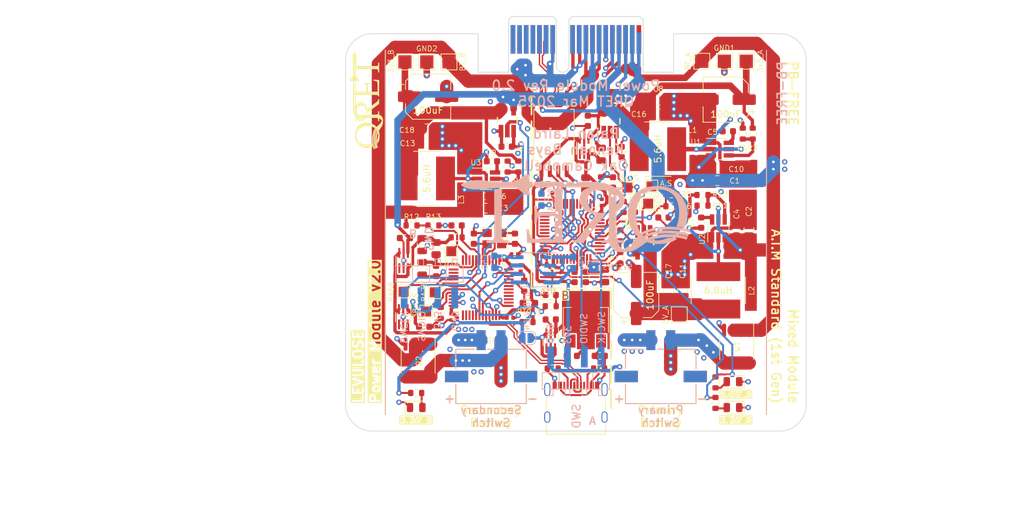
<source format=kicad_pcb>
(kicad_pcb (version 20221018) (generator pcbnew)
  (title_block (title "QRET 23-24 SRAD Power Module") (date "2024-03-20") (rev "V0.1.0") (company "Queen's Rocket Engineering Team") (comment 1 "Contributors: Oak Campbell, Kennan Bays"))
  (layers (0 "F.Cu" signal) (1 "In1.Cu" power) (2 "In2.Cu" power) (31 "B.Cu" signal) (34 "B.Paste" user) (35 "F.Paste" user) (36 "B.SilkS" user "B.Silkscreen") (37 "F.SilkS" user "F.Silkscreen") (38 "B.Mask" user) (39 "F.Mask" user) (44 "Edge.Cuts" user))
  (net 0 "")
  (net 1 "GND")
  (net 2 "BATT_A")
  (net 3 "BATT_B")
  (net 4 "GND2")
  (net 5 "3.3V_A")
  (net 6 "5.0V_A")
  (net 7 "3.3V_B")
  (net 16 "3.3V_A_Pre")
  (net 17 "5.0V_A_Pre")
  (net 22 "Net-(U1-SW)")
  (net 23 "Net-(U1-CB)")
  (net 24 "Net-(U2-SW)")
  (net 25 "Net-(U2-CB)")
  (net 26 "Net-(U3-SW)")
  (net 27 "Net-(U3-CB)")
  (net 28 "Net-(D1-A)")
  (net 29 "Net-(D2-A)")
  (net 30 "Net-(D3-A)")
  (net 31 "Net-(J1-Pad1)")
  (net 32 "Net-(J1-Pad2)")
  (net 33 "Net-(U3-FB)")
  (net 34 "Net-(U1-FB)")
  (net 35 "Net-(U2-FB)")
  (net 36 "3.3V_B_Pre")
  (net 42 "V_REGUSB_B")
  (net 43 "BATT_A_SENSE")
  (net 44 "BATT_B_SENSE")
  (net 45 "5.0V_A_SENSE")
  (net 46 "3.3V_B_CURR_SENSE")
  (net 47 "3.3V_A_CURR_SENSE")
  (net 48 "V_MUX_A")
  (net 51 "OSC_IN")
  (net 52 "OSC_OUT")
  (net 58 "TX_A")
  (net 59 "RX_A")
  (net 62 "V_MUX_B")
  (net 63 "3.3VA_A")
  (net 64 "3.3VA_B")
  (net 65 "V_SWD_B")
  (net 66 "V_SWD_A")
  (net 72 "Net-(D5-A)")
  (net 73 "5.0V_A_CURR_SENSE")
  (net 77 "Net-(J4-CC1)")
  (net 78 "USB_D+")
  (net 79 "USB_D-")
  (net 81 "TX_B")
  (net 82 "RX_B")
  (net 88 "Net-(J4-CC2)")
  (net 102 "DB_LED_A")
  (net 103 "DB_LED_B")
  (net 104 "STM_RESET_A")
  (net 105 "BOOT1_A")
  (net 106 "SWDIO_A")
  (net 107 "SWCLK_A")
  (net 108 "BOOT0_A")
  (net 109 "CAN_RX")
  (net 110 "CAN_TX")
  (net 111 "STM_RESET_B")
  (net 112 "BOOT1_B")
  (net 113 "SWDIO_B")
  (net 114 "SWCLK_B")
  (net 115 "BOOT0_B")
  (net 121 "3.3V_A_ACS_PWR")
  (net 122 "5.0V_A_ACS_PWR")
  (net 123 "3.3V_B_ACS_PWR")
  (net 126 "Net-(U5-PA7)")
  (net 127 "Net-(U5-PA6)")
  (net 130 "Net-(JP1-B)")
  (net 131 "CAN_-")
  (net 132 "CAN_+")
  (net 133 "Net-(D8-A)")
  (net 134 "Net-(J2-Pad2)")
  (net 135 "Net-(J2-Pad1)")
  (net 138 "Net-(U9-VI)")
  (footprint "Resistor_SMD:R_0603_1608Metric" (layer "F.Cu") (at 157.2 77.8 -90)
    (fp_text reference "R26" hide)
    (fp_text value "100k")
  )
  (footprint "Capacitor_SMD:C_0603_1608Metric" (layer "F.Cu") (at 142.1 84)
    (fp_text reference "C41" hide)
    (fp_text value "1uF")
  )
  (footprint "Capacitor_SMD:C_0603_1608Metric" (layer "F.Cu") (at 139.2 70.6 180)
    (fp_text reference "C39" hide)
    (fp_text value "1uF")
  )
  (footprint "Capacitor_SMD:C_0603_1608Metric" (layer "F.Cu") (at 161.2 82.9 180)
    (fp_text reference "C40" hide)
    (fp_text value "1uF")
  )
  (footprint "TestPoint:TestPoint_Pad_2.0x2.0mm" (layer "F.Cu") (at 184 43.9)
    (fp_text reference "TP1" hide)
    (fp_text value "BT_A")
  )
  (footprint "Resistor_SMD:R_0603_1608Metric" (layer "F.Cu") (at 179.4 64 180)
    (fp_text reference "R5")
    (fp_text value "30k")
  )
  (footprint "TestPoint:TestPoint_Pad_1.5x1.5mm" (layer "F.Cu") (at 175.9 65.4)
    (fp_text reference "TP13" hide)
    (fp_text value "5ACS")
  )
  (footprint "LED_SMD:LED_0603_1608Metric" (layer "F.Cu") (at 161.2 79.2)
    (fp_text reference "D8" hide)
    (fp_text value "DB_LED (YLW)")
  )
  (footprint "LED_SMD:LED_0805_2012Metric" (layer "F.Cu") (at 188.7 92.3 180)
    (fp_text reference "D2" hide)
    (fp_text value "5.0V_A PWR (RED)")
  )
  (footprint "TestPoint:TestPoint_Pad_2.0x2.0mm" (layer "F.Cu") (at 142.5 44)
    (fp_text reference "TP3" hide)
    (fp_text value "GND2")
  )
  (footprint "TestPoint:TestPoint_Pad_1.5x1.5mm" (layer "F.Cu") (at 172.775 62.975)
    (fp_text reference "TP12" hide)
    (fp_text value "3ACS")
  )
  (footprint "Capacitor_SMD:C_0603_1608Metric" (layer "F.Cu") (at 183.9 68.275 90)
    (fp_text reference "C7")
    (fp_text value "100nF")
  )
  (footprint "Capacitor_SMD:C_0402_1005Metric" (layer "F.Cu") (at 159.6 73.4 180)
    (fp_text reference "C26" hide)
    (fp_text value "100n")
  )
  (footprint "Capacitor_SMD:C_0402_1005Metric" (layer "F.Cu") (at 155.0625 82.65 180)
    (fp_text reference "C32" hide)
    (fp_text value "100n")
  )
  (footprint "footprints:APS12628LLHALTBAP_HandSolder" (layer "F.Cu") (at 175.25 71.25)
    (fp_text reference "U7" hide)
    (fp_text value "ACS37041KLHBLT-010B3" hide)
  )
  (footprint "LED_SMD:LED_0805_2012Metric" (layer "F.Cu") (at 188.7 96.2 180)
    (fp_text reference "D1" hide)
    (fp_text value "3.3V_A PWR (GRN)")
  )
  (footprint "Crystal:Crystal_SMD_3225-4Pin_3.2x2.5mm" (layer "F.Cu") (at 152.7 70.7 180)
    (fp_text reference "Y1" hide)
    (fp_text value "X322516MMB4SI")
  )
  (footprint "Package_SO:SOIC-8_3.9x4.9mm_P1.27mm" (layer "F.Cu") (at 141.2 89.1 -90)
    (fp_text reference "Q2")
    (fp_text value "AO4447A")
  )
  (footprint "Resistor_SMD:R_0603_1608Metric" (layer "F.Cu") (at 147 70.5 180)
    (fp_text reference "R21" hide)
    (fp_text value "10k")
  )
  (footprint "Capacitor_SMD:C_0603_1608Metric" (layer "F.Cu") (at 154.55 56.8 180)
    (fp_text reference "C46" hide)
    (fp_text value "0.1u")
  )
  (footprint "TestPoint:TestPoint_Pad_2.0x2.0mm" (layer "F.Cu") (at 139.2 44)
    (fp_text reference "TP7" hide)
    (fp_text value "3v3_B")
  )
  (footprint "Capacitor_SMD:C_0603_1608Metric" (layer "F.Cu") (at 168.6 88.4)
    (fp_text reference "C19" hide)
    (fp_text value "10uF")
  )
  (footprint "Resistor_SMD:R_0603_1608Metric" (layer "F.Cu") (at 143.5 68.7)
    (fp_text reference "R13")
    (fp_text value "10k")
  )
  (footprint "Resistor_SMD:R_0603_1608Metric" (layer "F.Cu") (at 184.100001 65.7 180)
    (fp_text reference "R11")
    (fp_text value "7.5k")
  )
  (footprint "Capacitor_SMD:C_0805_2012Metric" (layer "F.Cu") (at 177.425001 51.875001)
    (fp_text reference "C16")
    (fp_text value "22uF")
  )
  (footprint "Capacitor_SMD:C_0603_1608Metric" (layer "F.Cu") (at 166.8 52.9 -90)
    (fp_text reference "C42" hide)
    (fp_text value "1uF")
  )
  (footprint "Resistor_SMD:R_0603_1608Metric" (layer "F.Cu") (at 156.299999 59.800001 -90)
    (fp_text reference "R1")
    (fp_text value "100k")
  )
  (footprint "Resistor_SMD:R_0603_1608Metric" (layer "F.Cu") (at 159.8 64.8 -90)
    (fp_text reference "R23" hide)
    (fp_text value "100k")
  )
  (footprint "Capacitor_SMD:C_0603_1608Metric" (layer "F.Cu") (at 160 62.5 180)
    (fp_text reference "C21" hide)
    (fp_text value "0.1u")
  )
  (footprint "Capacitor_SMD:C_0402_1005Metric" (layer "F.Cu") (at 161.9 63.8 180)
    (fp_text reference "C29" hide)
    (fp_text value "100n")
  )
  (footprint "Capacitor_SMD:CP_Elec_6.3x5.9" (layer "F.Cu") (at 142.699999 49.250001)
    (fp_text reference "C15" hide)
    (fp_text value "100uF")
  )
  (footprint "Capacitor_SMD:CP_Elec_6.3x5.9" (layer "F.Cu") (at 187.6 49.7 180)
    (fp_text reference "C12" hide)
    (fp_text value "100uF")
  )
  (footprint "Resistor_SMD:R_0805_2012Metric" (layer "F.Cu") (at 143.9 72.1875 90)
    (fp_text reference "FB2" hide)
    (fp_text value "100R")
  )
  (footprint "TestPoint:TestPoint_Pad_2.0x2.0mm" (layer "F.Cu") (at 180.6 82.2)
    (fp_text reference "TP6" hide)
    (fp_text value "5V_A")
  )
  (footprint "Resistor_SMD:R_0805_2012Metric" (layer "F.Cu") (at 166.5 62.4 90)
    (fp_text reference "FB1" hide)
    (fp_text value "100R")
  )
  (footprint "Capacitor_SMD:C_0402_1005Metric" (layer "F.Cu") (at 146.2 82.5 90)
    (fp_text reference "C31" hide)
    (fp_text value "100n")
  )
  (footprint "Resistor_SMD:R_0603_1608Metric" (layer "F.Cu") (at 154.699999 59.800001 90)
    (fp_text reference "R2")
    (fp_text value "22k")
  )
  (footprint "Resistor_SMD:R_0603_1608Metric" (layer "F.Cu") (at 140.9 94)
    (fp_text reference "R9" hide)
    (fp_text value "3.3k")
  )
  (footprint "Capacitor_SMD:C_0603_1608Metric" (layer "F.Cu") (at 160.1 47.1 180)
    (fp_text reference "C22" hide)
    (fp_text value "0.1u")
  )
  (footprint "TestPoint:TestPoint_Pad_1.5x1.5mm" (layer "F.Cu") (at 146.2 72.6)
    (fp_text reference "TP10" hide)
    (fp_text value "B.S")
  )
  (footprint "Capacitor_SMD:C_0603_1608Metric" (layer "F.Cu") (at 186.425001 60.025002)
    (fp_text reference "C10")
    (fp_text value "100nF")
  )
  (footprint "TestPoint:TestPoint_Pad_2.0x2.0mm" (layer "F.Cu") (at 187.4 43.9)
    (fp_text reference "TP4" hide)
    (fp_text value "GND1")
  )
  (footprint "Resistor_SMD:R_0603_1608Metric" (layer "F.Cu") (at 190.175 54.825001 90)
    (fp_text reference "R4")
    (fp_text value "22k")
  )
  (footprint "Capacitor_SMD:C_0603_1608Metric" (layer "F.Cu") (at 166.5 76.5 -90)
    (fp_text reference "C33" hide)
    (fp_text value "10n")
  )
  (footprint "Package_QFP:LQFP-48_7x7mm_P0.5mm" (layer "F.Cu") (at 164.4375 69.6 90)
    (fp_text reference "U4" hide)
    (fp_text value "STM32F103C8T6")
  )
  (footprint "Capacitor_SMD:C_0603_1608Metric" (layer "F.Cu") (at 155.8 70.7 -90)
    (fp_text reference "C23" hide)
    (fp_text value "10p")
  )
  (footprint "Capacitor_SMD:C_0805_2012Metric" (layer "F.Cu") (at 177.425002 49.775003)
    (fp_text reference "C8")
    (fp_text value "22uF")
  )
  (footprint "TestPoint:TestPoint_Pad_1.5x1.5mm" (layer "F.Cu") (at 139 78.7)
    (fp_text reference "TP17" hide)
    (fp_text value "PA6B")
  )
  (footprint "Capacitor_SMD:CP_Elec_6.3x5.9" (layer "F.Cu") (at 174.1 79.2 90)
    (fp_text reference "C14" hide)
    (fp_text value "100uF")
  )
  (footprint "Capacitor_SMD:C_0603_1608Metric" (layer "F.Cu") (at 149.6 70.7 90)
    (fp_text reference "C24" hide)
    (fp_text value "10p")
  )
  (footprint "Capacitor_SMD:C_0805_2012Metric" (layer "F.Cu") (at 191.1 69.3 90)
    (fp_text reference "C2")
    (fp_text value "4.7uF")
  )
  (footprint "Capacitor_SMD:C_0805_2012Metric" (layer "F.Cu") (at 141.8 75.2 -90)
    (fp_text reference "C37" hide)
    (fp_text value "1uF")
  )
  (footprint "LMR66100:SC-70-6_Handsoldering" (layer "F.Cu") (at 139 74 -90)
    (fp_text reference "U11" hide)
    (fp_text value "LM66100DCKR")
  )
  (footprint "Resistor_SMD:R_0603_1608Metric" (layer "F.Cu") (at 191.675001 54.824999 -90)
    (fp_text reference "R3")
    (fp_text value "100k")
  )
  (footprint "Capacitor_SMD:C_0603_1608Metric" (layer "F.Cu") (at 164.8 76.5 90)
    (fp_text reference "C43" hide)
    (fp_text value "1uF")
  )
  (footprint "Resistor_SMD:R_0603_1608Metric" (layer "F.Cu") (at 168.5 90.3)
    (fp_text reference "R18" hide)
    (fp_text value "5.1k")
  )
  (footprint "Capacitor_SMD:C_0603_1608Metric" (layer "F.Cu") (at 151.174999 64.300001)
    (fp_text reference "C6")
    (fp_text value "100nF")
  )
  (footprint "Inductor_SMD:L_Bourns_SRN8040TA" (layer "F.Cu") (at 186.500001 78.5 -90)
    (fp_text reference "L2")
    (fp_text value "6.8uH")
  )
  (footprint "Capacitor_SMD:C_0603_1608Metric" (layer "F.Cu") (at 178.2 67.5)
    (fp_text reference "C45" hide)
    (fp_text value "0.1u")
  )
  (footprint "LMR66100:SC-70-6_Handsoldering" (layer "F.Cu") (at 138.95 82.5 -90)
    (fp_text reference "U13" hide)
    (fp_text value "LM66100DCKR")
  )
  (footprint "Capacitor_SMD:C_0805_2012Metric" (layer "F.Cu") (at 169.3 76.3 -90)
    (fp_text reference "C34" hide)
    (fp_text value "1uF")
  )
  (footprint "Resistor_SMD:R_0603_1608Metric" (layer "F.Cu") (at 157.7 83.3 180)
    (fp_text reference "R16" hide)
    (fp_text value "1.5k")
  )
  (footprint "Capacitor_SMD:C_0402_1005Metric" (layer "F.Cu") (at 168.9 65.22 -90)
    (fp_text reference "C28" hide)
    (fp_text value "100n")
  )
  (footprint "Resistor_SMD:R_0603_1608Metric" (layer "F.Cu") (at 168.8 62.2 -90)
    (fp_text reference "R22" hide)
    (fp_text value "10k")
  )
  (footprint "Package_TO_SOT_SMD:SOT-23-6_Handsoldering" (layer "F.Cu") (at 186.499999 69.15 90)
    (fp_text reference "U2")
    (fp_text value "LMR51430XDDCR")
  )
  (footprint "ISO1042:SOIC-8 ISO1042BDWV" (layer "F.Cu") (at 161.7 55 90)
    (fp_text reference "U10" hide)
    (fp_text value "ISO1042BDWVR")
  )
  (footprint "Resistor_SMD:R_0603_1608Metric" (layer "F.Cu") (at 140.2 68.7)
    (fp_text reference "R12")
    (fp_text value "30k")
  )
  (footprint "Capacitor_SMD:C_0603_1608Metric" (layer "F.Cu") (at 164.375 88.4 180)
    (fp_text reference "C20" hide)
    (fp_text value "10uF")
  )
  (footprint "Capacitor_SMD:C_0805_2012Metric" (layer "F.Cu") (at 142.499999 56.300001)
    (fp_text reference "C13")
    (fp_text value "22uF")
  )
  (footprint "Capacitor_SMD:C_0805_2012Metric" (layer "F.Cu") (at 181.099999 78.500001 90)
    (fp_text reference "C11")
    (fp_text value "22uF")
  )
  (footprint "TestPoint:TestPoint_Pad_1.5x1.5mm" (layer "F.Cu") (at 143.7 78.8)
    (fp_text reference "TP16" hide)
    (fp_text value "PA7B")
  )
  (footprint "LMR66100:SC-70-6_Handsoldering" (layer "F.Cu") (at 161.5 76.5 180)
    (fp_text reference "U15" hide)
    (fp_text value "LM66100DCKR")
  )
  (footprint "Resistor_SMD:R_0603_1608Metric" (layer "F.Cu") (at 144.6 81.9 90)
    (fp_text reference "R28" hide)
    (fp_text value "100k")
  )
  (footprint "Resistor_SMD:R_0603_1608Metric" (layer "F.Cu") (at 171.7 70.2 -90)
    (fp_text reference "R14")
    (fp_text value "30k")
  )
  (footprint "LED_SMD:LED_0805_2012Metric" (layer "F.Cu") (at 140.9 96.2)
    (fp_text reference "D3" hide)
    (fp_text value "3.3V_B PWR (GRN)")
  )
  (footprint "Package_TO_SOT_SMD:SOT-223-3_TabPin2" (layer "F.Cu") (at 166.5 83 90)
    (fp_text reference "U9" hide)
    (fp_text value "AMS1117-3.3")
  )
  (footprint "Resistor_SMD:R_0603_1608Metric" (layer "F.Cu") (at 179.4 65.8)
    (fp_text reference "R6")
    (fp_text value "10k")
  )
  (footprint "footprints:CONN_2-1445057-2_TYCO" (layer "F.Cu") (at 179.3 86.0249 180)
    (fp_text reference "J3" hide)
    (fp_text value "Battery A")
  )
  (footprint "Capacitor_SMD:C_0805_2012Metric" (layer "F.Cu") (at 168.8 57.95 90)
    (fp_text reference "C35" hide)
    (fp_text value "1uF")
  )
  (footprint "footprints:APS12628LLHALTBAP_HandSolder" (layer "F.Cu") (at 170.15 52.95 180)
    (fp_text reference "U6" hide)
    (fp_text value "ACS37041KLHBLT-010B3" hide)
  )
  (footprint "Capacitor_SMD:C_0603_1608Metric" (layer "F.Cu") (at 147 68.7 180)
    (fp_text reference "C47" hide)
    (fp_text value "100nF")
  )
  (footprint "Resistor_SMD:R_0603_1608Metric" (layer "F.Cu") (at 171.7 73.6 -90)
    (fp_text reference "R15")
    (fp_text value "30k")
  )
  (footprint "LMR66100:SC-70-6_Handsoldering" (layer "F.Cu") (at 166.25 56.75 -90)
    (fp_text reference "U14" hide)
    (fp_text value "LM66100DCKR")
  )
  (footprint "Resistor_SMD:R_0603_1608Metric" (layer "F.Cu") (at 161.2 80.9 180)
    (fp_text reference "R20" hide)
    (fp_text value "680R")
  )
  (footprint "Resistor_SMD:R_0603_1608Metric" (layer "F.Cu") (at 161.5 90.3 180)
    (fp_text reference "R17" hide)
    (fp_text value "5.1k")
  )
  (footprint "Capacitor_SMD:C_0603_1608Metric" (layer "F.Cu") (at 189.199999 69.4 90)
    (fp_text reference "C4")
    (fp_text value "100nF")
  )
  (footprint "Resistor_SMD:R_0603_1608Metric_Pad0.98x0.95mm_HandSolder" (layer "F.Cu") (at 157.9125 80.4 180)
    (fp_text reference "R27" hide)
    (fp_text value "BT0_B")
  )
  (footprint "LMR66100:SC-70-6_Handsoldering" (layer "F.Cu") (at 161.2 86.1 -90)
    (fp_text reference "U12" hide)
    (fp_text value "LM66100DCKR")
  )
  (footprint "TestPoint:TestPoint_Pad_2.0x2.0mm" (layer "F.Cu") (at 145.85 44)
    (fp_text reference "TP2" hide)
    (fp_text value "BT_B")
  )
  (footprint "Package_QFP:LQFP-48_7x7mm_P0.5mm" (layer "F.Cu") (at 150.7 78.1 -90)
    (fp_text reference "U5" hide)
    (fp_text value "STM32F103C8T6")
  )
  (footprint "Capacitor_SMD:C_0805_2012Metric" (layer "F.Cu") (at 179 78.5 90)
    (fp_text reference "C17")
    (fp_text value "22uF")
  )
  (footprint "Resistor_SMD:R_0603_1608Metric" (layer "F.Cu") (at 184.1 64.1)
    (fp_text reference "R10")
    (fp_text value "56k")
  )
  (footprint "Capacitor_SMD:C_0603_1608Metric" (layer "F.Cu") (at 152.324999 59.000001)
    (fp_text reference "C9")
    (fp_text value "100nF")
  )
  (footprint "Capacitor_SMD:C_0603_1608Metric" (layer "F.Cu") (at 171.9 57.6 90)
    (fp_text reference "C44" hide)
    (fp_text value "0.1u")
  )
  (footprint "footprints:CONN_2-1445057-2_TYCO" (layer "F.Cu") (at 153.7 86.0249 180)
    (fp_text reference "J5")
    (fp_text value "Battery B")
  )
  (footprint "LED_SMD:LED_0603_1608Metric" (layer "F.Cu") (at 173.9 65.9 -90)
    (fp_text reference "D5" hide)
    (fp_text value "DB_LED (YLW)")
  )
  (footprint "Package_TO_SOT_SMD:SOT-23-6_Handsoldering" (layer "F.Cu") (at 186.725001 57.175001)
    (fp_text reference "U1")
    (fp_text value "LMR51430XDDCR")
  )
  (footprint "Resistor_SMD:R_0603_1608Metric" (layer "F.Cu") (at 186.0625 95.5 -90)
    (fp_text reference "R7" hide)
    (fp_text value "3.3k")
  )
  (footprint "footprints:APS12628LLHALTBAP_HandSolder" (layer "F.Cu") (at 154.649999 52.8 180)
    (fp_text reference "U8" hide)
    (fp_text value "ACS37041KLHBLT-010B3" hide)
  )
  (footprint "Capacitor_SMD:C_0805_2012Metric" (layer "F.Cu") (at 141.8 71.6 -90)
    (fp_text reference "C38" hide)
    (fp_text value "1uF")
  )
  (footprint "TestPoint:TestPoint_Pad_2.0x2.0mm" (layer "F.Cu") (at 190.7 43.9)
    (fp_text reference "TP5" hide)
    (fp_text value "3v3_A")
  )
  (footprint "TestPoint:TestPoint_Pad_1.5x1.5mm" (layer "F.Cu") (at 176.4 62.8)
    (fp_text reference "TP9" hide)
    (fp_text value "A.S")
  )
  (footprint "footprints:USB_C_DB-108PWB" (layer "F.Cu") (at 165 95.4)
    (fp_text reference "J4" hide)
    (fp_text value "USB_C_Female_USB2_Small")
  )
  (footprint "Capacitor_SMD:C_0805_2012Metric" (layer "F.Cu") (at 142.499999 54.100001)
    (fp_text reference "C18")
    (fp_text value "22uF")
  )
  (footprint "Resistor_SMD:R_0603_1608Metric" (layer "F.Cu") (at 170.6 66.3 -90)
    (fp_text reference "R25" hide)
    (fp_text value "100k")
  )
  (footprint "Capacitor_SMD:C_0603_1608Metric" (layer "F.Cu") (at 187.925 54.475)
    (fp_text reference "C5")
    (fp_text value "100nF")
  )
  (footprint "Capacitor_SMD:C_0603_1608Metric" (layer "F.Cu") (at 143.9 75.5875 -90)
    (fp_text reference "C36" hide)
    (fp_text value "10n")
  )
  (footprint "Package_SO:SOIC-8_3.9x4.9mm_P1.27mm" (layer "F.Cu") (at 189.2625 87 -90)
    (fp_text reference "Q1")
    (fp_text value "AO4447A")
  )
  (footprint "Capacitor_SMD:C_0805_2012Metric" (layer "F.Cu") (at 151.349999 66.100002)
    (fp_text reference "C3")
    (fp_text value "4.7uF")
  )
  (footprint "Capacitor_SMD:C_0603_1608Metric" (layer "F.Cu") (at 170.6 62.2 -90)
    (fp_text reference "C48" hide)
    (fp_text value "100nF")
  )
  (footprint "Inductor_SMD:L_Bourns_SRN8040TA" (layer "F.Cu") (at 142.5 61.6 180)
    (fp_text reference "L3")
    (fp_text value "5.6uH")
  )
  (footprint "Connector_PCBEdge:BUS_PCIexpress_x1" (layer "F.Cu") (at 174.5 40.6 180)
    (fp_text reference "J6" hide)
    (fp_text value "Stack Male Edge Connector")
    (fp_line (start -0.65 -4.95) (end -0.65 2.95) (stroke (width 0.1)) (layer "Edge.Cuts"))
    (fp_line (start -0.65 2.95) (end -0.15 3.45) (stroke (width 0.1)) (layer "Edge.Cuts"))
    (fp_line (start -0.15 3.45) (end 10.05 3.45) (stroke (width 0.1)) (layer "Edge.Cuts"))
    (fp_line (start 10.55 -4) (end 10.55 2.95) (stroke (width 0.1)) (layer "Edge.Cuts"))
    (fp_line (start 10.55 2.95) (end 10.05 3.45) (stroke (width 0.1)) (layer "Edge.Cuts"))
    (fp_line (start 12.45 -4) (end 12.45 2.95) (stroke (width 0.1)) (layer "Edge.Cuts"))
    (fp_line (start 12.45 2.95) (end 12.95 3.45) (stroke (width 0.1)) (layer "Edge.Cuts"))
    (fp_line (start 12.95 3.45) (end 19.15 3.45) (stroke (width 0.1)) (layer "Edge.Cuts"))
    (fp_line (start 19.65 -4.95) (end 19.65 2.95) (stroke (width 0.1)) (layer "Edge.Cuts"))
    (fp_line (start 19.65 2.95) (end 19.15 3.45) (stroke (width 0.1)) (layer "Edge.Cuts"))
    (fp_arc (start 10.55 -4) (mid 11.5 -4.95) (end 12.45 -4) (stroke (width 0.1)) (layer "Edge.Cuts"))
  )
  (footprint "Resistor_SMD:R_0603_1608Metric" (layer "F.Cu") (at 186.0625 92.4 -90)
    (fp_text reference "R8" hide)
    (fp_text value "2.4k")
  )
  (footprint "TestPoint:TestPoint_Pad_1.5x1.5mm" (layer "F.Cu") (at 142.4 81.7)
    (fp_text reference "TP11" hide)
    (fp_text value "3B.C.S")
  )
  (footprint "Package_TO_SOT_SMD:SOT-23-6_Handsoldering" (layer "F.Cu") (at 151.449999 61.650002)
    (fp_text reference "U3")
    (fp_text value "LMR51430XDDCR")
  )
  (footprint "Inductor_SMD:L_Bourns_SRN8040TA" (layer "F.Cu") (at 177.374999 57.175002 180)
    (fp_text reference "L1")
    (fp_text value "5.6uH")
  )
  (footprint "Capacitor_SMD:C_0402_1005Metric" (layer "F.Cu") (at 160.12 74.5 180)
    (fp_text reference "C27" hide)
    (fp_text value "100n")
  )
  (footprint "Capacitor_SMD:C_0805_2012Metric" (layer "F.Cu") (at 186.325002 61.925002)
    (fp_text reference "C1")
    (fp_text value "4.7uF")
  )
  (footprint "Capacitor_SMD:C_0402_1005Metric" (layer "F.Cu") (at 155.7625 73.05 180)
    (fp_text reference "C25" hide)
    (fp_text value "100n")
  )
  (footprint "Resistor_SMD:R_0603_1608Metric" (layer "F.Cu") (at 172.200001 65.899999 -90)
    (fp_text reference "R19" hide)
    (fp_text value "680R")
  )
  (footprint "Capacitor_SMD:C_0402_1005Metric" (layer "F.Cu") (at 156.6625 75.15 90)
    (fp_text reference "C30" hide)
    (fp_text value "100n")
  )
  (footprint "Capacitor_SMD:C_0603_1608Metric_Pad1.08x0.95mm_HandSolder" (layer "B.Cu") (at 164.6 74.3375 90)
    (fp_text reference "C49")
    (fp_text value "0.1u")
  )
  (footprint "footprints:CONN_2-1445057-2_TYCO" (layer "B.Cu") (at 176.3 86.0249)
    (fp_text reference "J2" hide)
    (fp_text value "ScrewSwitch A")
  )
  (footprint "SWD_Header:SWD_PinHeader_1x04_P2.54mm_Horizontal_SMD" (layer "B.Cu") (at 161.19 88.58 -90)
    (fp_text reference "J8" hide)
    (fp_text value "SWD_B")
  )
  (footprint "Package_SO:SOIC-8_3.9x4.9mm_P1.27mm" (layer "B.Cu") (at 158.6 75.4 180)
    (fp_text reference "U16")
    (fp_text value "SCM3721ASA")
  )
  (footprint "footprints:CONN_2-1445057-2_TYCO" (layer "B.Cu") (at 150.7 86.0249)
    (fp_text reference "J1" hide)
    (fp_text value "ScrewSwitch B")
  )
  (footprint "TestPoint:TestPoint_Pad_1.5x1.5mm" (layer "B.Cu") (at 167.7 75)
    (fp_text reference "TP8" hide)
    (fp_text value "5VSENS")
  )
  (footprint "Jumper:SolderJumper-2_P1.3mm_Open_RoundedPad1.0x1.5mm" (layer "B.Cu") (at 157.55 85.7)
    (fp_text reference "JP1" hide)
    (fp_text value "USB_V_EN")
  )
  (footprint "SWD_Header:SWD_PinHeader_1x04_P2.54mm_Horizontal_SMD" (layer "B.Cu") (at 146.71 79.62 90)
    (fp_text reference "J7" hide)
    (fp_text value "SWD_B")
  )
  (footprint "Resistor_SMD:R_0603_1608Metric_Pad0.98x0.95mm_HandSolder" (layer "B.Cu") (at 159.8 64.8 -90)
    (fp_text reference "R24" hide)
    (fp_text value "BT0_A")
  )
  (footprint "Capacitor_SMD:C_0603_1608Metric_Pad1.08x0.95mm_HandSolder" (layer "B.Cu") (at 152.7 74.2 -90)
    (fp_text reference "C50")
    (fp_text value "0.1u")
  )
  (gr_line (start 193.75 42.25) (end 193.75 97.25) (stroke (width 0.15)) (layer "B.SilkS"))
  (gr_poly locked (pts (xy 152.894937 63.205214) (xy 152.871891 63.205335) (xy 152.850801 63.20553) (xy 152.831574 63.205807) (xy 152.814107 63.20617) (xy 152.798303 63.206623) (xy 152.78406 63.207169) (xy 152.771282 63.207815) (xy 152.759866 63.208564) (xy 152.749719 63.209421) (xy 152.740735 63.210394) (xy 152.732817 63.211482) (xy 152.725868 63.212693) (xy 152.719788 63.214032) (xy 152.717041 63.214751) (xy 152.714475 63.215501) (xy 152.712075 63.216287) (xy 152.70983 63.21711) (xy 152.70773 63.217965) (xy 152.705759 63.218857) (xy 152.703907 63.219785) (xy 152.70216 63.220753) (xy 152.698931 63.222796) (xy 152.695975 63.224996) (xy 152.693193 63.227354) (xy 152.690485 63.229877) (xy 152.687753 63.232567) (xy 152.677988 63.243759) (xy 152.674069 63.250763) (xy 152.670751 63.259908) (xy 152.668006 63.272097) (xy 152.665799 63.288231) (xy 152.662881 63.335932) (xy 152.66175 63.410225) (xy 152.662154 63.518319) (xy 152.666584 63.864747) (xy 152.682459 67.483013) (xy 152.675053 70.281069) (xy 152.670321 70.353254) (xy 152.66505 70.41922) (xy 152.659131 70.47929) (xy 152.652453 70.533791) (xy 152.648795 70.559053) (xy 152.644904 70.583049) (xy 152.640773 70.605815) (xy 152.636382 70.627393) (xy 152.631718 70.647822) (xy 152.626771 70.667147) (xy 152.621522 70.685405) (xy 152.615963 70.702638) (xy 152.610074 70.718888) (xy 152.603846 70.734193) (xy 152.597265 70.748598) (xy 152.590316 70.762142) (xy 152.582988 70.774865) (xy 152.575261 70.786806) (xy 152.567126 70.79801) (xy 152.558571 70.808516) (xy 152.549576 70.818365) (xy 152.540135 70.827597) (xy 152.530229 70.836251) (xy 152.519844 70.844371) (xy 152.508971 70.852) (xy 152.497591 70.859173) (xy 152.485693 70.865933) (xy 152.473267 70.872324) (xy 152.446526 70.884209) (xy 152.416186 70.895512) (xy 152.382448 70.906205) (xy 152.345515 70.916267) (xy 152.305588 70.925675) (xy 152.262871 70.93441) (xy 152.169875 70.949759) (xy 152.068147 70.962131) (xy 151.959311 70.971344) (xy 151.844983 70.977218) (xy 151.726786 70.979568) (xy 151.705891 70.979622) (xy 151.687029 70.979804) (xy 151.670049 70.980136) (xy 151.654797 70.980649) (xy 151.641124 70.981367) (xy 151.628881 70.982322) (xy 151.617916 70.983534) (xy 151.608076 70.985036) (xy 151.60353 70.985904) (xy 151.599212 70.986853) (xy 151.595098 70.987886) (xy 151.591172 70.989007) (xy 151.587415 70.990224) (xy 151.583808 70.991534) (xy 151.580332 70.992942) (xy 151.576966 70.994451) (xy 151.573692 70.996068) (xy 151.570495 70.997792) (xy 151.567353 70.999629) (xy 151.564245 71.001581) (xy 151.558067 71.005846) (xy 151.551807 71.010613) (xy 151.539244 71.02074) (xy 151.534181 71.02544) (xy 151.529871 71.030237) (xy 151.526262 71.035381) (xy 151.523309 71.041125) (xy 151.520963 71.047717) (xy 151.519177 71.055416) (xy 151.517904 71.06447) (xy 151.517095 71.075134) (xy 151.516705 71.087655) (xy 151.516684 71.102292) (xy 151.517564 71.138909) (xy 151.519351 71.187002) (xy 151.520151 71.209618) (xy 151.520986 71.229945) (xy 151.521892 71.248141) (xy 151.522902 71.264371) (xy 151.524054 71.278787) (xy 151.525381 71.291556) (xy 151.526122 71.297368) (xy 151.526919 71.302827) (xy 151.527776 71.307954) (xy 151.528704 71.312768) (xy 151.529699 71.317288) (xy 151.530767 71.321532) (xy 151.531917 71.325526) (xy 151.533149 71.329285) (xy 151.534469 71.33283) (xy 151.535882 71.336179) (xy 151.53739 71.339356) (xy 151.538999 71.342379) (xy 151.540715 71.345267) (xy 151.542542 71.348041) (xy 151.54448 71.350717) (xy 151.546538 71.353322) (xy 151.548719 71.355872) (xy 151.551027 71.358387) (xy 151.556044 71.363392) (xy 151.561341 71.368617) (xy 151.566214 71.373199) (xy 151.570804 71.377147) (xy 151.575248 71.380479) (xy 151.579681 71.383206) (xy 151.584244 71.385344) (xy 151.589079 71.386907) (xy 151.594319 71.387909) (xy 151.600105 71.388367) (xy 151.606574 71.388292) (xy 151.613867 71.387701) (xy 151.622121 71.386607) (xy 151.631477 71.385028) (xy 151.642067 71.382974) (xy 151.667518 71.377503) (xy 151.778516 71.366359) (xy 151.988501 71.355563) (xy 152.596029 71.337462) (xy 153.271293 71.328091) (xy 153.565944 71.328209) (xy 153.795473 71.332346) (xy 154.1987 71.34293) (xy 154.402693 71.347032) (xy 154.574407 71.349281) (xy 154.715332 71.351247) (xy 154.771518 71.351654) (xy 154.819148 71.351265) (xy 154.858937 71.349765) (xy 154.876118 71.348505) (xy 154.891609 71.346849) (xy 154.9055 71.344762) (xy 154.917881 71.342202) (xy 154.928842 71.339136) (xy 154.938474 71.335522) (xy 154.946864 71.331321) (xy 154.954105 71.326491) (xy 154.960286 71.320999) (xy 154.965494 71.314802) (xy 154.969821 71.307864) (xy 154.973361 71.300143) (xy 154.976198 71.291604) (xy 154.978425 71.282208) (xy 154.980131 71.271914) (xy 154.981408 71.260684) (xy 154.983023 71.23526) (xy 154.985039 71.171479) (xy 154.985994 71.150186) (xy 154.98673 71.131168) (xy 154.987222 71.114262) (xy 154.987444 71.099293) (xy 154.98738 71.086091) (xy 154.987231 71.080105) (xy 154.987002 71.074495) (xy 154.986688 71.06924) (xy 154.986288 71.064325) (xy 154.985801 71.059723) (xy 154.985219 71.055415) (xy 154.984541 71.05138) (xy 154.983767 71.047598) (xy 154.982894 71.044047) (xy 154.981916 71.040703) (xy 154.980827 71.037548) (xy 154.979635 71.034563) (xy 154.978328 71.031718) (xy 154.976906 71.029001) (xy 154.975366 71.026388) (xy 154.973707 71.023855) (xy 154.971924 71.021383) (xy 154.970011 71.018953) (xy 154.967975 71.016541) (xy 154.965803 71.014125) (xy 154.961053 71.009203) (xy 154.956556 71.004915) (xy 154.951997 71.001043) (xy 154.947282 70.99756) (xy 154.942312 70.994452) (xy 154.936995 70.991698) (xy 154.931239 70.989282) (xy 154.924943 70.987186) (xy 154.918014 70.985391) (xy 154.910358 70.983873) (xy 154.90188 70.982619) (xy 154.892483 70.981609) (xy 154.882076 70.980826) (xy 154.870556 70.980248) (xy 154.857838 70.979858) (xy 154.82841 70.979568) (xy 154.764794 70.978431) (xy 154.690694 70.975226) (xy 154.60978 70.970266) (xy 154.525725 70.963871) (xy 154.4422 70.956347) (xy 154.362874 70.948018) (xy 154.29142 70.93919) (xy 154.23151 70.930181) (xy 154.192865 70.922543) (xy 154.156772 70.913872) (xy 154.12314 70.904089) (xy 154.091875 70.893117) (xy 154.0771 70.88716) (xy 154.062884 70.88088) (xy 154.049211 70.874261) (xy 154.036071 70.867298) (xy 154.023455 70.859984) (xy 154.011349 70.852303) (xy 153.999741 70.84425) (xy 153.98862 70.83581) (xy 153.977976 70.826981) (xy 153.967794 70.817749) (xy 153.958065 70.808104) (xy 153.948777 70.798039) (xy 153.939915 70.787545) (xy 153.931474 70.776608) (xy 153.923437 70.76522) (xy 153.915794 70.753372) (xy 153.908534 70.741056) (xy 153.901644 70.728262) (xy 153.895113 70.714978) (xy 153.88893 70.701196) (xy 153.877562 70.672103) (xy 153.867442 70.640904) (xy 153.856296 70.581655) (xy 153.846254 70.486276) (xy 153.837501 70.359245) (xy 153.830225 70.205045) (xy 153.824598 70.028157) (xy 153.820809 69.833064) (xy 153.819462 69.40618) (xy 153.819816 69.163226) (xy 153.816995 68.846851) (xy 153.811526 68.497932) (xy 153.803942 68.157347) (xy 153.794353 67.74442) (xy 153.790714 67.422511) (xy 153.792633 67.138172) (xy 153.799707 66.837957) (xy 153.806522 66.5758) (xy 153.811879 66.258343) (xy 153.815384 65.925542) (xy 153.816641 65.617346) (xy 153.821405 64.887801) (xy 153.833576 64.094756) (xy 153.839109 63.820471) (xy 153.84124 63.709142) (xy 153.842924 63.613393) (xy 153.843595 63.570975) (xy 153.844144 63.531994) (xy 153.844577 63.496296) (xy 153.844888 63.463727) (xy 153.845071 63.434134) (xy 153.845131 63.407363) (xy 153.845063 63.383266) (xy 153.844866 63.361686) (xy 153.844534 63.342469) (xy 153.844066 63.325466) (xy 153.843465 63.310518) (xy 153.842725 63.29748) (xy 153.842302 63.291626) (xy 153.841845 63.286191) (xy 153.841351 63.281159) (xy 153.84082 63.276506) (xy 153.840256 63.272214) (xy 153.839652 63.268266) (xy 153.839013 63.26464) (xy 153.838338 63.261321) (xy 153.837625 63.258284) (xy 153.836875 63.255515) (xy 153.836085 63.252991) (xy 153.835259 63.250699) (xy 153.834396 63.248612) (xy 153.833491 63.246715) (xy 153.83255 63.244991) (xy 153.83157 63.243418) (xy 153.830548 63.241973) (xy 153.829488 63.240646) (xy 153.82839 63.23941) (xy 153.827248 63.238251) (xy 153.82485 63.236079) (xy 153.822288 63.23398) (xy 153.816894 63.23047) (xy 153.809891 63.227331) (xy 153.789016 63.222052) (xy 153.755535 63.21793) (xy 153.70534 63.214752) (xy 153.634308 63.212305) (xy 153.538323 63.210367) (xy 153.255017 63.207168) (xy 153.079931 63.205829) (xy 153.008707 63.205403) (xy 152.947308 63.205184)) (fill solid) (layer "B.SilkS"))
  (gr_line (start 136.25 42.25) (end 136.25 97.25) (stroke (width 0.15)) (layer "B.SilkS"))
  (gr_poly locked (pts (xy 157.657403 60.974982) (xy 157.592973 60.97554) (xy 157.533604 60.976429) (xy 157.48077 60.977614) (xy 157.435936 60.979062) (xy 157.400579 60.980745) (xy 157.376168 60.982624) (xy 157.368527 60.983627) (xy 157.364174 60.98467) (xy 157.347398 60.996745) (xy 157.308283 61.028348) (xy 157.173145 61.141477) (xy 156.979008 61.306733) (xy 156.746111 61.506779) (xy 156.510719 61.709163) (xy 156.309723 61.879137) (xy 156.228736 61.94647) (xy 156.164289 61.999105) (xy 156.119023 62.034835) (xy 156.10441 62.045674) (xy 156.095587 62.051469) (xy 156.039142 62.082513) (xy 154.141197 62.078279) (xy 153.366497 62.076031) (xy 152.741023 62.07193) (xy 152.310809 62.066769) (xy 152.183313 62.064041) (xy 152.121896 62.061347) (xy 152.041993 62.048669) (xy 151.915522 62.025541) (xy 151.759947 61.995266) (xy 151.592731 61.961158) (xy 151.184921 61.875079) (xy 150.606365 61.860968) (xy 150.295191 61.854971) (xy 150.179845 61.853924) (xy 150.08337 61.854265) (xy 149.999792 61.856063) (xy 149.923143 61.85938) (xy 149.847454 61.864285) (xy 149.766752 61.870846) (xy 149.542277 61.894953) (xy 149.314227 61.927444) (xy 149.087104 61.967311) (xy 148.865407 62.013546) (xy 148.653629 62.065136) (xy 148.456272 62.121077) (xy 148.364408 62.15036) (xy 148.277833 62.180357) (xy 148.197111 62.210935) (xy 148.122808 62.241968) (xy 148.078433 62.261906) (xy 148.034432 62.282933) (xy 147.991149 62.304815) (xy 147.948932 62.327317) (xy 147.908119 62.35021) (xy 147.869057 62.373259) (xy 147.832084 62.39623) (xy 147.797546 62.418886) (xy 147.765788 62.440998) (xy 147.737151 62.462331) (xy 147.711979 62.482649) (xy 147.690613 62.501723) (xy 147.681463 62.510719) (xy 147.673396 62.519314) (xy 147.666452 62.527486) (xy 147.660675 62.535197) (xy 147.656107 62.542419) (xy 147.652791 62.549128) (xy 147.650769 62.55529) (xy 147.650087 62.560881) (xy 147.65036 62.569336) (xy 147.651286 62.577346) (xy 147.653017 62.585054) (xy 147.655708 62.592607) (xy 147.659518 62.600152) (xy 147.664597 62.607836) (xy 147.671103 62.615805) (xy 147.679191 62.624203) (xy 147.689016 62.633183) (xy 147.700731 62.642886) (xy 147.714491 62.653464) (xy 147.730454 62.66506) (xy 147.769604 62.691894) (xy 147.81942 62.724568) (xy 147.883213 62.765095) (xy 147.947718 62.80364) (xy 148.01311 62.840276) (xy 148.079571 62.875071) (xy 148.147281 62.9081) (xy 148.21642 62.939427) (xy 148.287165 62.969125) (xy 148.359698 62.997267) (xy 148.4342 63.023917) (xy 148.510849 63.049151) (xy 148.589827 63.073038) (xy 148.671312 63.095646) (xy 148.755483 63.117047) (xy 148.842523 63.137313) (xy 149.02592 63.174713) (xy 149.179495 63.202059) (xy 149.320554 63.223087) (xy 149.460123 63.238362) (xy 149.609236 63.248443) (xy 149.77892 63.253895) (xy 149.980205 63.25528) (xy 150.22412 63.253156) (xy 150.521698 63.248091) (xy 151.227255 63.235393) (xy 151.612488 63.149313) (xy 151.77042 63.115224) (xy 151.916051 63.085106) (xy 152.033374 63.062398) (xy 152.076414 63.054896) (xy 152.106376 63.050536) (xy 152.289046 63.044494) (xy 152.712623 63.039247) (xy 154.120031 63.032192) (xy 156.025031 63.027957) (xy 156.102642 63.064648) (xy 156.129393 63.080681) (xy 156.170596 63.109845) (xy 156.226416 63.152305) (xy 156.297023 63.208227) (xy 156.483246 63.361113) (xy 156.730584 63.569824) (xy 156.948934 63.75565) (xy 157.137515 63.914488) (xy 157.276091 64.029406) (xy 157.320301 64.065104) (xy 157.34442 64.083468) (xy 157.40792 64.128624) (xy 157.704254 64.13568) (xy 157.759072 64.136848) (xy 157.808368 64.137679) (xy 157.852437 64.138142) (xy 157.891577 64.138195) (xy 157.926089 64.137799) (xy 157.941702 64.137422) (xy 157.956267 64.13692) (xy 157.969826 64.136288) (xy 157.982411 64.135518) (xy 157.994063 64.134613) (xy 158.004818 64.133564) (xy 158.014713 64.132364) (xy 158.023786 64.13101) (xy 158.032071 64.129499) (xy 158.039612 64.127825) (xy 158.046437 64.125984) (xy 158.052592 64.12397) (xy 158.058108 64.121779) (xy 158.063026 64.119408) (xy 158.067383 64.116851) (xy 158.071212 64.114102) (xy 158.074556 64.111158) (xy 158.077449 64.108015) (xy 158.079925 64.104665) (xy 158.082027 64.101108) (xy 158.08379 64.097335) (xy 158.085253 64.093347) (xy 158.084468 64.078924) (xy 158.079231 64.047552) (xy 158.057208 63.941829) (xy 158.022746 63.79192) (xy 157.979419 63.613569) (xy 157.956872 63.521761) (xy 157.936094 63.434995) (xy 157.917531 63.355279) (xy 157.901632 63.284604) (xy 157.88884 63.224975) (xy 157.879605 63.178394) (xy 157.874373 63.146864) (xy 157.873394 63.137364) (xy 157.873588 63.13238) (xy 157.877375 63.123819) (xy 157.88304 63.115553) (xy 157.890783 63.107516) (xy 157.900794 63.099637) (xy 157.91327 63.091849) (xy 157.928406 63.084085) (xy 157.946391 63.076274) (xy 157.967423 63.068351) (xy 157.991698 63.060245) (xy 158.01941 63.051887) (xy 158.085914 63.034152) (xy 158.168491 63.014597) (xy 158.268698 62.99268) (xy 158.32603 62.979965) (xy 158.380748 62.967411) (xy 158.431566 62.955323) (xy 158.47719 62.943997) (xy 158.516331 62.933727) (xy 158.5477 62.924813) (xy 158.560068 62.920959) (xy 158.570007 62.917554) (xy 158.577361 62.914638) (xy 158.581964 62.912245) (xy 158.592677 62.905417) (xy 158.597011 62.901275) (xy 158.600727 62.895973) (xy 158.603875 62.889002) (xy 158.606495 62.879852) (xy 158.608643 62.868012) (xy 158.610363 62.852978) (xy 158.612708 62.81129) (xy 158.613913 62.75072) (xy 158.61442 62.556645) (xy 158.614204 62.462191) (xy 158.613918 62.421942) (xy 158.613494 62.386012) (xy 158.612922 62.354158) (xy 158.612189 62.326137) (xy 158.611279 62.301697) (xy 158.610187 62.280598) (xy 158.608895 62.262588) (xy 158.607392 62.247428) (xy 158.605666 62.234866) (xy 158.604715 62.229484) (xy 158.603705 62.224659) (xy 158.60263 62.220363) (xy 158.601494 62.216563) (xy 158.600293 62.213226) (xy 158.599026 62.210327) (xy 158.597688 62.207831) (xy 158.596283 62.205706) (xy 158.594804 62.203926) (xy 158.593252 62.202457) (xy 158.583151 62.198017) (xy 158.562163 62.191278) (xy 158.531588 62.182587) (xy 158.492711 62.172293) (xy 158.395212 62.148284) (xy 158.279988 62.122025) (xy 158.226285 62.110375) (xy 158.178185 62.099679) (xy 158.135341 62.089791) (xy 158.097401 62.080573) (xy 158.064019 62.071884) (xy 158.048926 62.067694) (xy 158.034842 62.063583) (xy 158.021722 62.059535) (xy 158.009521 62.055532) (xy 157.998197 62.051556) (xy 157.987711 62.047587) (xy 157.97801 62.043613) (xy 157.969058 62.039609) (xy 157.960805 62.035565) (xy 157.953212 62.03146) (xy 157.946233 62.027276) (xy 157.939828 62.022995) (xy 157.933948 62.018599) (xy 157.928553 62.014072) (xy 157.923598 62.009399) (xy 157.919041 62.004558) (xy 157.914834 61.999533) (xy 157.910939 61.994306) (xy 157.90731 61.988861) (xy 157.9039 61.983178) (xy 157.90067 61.977244) (xy 157.897575 61.971036) (xy 157.89254 61.956593) (xy 157.891149 61.947694) (xy 157.890629 61.936993) (xy 157.89259 61.908131) (xy 157.899161 61.865908) (xy 157.911093 61.80622) (xy 157.929126 61.724972) (xy 157.986477 61.481378) (xy 158.015246 61.359654) (xy 158.038311 61.259793) (xy 158.056052 61.179706) (xy 158.063045 61.146427) (xy 158.068848 61.117312) (xy 158.073511 61.092101) (xy 158.077081 61.070533) (xy 158.079606 61.052344) (xy 158.081129 61.037276) (xy 158.081702 61.025071) (xy 158.081374 61.015465) (xy 158.080887 61.011556) (xy 158.08019 61.0082) (xy 158.079292 61.005363) (xy 158.078196 61.003012) (xy 158.07546 60.998278) (xy 158.072239 60.994104) (xy 158.068091 60.990453) (xy 158.062566 60.987293) (xy 158.055209 60.984586) (xy 158.04558 60.982302) (xy 158.033224 60.980399) (xy 158.017695 60.978848) (xy 157.975329 60.976651) (xy 157.914884 60.975429) (xy 157.725421 60.97479)) (fill solid) (layer "B.SilkS"))
  (gr_poly locked (pts (xy 161.632787 63.044892) (xy 161.632315 63.045319) (xy 161.631957 63.046072) (xy 161.631574 63.048503) (xy 161.63162 63.052124) (xy 161.63208 63.056863) (xy 161.634175 63.069423) (xy 161.637725 63.085637) (xy 161.642597 63.10496) (xy 161.648662 63.126845) (xy 161.655784 63.150748) (xy 161.66383 63.176125) (xy 161.672393 63.203821) (xy 161.680984 63.233385) (xy 161.689379 63.263909) (xy 161.697344 63.294481) (xy 161.70465 63.324193) (xy 161.711058 63.352138) (xy 161.716345 63.377405) (xy 161.720274 63.399079) (xy 161.727043 63.510183) (xy 161.73421 63.742862) (xy 161.747087 64.439069) (xy 161.768252 65.920559) (xy 161.780953 66.668624) (xy 161.782366 66.710957) (xy 161.528365 66.727889) (xy 161.374528 66.7349) (xy 161.167869 66.74004) (xy 160.671116 66.744648) (xy 160.188116 66.741581) (xy 159.998659 66.737131) (xy 159.868899 66.730714) (xy 159.758312 66.721452) (xy 159.652558 66.71087) (xy 159.554076 66.699361) (xy 159.465319 66.687321) (xy 159.388733 66.675149) (xy 159.355769 66.669139) (xy 159.326765 66.663245) (xy 159.302028 66.657513) (xy 159.281865 66.652) (xy 159.266578 66.64675) (xy 159.256475 66.641812) (xy 159.252942 66.639237) (xy 159.249244 66.636299) (xy 159.245413 66.633023) (xy 159.241482 66.629445) (xy 159.237486 66.625593) (xy 159.233456 66.621498) (xy 159.229427 66.617193) (xy 159.225431 66.612709) (xy 159.221501 66.608074) (xy 159.21767 66.603325) (xy 159.21397 66.598485) (xy 159.210438 66.593593) (xy 159.207102 66.588674) (xy 159.203997 66.583761) (xy 159.201161 66.578887) (xy 159.19862 66.574079) (xy 159.19077 66.557256) (xy 159.183117 66.537601) (xy 159.175694 66.515281) (xy 159.168524 66.490472) (xy 159.155089 66.434083) (xy 159.143057 66.36982) (xy 159.132681 66.299078) (xy 159.124207 66.223241) (xy 159.11788 66.143702) (xy 159.113953 66.061846) (xy 159.109477 65.941856) (xy 159.106958 65.893447) (xy 159.103813 65.852032) (xy 159.101898 65.833777) (xy 159.099704 65.817064) (xy 159.097188 65.80183) (xy 159.094309 65.788002) (xy 159.091022 65.775514) (xy 159.087293 65.764298) (xy 159.083072 65.754284) (xy 159.078321 65.745403) (xy 159.073003 65.737591) (xy 159.067073 65.730777) (xy 159.060488 65.724894) (xy 159.053209 65.719871) (xy 159.045196 65.715646) (xy 159.036403 65.712142) (xy 159.026793 65.709298) (xy 159.016322 65.707042) (xy 159.004951 65.705305) (xy 158.992635 65.704023) (xy 158.965015 65.702541) (xy 158.933127 65.702056) (xy 158.896641 65.702014) (xy 158.874555 65.702052) (xy 158.854754 65.702187) (xy 158.837072 65.702449) (xy 158.821346 65.702874) (xy 158.807418 65.703488) (xy 158.795116 65.704319) (xy 158.789526 65.704829) (xy 158.784284 65.705407) (xy 158.779367 65.706053) (xy 158.774757 65.706774) (xy 158.770433 65.707576) (xy 158.76637 65.708459) (xy 158.762554 65.709427) (xy 158.758962 65.71049) (xy 158.755574 65.71164) (xy 158.752368 65.712893) (xy 158.749324 65.714246) (xy 158.746423 65.715705) (xy 158.743645 65.717272) (xy 158.740969 65.718955) (xy 158.738374 65.720756) (xy 158.735839 65.722675) (xy 158.733343 65.72472) (xy 158.730869 65.726896) (xy 158.725896 65.731646) (xy 158.716547 65.74166) (xy 158.712766 65.746639) (xy 158.709559 65.751953) (xy 158.706906 65.757871) (xy 158.704787 65.764661) (xy 158.703188 65.772587) (xy 158.702085 65.781918) (xy 158.701462 65.792916) (xy 158.701298 65.805854) (xy 158.702283 65.838605) (xy 158.704888 65.882302) (xy 158.708964 65.939081) (xy 158.712866 66.017153) (xy 158.715844 66.096947) (xy 158.717496 66.169067) (xy 158.717702 66.199318) (xy 158.71743 66.224126) (xy 158.718358 66.294769) (xy 158.722721 66.409332) (xy 158.729733 66.551943) (xy 158.738599 66.706725) (xy 158.744685 66.813899) (xy 158.749204 66.904788) (xy 158.752166 66.982677) (xy 158.753591 67.050859) (xy 158.753493 67.112625) (xy 158.751892 67.171266) (xy 158.748804 67.230073) (xy 158.744242 67.292336) (xy 158.740678 67.343146) (xy 158.737427 67.408047) (xy 158.732071 67.569267) (xy 158.728564 67.754296) (xy 158.727307 67.941446) (xy 158.727206 68.117086) (xy 158.72756 68.187121) (xy 158.728608 68.246444) (xy 158.729496 68.27236) (xy 158.730675 68.295921) (xy 158.732191 68.317236) (xy 158.734079 68.33641) (xy 158.736383 68.353557) (xy 158.739143 68.36878) (xy 158.742395 68.382184) (xy 158.74618 68.393884) (xy 158.750544 68.403983) (xy 158.755521 68.41259) (xy 158.761151 68.419813) (xy 158.767477 68.425757) (xy 158.774539 68.430535) (xy 158.782375 68.434251) (xy 158.791025 68.437013) (xy 158.800531 68.438929) (xy 158.810933 68.440107) (xy 158.822269 68.440657) (xy 158.83458 68.440682) (xy 158.847907 68.440293) (xy 158.912165 68.436749) (xy 158.928074 68.435902) (xy 158.943012 68.434957) (xy 158.956994 68.433909) (xy 158.970041 68.432756) (xy 158.98217 68.431493) (xy 158.993399 68.430124) (xy 159.003748 68.428641) (xy 159.013235 68.427045) (xy 159.021878 68.425333) (xy 159.029696 68.423503) (xy 159.036708 68.421556) (xy 159.042934 68.419481) (xy 159.04839 68.417288) (xy 159.053096 68.414964) (xy 159.055172 68.413757) (xy 159.057071 68.412514) (xy 159.058788 68.411243) (xy 159.06033 68.409935) (xy 159.064204 68.405075) (xy 159.067919 68.398817) (xy 159.071503 68.390967) (xy 159.074995 68.381317) (xy 159.081837 68.355811) (xy 159.088729 68.320681) (xy 159.095954 68.274309) (xy 159.103789 68.215068) (xy 159.12242 68.051512) (xy 159.133753 67.955957) (xy 159.147201 67.859889) (xy 159.162109 67.766632) (xy 159.177808 67.679507) (xy 159.193637 67.601847) (xy 159.208939 67.536965) (xy 159.216185 67.510356) (xy 159.223049 67.488191) (xy 159.229451 67.470881) (xy 159.235309 67.458847) (xy 159.243676 67.446519) (xy 159.252971 67.434913) (xy 159.263288 67.423984) (xy 159.274732 67.413691) (xy 159.2874 67.403994) (xy 159.301387 67.394851) (xy 159.3168 67.38622) (xy 159.333733 67.378062) (xy 159.352287 67.37033) (xy 159.372561 67.36299) (xy 159.394653 67.355997) (xy 159.418666 67.349309) (xy 159.444694 67.342886) (xy 159.472839 67.336686) (xy 159.503198 67.330669) (xy 159.535874 67.324791) (xy 159.646895 67.307617) (xy 159.762051 67.294035) (xy 159.887855 67.283788) (xy 160.030822 67.276638) (xy 160.197471 67.272329) (xy 160.394315 67.270618) (xy 160.904651 67.273993) (xy 161.20156 67.277828) (xy 161.45428 67.282457) (xy 161.636093 67.287088) (xy 161.692059 67.289154) (xy 161.720274 67.290924) (xy 161.786597 67.299391) (xy 161.797886 67.519523) (xy 161.805956 68.086966) (xy 161.807412 69.08515) (xy 161.803047 70.073812) (xy 161.793655 70.61268) (xy 161.782364 70.774957) (xy 160.533532 70.773548) (xy 160.016557 70.772847) (xy 159.608194 70.770064) (xy 159.43908 70.76757) (xy 159.290321 70.764171) (xy 159.159653 70.759738) (xy 159.044809 70.754144) (xy 158.943526 70.747258) (xy 158.853537 70.738957) (xy 158.772578 70.729109) (xy 158.698381 70.717588) (xy 158.628683 70.704262) (xy 158.561216 70.689006) (xy 158.493718 70.671692) (xy 158.423921 70.652189) (xy 158.390851 70.642326) (xy 158.360837 70.632738) (xy 158.333697 70.623275) (xy 158.309245 70.613783) (xy 158.2873 70.604108) (xy 158.277209 70.599154) (xy 158.267676 70.594097) (xy 158.258678 70.588921) (xy 158.25019 70.583602) (xy 158.242191 70.578122) (xy 158.234655 70.572464) (xy 158.227564 70.566608) (xy 158.220892 70.560533) (xy 158.214615 70.55422) (xy 158.208713 70.547654) (xy 158.203162 70.540812) (xy 158.197936 70.533674) (xy 158.193015 70.526225) (xy 158.188374 70.518445) (xy 158.183995 70.510312) (xy 158.179847 70.501808) (xy 158.175917 70.492915) (xy 158.172173 70.483614) (xy 158.165163 70.463706) (xy 158.15863 70.441936) (xy 158.111932 70.271035) (xy 158.054915 70.048411) (xy 157.997897 69.81547) (xy 157.951197 69.613614) (xy 157.941009 69.56831) (xy 157.931544 69.527488) (xy 157.922695 69.490897) (xy 157.914354 69.45828) (xy 157.906422 69.429397) (xy 157.902572 69.416272) (xy 157.898785 69.403988) (xy 157.895048 69.392513) (xy 157.891347 69.38181) (xy 157.887666 69.371855) (xy 157.883994 69.362611) (xy 157.880317 69.354051) (xy 157.876627 69.346141) (xy 157.872904 69.338851) (xy 157.869138 69.332148) (xy 157.865312 69.326003) (xy 157.861419 69.320386) (xy 157.857443 69.31526) (xy 157.853369 69.310599) (xy 157.849184 69.30637) (xy 157.844878 69.302542) (xy 157.840439 69.299081) (xy 157.835848 69.295961) (xy 157.831094 69.293147) (xy 157.826166 69.29061) (xy 157.821049 69.288314) (xy 157.81573 69.286236) (xy 157.805529 69.283012) (xy 157.793117 69.280219) (xy 157.7788 69.27786) (xy 157.762879 69.275939) (xy 157.745662 69.274455) (xy 157.72745 69.27341) (xy 157.708548 69.27281) (xy 157.68926 69.272652) (xy 157.669889 69.272944) (xy 157.650738 69.27368) (xy 157.632113 69.274872) (xy 157.614317 69.276512) (xy 157.597653 69.278607) (xy 157.582426 69.281161) (xy 157.56894 69.284174) (xy 157.557499 69.287646) (xy 157.547258 69.291509) (xy 157.53821 69.295801) (xy 157.530322 69.300685) (xy 157.523565 69.306321) (xy 157.517909 69.312877) (xy 157.515483 69.31655) (xy 157.513321 69.320511) (xy 157.509771 69.329392) (xy 157.507225 69.339681) (xy 157.505659 69.351539) (xy 157.505037 69.365133) (xy 157.505326 69.380625) (xy 157.506499 69.398177) (xy 157.508523 69.417951) (xy 157.511369 69.440115) (xy 157.519398 69.492257) (xy 157.538493 69.61478) (xy 157.545839 69.669536) (xy 157.552558 69.728442) (xy 157.566626 69.884171) (xy 157.585719 70.132903) (xy 157.597406 70.313877) (xy 157.608296 70.520251) (xy 157.617072 70.726628) (xy 157.622409 70.907603) (xy 157.625453 71.067869) (xy 157.627155 71.131678) (xy 157.629573 71.185658) (xy 157.633159 71.230599) (xy 157.635527 71.249927) (xy 157.638358 71.267295) (xy 157.641703 71.282799) (xy 157.645619 71.296537) (xy 157.650164 71.308611) (xy 157.655392 71.319117) (xy 157.661362 71.328157) (xy 157.668127 71.335827) (xy 157.675744 71.342228) (xy 157.68427 71.347458) (xy 157.693759 71.351617) (xy 157.704268 71.354802) (xy 157.715852 71.357114) (xy 157.728571 71.35865) (xy 157.742478 71.359511) (xy 157.757631 71.359795) (xy 157.791893 71.359028) (xy 157.877818 71.354925) (xy 159.559688 71.329699) (xy 161.845866 71.314003) (xy 162.207317 71.313908) (xy 162.505205 71.314838) (xy 162.747267 71.317028) (xy 162.941238 71.320703) (xy 163.094862 71.326099) (xy 163.215878 71.333449) (xy 163.266572 71.337927) (xy 163.312021 71.342981) (xy 163.353183 71.348637) (xy 163.391031 71.354925) (xy 163.402074 71.356261) (xy 163.412707 71.356342) (xy 163.422914 71.355229) (xy 163.432677 71.352976) (xy 163.441983 71.349645) (xy 163.450817 71.345297) (xy 163.459164 71.33999) (xy 163.46701 71.333779) (xy 163.474339 71.326729) (xy 163.481138 71.318896) (xy 163.487388 71.310341) (xy 163.493078 71.301122) (xy 163.49819 71.291298) (xy 163.502711 71.280928) (xy 163.506626 71.270075) (xy 163.509916 71.25879) (xy 163.512574 71.247142) (xy 163.514577 71.235183) (xy 163.515914 71.222974) (xy 163.51657 71.210574) (xy 163.516529 71.198044) (xy 163.515776 71.18544) (xy 163.514297 71.172824) (xy 163.512076 71.160255) (xy 163.5091 71.147793) (xy 163.505352 71.135494) (xy 163.500816 71.123418) (xy 163.495479 71.111625) (xy 163.489327 71.100176) (xy 163.482343 71.089127) (xy 163.474511 71.078536) (xy 163.465819 71.06847) (xy 163.461997 71.06449) (xy 163.456943 71.059999) (xy 163.450743 71.055039) (xy 163.443485 71.049661) (xy 163.426156 71.037835) (xy 163.405671 71.0249) (xy 163.382737 71.011238) (xy 163.358068 70.997229) (xy 163.332374 70.983254) (xy 163.306366 70.969692) (xy 163.21479 70.922082) (xy 163.177485 70.90054) (xy 163.145278 70.879335) (xy 163.117749 70.857586) (xy 163.105608 70.846229) (xy 163.094482 70.834406) (xy 163.084318 70.822008) (xy 163.075061 70.808921) (xy 163.066662 70.795038) (xy 163.059068 70.78025) (xy 163.052225 70.764442) (xy 163.046082 70.747508) (xy 163.03569 70.70982) (xy 163.027472 70.666302) (xy 163.02101 70.616075) (xy 163.01589 70.558257) (xy 163.01169 70.491971) (xy 163.004385 70.330458) (xy 162.99151 70.035006) (xy 162.98181 69.829514) (xy 162.972283 69.570397) (xy 162.960641 69.145125) (xy 162.946884 68.657408) (xy 162.938815 68.428567) (xy 162.93101 68.249069) (xy 162.923314 67.557734) (xy 162.924482 66.356945) (xy 162.932796 65.089744) (xy 162.94653 64.19918) (xy 162.951645 64.042194) (xy 162.958063 63.910874) (xy 162.962046 63.852811) (xy 162.966697 63.798731) (xy 162.972131 63.74783) (xy 162.978458 63.699293) (xy 162.985794 63.652312) (xy 162.994252 63.606071) (xy 163.003948 63.559767) (xy 163.014993 63.512587) (xy 163.027501 63.463718) (xy 163.041585 63.412355) (xy 163.074942 63.298892) (xy 163.091421 63.241994) (xy 163.104906 63.193764) (xy 163.110542 63.172752) (xy 163.115448 63.153733) (xy 163.11963 63.13665) (xy 163.123098 63.121444) (xy 163.12585 63.108054) (xy 163.1279 63.09643) (xy 163.129251 63.086504) (xy 163.129911 63.078229) (xy 163.12998 63.074688) (xy 163.129881 63.071538) (xy 163.129612 63.068769) (xy 163.129175 63.066379) (xy 163.128567 63.064353) (xy 163.127792 63.062689) (xy 163.126849 63.061377) (xy 163.125742 63.060412) (xy 162.382088 63.050535) (xy 161.856093 63.045597) (xy 161.694303 63.044583)) (fill solid) (layer "B.SilkS"))
  (gr_poly locked (pts (xy 160.139143 62.080725) (xy 159.708713 62.081873) (xy 159.386199 62.083386) (xy 159.260572 62.084357) (xy 159.156108 62.085512) (xy 159.07088 62.086882) (xy 159.002947 62.088496) (xy 158.950369 62.090388) (xy 158.911216 62.092589) (xy 158.883546 62.095128) (xy 158.873411 62.096535) (xy 158.865423 62.098036) (xy 158.859337 62.09964) (xy 158.854912 62.101349) (xy 158.851904 62.103163) (xy 158.850074 62.10509) (xy 158.847791 62.109221) (xy 158.845702 62.115841) (xy 158.842092 62.136862) (xy 158.839212 62.168765) (xy 158.837022 62.21216) (xy 158.835496 62.267659) (xy 158.834597 62.335872) (xy 158.83455 62.5129) (xy 158.834825 62.580269) (xy 158.83514 62.63936) (xy 158.835541 62.690754) (xy 158.836074 62.735043) (xy 158.836402 62.754703) (xy 158.836779 62.772805) (xy 158.83721 62.789423) (xy 158.837701 62.804629) (xy 158.838256 62.818498) (xy 158.838887 62.8311) (xy 158.839589 62.842511) (xy 158.840373 62.852804) (xy 158.841243 62.862047) (xy 158.842207 62.870321) (xy 158.843268 62.877694) (xy 158.844433 62.884243) (xy 158.845054 62.887228) (xy 158.845705 62.890034) (xy 158.846383 62.892672) (xy 158.847091 62.895147) (xy 158.84783 62.897472) (xy 158.848597 62.899654) (xy 158.849397 62.9017) (xy 158.850228 62.903626) (xy 158.851091 62.905433) (xy 158.85199 62.907135) (xy 158.85292 62.908742) (xy 158.853887 62.910258) (xy 158.854888 62.911698) (xy 158.855924 62.913067) (xy 158.858109 62.915632) (xy 158.860445 62.918032) (xy 158.862938 62.920335) (xy 158.865595 62.922615) (xy 158.868419 62.924945) (xy 158.893037 62.932926) (xy 158.973017 62.939034) (xy 159.4692 62.946643) (xy 162.99733 62.950347) (xy 165.892047 62.953874) (xy 166.774588 62.957489) (xy 167.100841 62.961634) (xy 167.100973 62.962364) (xy 167.100579 62.963218) (xy 167.098266 62.965296) (xy 167.094006 62.967836) (xy 167.0879 62.970808) (xy 167.070555 62.977906) (xy 167.047042 62.986329) (xy 167.018174 62.995811) (xy 166.984755 63.006087) (xy 166.947602 63.01689) (xy 166.907518 63.027958) (xy 166.848036 63.044221) (xy 166.792133 63.060294) (xy 166.739499 63.076323) (xy 166.689813 63.092448) (xy 166.642753 63.108817) (xy 166.598006 63.125564) (xy 166.555253 63.142837) (xy 166.514173 63.160778) (xy 166.474448 63.179528) (xy 166.435761 63.199234) (xy 166.397794 63.220032) (xy 166.360229 63.242072) (xy 166.322745 63.265491) (xy 166.285027 63.290431) (xy 166.246755 63.317041) (xy 166.207608 63.345457) (xy 166.159399 63.383032) (xy 166.1127 63.422681) (xy 166.067575 63.464334) (xy 166.024076 63.507912) (xy 165.982265 63.553342) (xy 165.942199 63.600548) (xy 165.903935 63.649458) (xy 165.867531 63.7) (xy 165.833045 63.752093) (xy 165.800536 63.805668) (xy 165.770061 63.860646) (xy 165.741677 63.916958) (xy 165.715443 63.974524) (xy 165.691418 64.033275) (xy 165.669658 64.093131) (xy 165.650221 64.154024) (xy 165.624323 64.247005) (xy 165.602715 64.340141) (xy 165.585393 64.433319) (xy 165.572346 64.526427) (xy 165.563561 64.619349) (xy 165.559038 64.71198) (xy 165.558763 64.804206) (xy 165.562731 64.895916) (xy 165.570931 64.986996) (xy 165.583359 65.077337) (xy 165.6 65.166827) (xy 165.620851 65.255351) (xy 165.645903 65.342802) (xy 165.675145 65.429067) (xy 165.708572 65.514034) (xy 165.746175 65.597589) (xy 165.8013 65.705006) (xy 165.861806 65.809153) (xy 165.92755 65.909899) (xy 165.998389 66.007123) (xy 166.074181 66.100689) (xy 166.154782 66.190471) (xy 166.240053 66.276347) (xy 166.329846 66.358179) (xy 166.424023 66.435847) (xy 166.522438 66.509219) (xy 166.624952 66.578167) (xy 166.731418 66.642563) (xy 166.841697 66.70228) (xy 166.955644 66.757188) (xy 167.073118 66.80716) (xy 167.193977 66.852067) (xy 167.262987 66.87439) (xy 167.354488 66.901788) (xy 167.572154 66.963018) (xy 167.78135 67.01816) (xy 167.862269 67.037952) (xy 167.916464 67.049625) (xy 167.921948 67.050465) (xy 167.927276 67.051396) (xy 167.932417 67.052406) (xy 167.937344 67.053483) (xy 167.942032 67.054618) (xy 167.946453 67.055801) (xy 167.950581 67.057021) (xy 167.954386 67.058268) (xy 167.957848 67.059531) (xy 167.960933 67.0608) (xy 167.963617 67.062066) (xy 167.964802 67.062695) (xy 167.965874 67.063316) (xy 167.966835 67.063932) (xy 167.967678 67.064543) (xy 167.9684 67.065142) (xy 167.968997 67.065733) (xy 167.96947 67.066313) (xy 167.969809 67.066879) (xy 167.970015 67.067431) (xy 167.970087 67.067968) (xy 167.963588 67.083272) (xy 167.941116 67.118437) (xy 167.830387 67.272757) (xy 167.602182 67.579739) (xy 167.220787 68.088201) (xy 166.482467 69.069475) (xy 165.979361 69.734438) (xy 165.659877 70.150961) (xy 165.55287 70.287262) (xy 165.472421 70.3869) (xy 165.400244 70.474414) (xy 165.335027 70.552144) (xy 165.275913 70.62069) (xy 165.222059 70.680655) (xy 165.172608 70.732642) (xy 165.126717 70.777254) (xy 165.104838 70.79698) (xy 165.083532 70.815087) (xy 165.062691 70.831653) (xy 165.042207 70.846747) (xy 165.021976 70.860451) (xy 165.001891 70.872836) (xy 164.981844 70.883976) (xy 164.961731 70.893951) (xy 164.941446 70.902834) (xy 164.920883 70.910697) (xy 164.899935 70.917621) (xy 164.878495 70.923676) (xy 164.856458 70.928939) (xy 164.833719 70.933487) (xy 164.785701 70.940732) (xy 164.733595 70.946014) (xy 164.676553 70.949935) (xy 164.607166 70.954441) (xy 164.57912 70.956958) (xy 164.555108 70.960055) (xy 164.544524 70.961918) (xy 164.534836 70.964037) (xy 164.526007 70.966456) (xy 164.518002 70.969209) (xy 164.510781 70.972335) (xy 164.504309 70.975871) (xy 164.498548 70.979859) (xy 164.493461 70.98433) (xy 164.489012 70.989331) (xy 164.485159 70.994891) (xy 164.481871 71.001052) (xy 164.479108 71.007856) (xy 164.476833 71.015334) (xy 164.475007 71.023526) (xy 164.473595 71.032472) (xy 164.472559 71.042209) (xy 164.47147 71.064208) (xy 164.471436 71.089826) (xy 164.473352 71.153134) (xy 164.474477 71.184524) (xy 164.475878 71.212154) (xy 164.477756 71.236238) (xy 164.48032 71.256983) (xy 164.481923 71.266173) (xy 164.483778 71.274607) (xy 164.485905 71.282309) (xy 164.488336 71.289313) (xy 164.49109 71.295639) (xy 164.4942 71.301317) (xy 164.497686 71.306371) (xy 164.501574 71.310828) (xy 164.505896 71.314715) (xy 164.510672 71.318055) (xy 164.515929 71.32088) (xy 164.521694 71.323213) (xy 164.527993 71.32508) (xy 164.534851 71.32651) (xy 164.542291 71.327527) (xy 164.550347 71.328157) (xy 164.559037 71.328429) (xy 164.56839 71.328364) (xy 164.589186 71.327348) (xy 164.612941 71.32531) (xy 164.639863 71.322469) (xy 164.741554 71.316233) (xy 164.894063 71.312282) (xy 165.079675 71.310512) (xy 165.280686 71.310827) (xy 165.47938 71.313125) (xy 165.658047 71.31731) (xy 165.798978 71.323278) (xy 165.884465 71.330935) (xy 165.92251 71.336944) (xy 165.938633 71.339283) (xy 165.9531 71.341167) (xy 165.966121 71.342586) (xy 165.977903 71.343537) (xy 165.988655 71.344008) (xy 165.998589 71.343987) (xy 166.007907 71.343474) (xy 166.016824 71.342455) (xy 166.025546 71.340924) (xy 166.034283 71.338873) (xy 166.043244 71.33629) (xy 166.052636 71.333173) (xy 166.062671 71.329509) (xy 166.073553 71.325289) (xy 166.088337 71.319305) (xy 166.103053 71.312464) (xy 166.117698 71.304771) (xy 166.132269 71.296231) (xy 166.146766 71.286848) (xy 166.161189 71.276625) (xy 166.175533 71.265567) (xy 166.189794 71.253679) (xy 166.203973 71.240961) (xy 166.218069 71.227425) (xy 166.232077 71.213067) (xy 166.245995 71.197894) (xy 166.259824 71.181913) (xy 166.273559 71.165123) (xy 166.287198 71.147534) (xy 166.300741 71.129148) (xy 166.839788 70.401014) (xy 167.268412 69.8214) (xy 167.614486 69.349734) (xy 167.981639 68.855162) (xy 168.15989 68.621544) (xy 168.339798 68.390357) (xy 168.52526 68.15659) (xy 168.720182 67.915229) (xy 169.154008 67.389702) (xy 169.275135 67.244395) (xy 169.32372 67.185655) (xy 169.364992 67.135019) (xy 169.39946 67.0916) (xy 169.4143 67.072321) (xy 169.427629 67.054518) (xy 169.43951 67.038074) (xy 169.450006 67.022885) (xy 169.459181 67.008839) (xy 169.467098 66.995825) (xy 169.473823 66.983732) (xy 169.479412 66.972453) (xy 169.483935 66.961872) (xy 169.487453 66.951886) (xy 169.490028 66.942376) (xy 169.491726 66.93324) (xy 169.492611 66.924363) (xy 169.492742 66.915634) (xy 169.492183 66.906947) (xy 169.491003 66.898185) (xy 169.489259 66.889245) (xy 169.487017 66.880012) (xy 169.48129 66.860231) (xy 169.47433 66.837956) (xy 169.471744 66.82942) (xy 169.469253 66.821765) (xy 169.466811 66.814951) (xy 169.464386 66.808942) (xy 169.463168 66.806224) (xy 169.461937 66.803691) (xy 169.460691 66.801341) (xy 169.459423 66.799163) (xy 169.458129 66.797155) (xy 169.456806 66.795311) (xy 169.455447 66.793627) (xy 169.454046 66.792097) (xy 169.452598 66.790714) (xy 169.451105 66.789478) (xy 169.449553 66.788377) (xy 169.447941 66.78741) (xy 169.446264 66.786573) (xy 169.444517 66.785858) (xy 169.442696 66.785261) (xy 169.440796 66.784777) (xy 169.438807 66.7844) (xy 169.436732 66.784123) (xy 169.434561 66.783946) (xy 169.432292 66.783862) (xy 169.429919 66.783862) (xy 169.427433 66.783947) (xy 169.422119 66.784335) (xy 169.304787 66.793229) (xy 169.172176 66.797807) (xy 169.029511 66.798249) (xy 168.882019 66.794744) (xy 168.734918 66.787464) (xy 168.593446 66.776596) (xy 168.462817 66.762322) (xy 168.348265 66.744825) (xy 168.269463 66.729393) (xy 168.191379 66.711195) (xy 168.114179 66.69031) (xy 168.038018 66.666817) (xy 167.963056 66.640792) (xy 167.889451 66.612317) (xy 167.817365 66.581468) (xy 167.746956 66.548326) (xy 167.678379 66.512969) (xy 167.6118 66.475472) (xy 167.547373 66.435917) (xy 167.485258 66.394384) (xy 167.425619 66.350949) (xy 167.368608 66.305687) (xy 167.31439 66.258684) (xy 167.26312 66.210014) (xy 167.218036 66.163947) (xy 167.175352 66.116709) (xy 167.135033 66.068223) (xy 167.097029 66.018411) (xy 167.061298 65.967192) (xy 167.027797 65.914489) (xy 166.996486 65.860224) (xy 166.967317 65.804318) (xy 166.940247 65.746693) (xy 166.915233 65.687267) (xy 166.892234 65.625966) (xy 166.871205 65.56271) (xy 166.852102 65.497419) (xy 166.834885 65.430015) (xy 166.819505 65.360421) (xy 166.80592 65.288556) (xy 166.792978 65.204303) (xy 166.783235 65.121425) (xy 166.776673 65.039963) (xy 166.77327 64.959956) (xy 166.773 64.881442) (xy 166.775842 64.804458) (xy 166.781773 64.729043) (xy 166.790774 64.655234) (xy 166.802815 64.583071) (xy 166.817883 64.51259) (xy 166.835951 64.443835) (xy 166.856994 64.376837) (xy 166.880991 64.311639) (xy 166.907922 64.248275) (xy 166.937764 64.186788) (xy 166.970492 64.127214) (xy 167.006083 64.06959) (xy 167.044519 64.013956) (xy 167.085774 63.96035) (xy 167.129828 63.90881) (xy 167.176656 63.859375) (xy 167.226237 63.812082) (xy 167.278546 63.766968) (xy 167.333566 63.724077) (xy 167.391269 63.683441) (xy 167.451636 63.645098) (xy 167.51464 63.609092) (xy 167.580265 63.575458) (xy 167.648482 63.544232) (xy 167.719274 63.515457) (xy 167.792616 63.489166) (xy 167.868486 63.465403) (xy 167.92912 63.448557) (xy 167.991804 63.432955) (xy 168.056309 63.418623) (xy 168.122398 63.405582) (xy 168.258417 63.383472) (xy 168.398007 63.366801) (xy 168.539317 63.355752) (xy 168.680494 63.350506) (xy 168.819685 63.351247) (xy 168.887959 63.353921) (xy 168.955042 63.358158) (xy 169.024368 63.363813) (xy 169.096756 63.37113) (xy 169.246856 63.389973) (xy 169.397582 63.413148) (xy 169.541184 63.439119) (xy 169.669899 63.466347) (xy 169.726254 63.47995) (xy 169.775979 63.493294) (xy 169.818104 63.50618) (xy 169.851663 63.518422) (xy 169.875683 63.52982) (xy 169.883814 63.535148) (xy 169.889198 63.540192) (xy 169.894438 63.548848) (xy 169.899572 63.562097) (xy 169.909482 63.602191) (xy 169.918865 63.660147) (xy 169.927651 63.735629) (xy 169.935774 63.828312) (xy 169.943173 63.937861) (xy 169.949776 64.063944) (xy 169.955521 64.206236) (xy 169.964715 65.330142) (xy 169.965576 67.345958) (xy 169.959292 69.312033) (xy 169.947051 70.286714) (xy 169.940314 70.356171) (xy 169.932832 70.421431) (xy 169.924655 70.482125) (xy 169.915833 70.537891) (xy 169.906415 70.588364) (xy 169.896451 70.633185) (xy 169.891281 70.65336) (xy 169.885992 70.671984) (xy 169.880592 70.689015) (xy 169.875088 70.704402) (xy 169.87002 70.716812) (xy 169.863856 70.729142) (xy 169.856653 70.741345) (xy 169.848474 70.753373) (xy 169.839375 70.765175) (xy 169.82942 70.776708) (xy 169.818669 70.787922) (xy 169.807177 70.798769) (xy 169.795007 70.809206) (xy 169.782221 70.819179) (xy 169.768873 70.828644) (xy 169.75503 70.837553) (xy 169.74075 70.845858) (xy 169.72609 70.853514) (xy 169.71111 70.86047) (xy 169.695875 70.866679) (xy 169.672556 70.874606) (xy 169.644728 70.882472) (xy 169.577475 70.897767) (xy 169.497983 70.912072) (xy 169.410126 70.924888) (xy 169.317769 70.93572) (xy 169.224784 70.94407) (xy 169.135041 70.949445) (xy 169.05241 70.951346) (xy 169.006034 70.951521) (xy 168.965107 70.952217) (xy 168.929292 70.953682) (xy 168.898247 70.956175) (xy 168.884405 70.957886) (xy 168.871633 70.959952) (xy 168.859881 70.962397) (xy 168.84911 70.965261) (xy 168.839277 70.968573) (xy 168.830343 70.972364) (xy 168.82226 70.976665) (xy 168.814989 70.981508) (xy 168.808488 70.986929) (xy 168.802712 70.992953) (xy 168.797621 70.999617) (xy 168.793174 71.006949) (xy 168.789321 71.014986) (xy 168.786029 71.023754) (xy 168.78325 71.033289) (xy 168.780947 71.043622) (xy 168.77907 71.054779) (xy 168.777585 71.066802) (xy 168.7756 71.093553) (xy 168.774659 71.124128) (xy 168.774421 71.158781) (xy 168.775439 71.226867) (xy 168.777637 71.254428) (xy 168.781786 71.278019) (xy 168.78478 71.288408) (xy 168.788493 71.297905) (xy 168.793001 71.306543) (xy 168.798381 71.314355) (xy 168.80471 71.321371) (xy 168.812064 71.327627) (xy 168.820522 71.333157) (xy 168.830159 71.33799) (xy 168.841052 71.342163) (xy 168.853281 71.345707) (xy 168.882045 71.351044) (xy 168.917068 71.354264) (xy 168.958965 71.35563) (xy 169.008357 71.355409) (xy 169.065853 71.353866) (xy 169.207633 71.347868) (xy 169.721276 71.32388) (xy 169.913186 71.315413) (xy 169.962575 71.359157) (xy 169.969194 71.365318) (xy 169.975839 71.372188) (xy 169.98253 71.379818) (xy 169.9893 71.38826) (xy 169.996166 71.397564) (xy 170.003155 71.407774) (xy 170.010297 71.418946) (xy 170.017609 71.431123) (xy 170.032855 71.458709) (xy 170.049093 71.490921) (xy 170.066523 71.528161) (xy 170.08534 71.570826) (xy 170.105019 71.614687) (xy 170.124962 71.656938) (xy 170.145271 71.697723) (xy 170.16604 71.737182) (xy 170.187372 71.775456) (xy 170.209366 71.812696) (xy 170.232118 71.849035) (xy 170.255734 71.884621) (xy 170.280307 71.919594) (xy 170.305938 71.954099) (xy 170.332727 71.988274) (xy 170.360772 72.02227) (xy 170.390175 72.056222) (xy 170.42103 72.090276) (xy 170.453443 72.124575) (xy 170.48751 72.159257) (xy 170.554691 72.223515) (xy 170.623402 72.28399) (xy 170.693613 72.340662) (xy 170.7653 72.393525) (xy 170.838433 72.442555) (xy 170.912983 72.487746) (xy 170.988928 72.529078) (xy 171.06624 72.56654) (xy 171.144892 72.600114) (xy 171.224855 72.629787) (xy 171.306105 72.655549) (xy 171.388614 72.677377) (xy 171.472354 72.695263) (xy 171.5573 72.709191) (xy 171.643423 72.719147) (xy 171.730697 72.725113) (xy 171.833188 72.727053) (xy 171.972506 72.725797) (xy 172.311547 72.715764) (xy 172.647677 72.699117) (xy 172.783357 72.689596) (xy 172.880754 72.679959) (xy 172.958944 72.668967) (xy 173.044838 72.655527) (xy 173.134504 72.640368) (xy 173.224005 72.624219) (xy 173.309405 72.607804) (xy 173.386769 72.591853) (xy 173.452159 72.577088) (xy 173.501643 72.564247) (xy 173.553907 72.547871) (xy 173.610475 72.527161) (xy 173.671804 72.501888) (xy 173.738357 72.471818) (xy 173.810598 72.436721) (xy 173.888991 72.39637) (xy 173.974001 72.350524) (xy 174.066086 72.298956) (xy 174.242578 72.198565) (xy 174.399042 72.107003) (xy 174.54271 72.019608) (xy 174.680801 71.931715) (xy 174.820548 71.838665) (xy 174.969175 71.73579) (xy 175.133908 71.618433) (xy 175.321976 71.481924) (xy 175.427304 71.405014) (xy 175.471805 71.372814) (xy 175.511351 71.344475) (xy 175.546307 71.319753) (xy 175.577043 71.29842) (xy 175.60392 71.280234) (xy 175.627304 71.264966) (xy 175.647564 71.252379) (xy 175.665067 71.242227) (xy 175.672895 71.237997) (xy 175.680172 71.234288) (xy 175.686943 71.231072) (xy 175.693254 71.228322) (xy 175.699145 71.226004) (xy 175.704669 71.22409) (xy 175.709871 71.222552) (xy 175.71479 71.221359) (xy 175.719481 71.220484) (xy 175.723983 71.219896) (xy 175.728345 71.219562) (xy 175.732608 71.219458) (xy 175.738909 71.219753) (xy 175.746628 71.220613) (xy 175.765902 71.223934) (xy 175.789611 71.229206) (xy 175.816922 71.236214) (xy 175.847013 71.244745) (xy 175.879055 71.254582) (xy 175.912222 71.265507) (xy 175.945687 71.277312) (xy 176.048783 71.311698) (xy 176.160859 71.344693) (xy 176.279781 71.375836) (xy 176.403415 71.404666) (xy 176.52963 71.430717) (xy 176.656293 71.453526) (xy 176.781266 71.472631) (xy 176.902419 71.487568) (xy 177.002121 71.494326) (xy 177.139113 71.498768) (xy 177.301999 71.500964) (xy 177.479387 71.500973) (xy 177.659886 71.498869) (xy 177.832101 71.494713) (xy 177.984635 71.488571) (xy 178.106097 71.480511) (xy 178.226876 71.468974) (xy 178.343333 71.456011) (xy 178.45575 71.441552) (xy 178.5644 71.425525) (xy 178.669561 71.40786) (xy 178.77151 71.388489) (xy 178.870522 71.367338) (xy 178.966876 71.34434) (xy 179.06085 71.319426) (xy 179.152718 71.292522) (xy 179.242758 71.263558) (xy 179.331251 71.232467) (xy 179.418469 71.199174) (xy 179.504691 71.163612) (xy 179.590194 71.125714) (xy 179.675254 71.085402) (xy 179.738915 71.052691) (xy 179.808318 71.015002) (xy 179.880462 70.974102) (xy 179.95236 70.931766) (xy 180.021016 70.889762) (xy 180.083438 70.849856) (xy 180.136634 70.813822) (xy 180.158837 70.797808) (xy 180.17761 70.783424) (xy 180.188582 70.774644) (xy 180.198251 70.766769) (xy 180.206666 70.759708) (xy 180.210418 70.756454) (xy 180.213878 70.753371) (xy 180.217052 70.750449) (xy 180.219944 70.747672) (xy 180.222561 70.745033) (xy 180.224912 70.742522) (xy 180.226999 70.740121) (xy 180.228833 70.737827) (xy 180.230417 70.735625) (xy 180.231762 70.733507) (xy 180.232868 70.731456) (xy 180.233744 70.729464) (xy 180.2344 70.727522) (xy 180.234839 70.725616) (xy 180.235068 70.723734) (xy 180.235095 70.721869) (xy 180.234924 70.720008) (xy 180.234562 70.718139) (xy 180.234016 70.716251) (xy 180.233292 70.714331) (xy 180.232398 70.712373) (xy 180.231339 70.710365) (xy 180.230123 70.708289) (xy 180.228753 70.706143) (xy 180.225586 70.701579) (xy 180.218676 70.69281) (xy 180.210585 70.684475) (xy 180.201227 70.676545) (xy 180.190509 70.668992) (xy 180.178344 70.661787) (xy 180.164641 70.654899) (xy 180.149317 70.648299) (xy 180.132276 70.64196) (xy 180.113435 70.635855) (xy 180.092703 70.629949) (xy 180.06999 70.624221) (xy 180.045206 70.618633) (xy 179.98908 70.60778) (xy 179.923607 70.597158) (xy 179.854642 70.587332) (xy 179.782577 70.579014) (xy 179.708052 70.572189) (xy 179.631708 70.566843) (xy 179.476108 70.560521) (xy 179.320888 70.55994) (xy 179.171157 70.564981) (xy 179.099949 70.569575) (xy 179.032029 70.575529) (xy 178.968037 70.582831) (xy 178.908609 70.591466) (xy 178.854387 70.60142) (xy 178.80601 70.612681) (xy 178.781508 70.619505) (xy 178.753136 70.628112) (xy 178.721921 70.638179) (xy 178.688886 70.64937) (xy 178.655059 70.661352) (xy 178.621462 70.673798) (xy 178.589123 70.686379) (xy 178.559063 70.698757) (xy 178.463723 70.737628) (xy 178.370086 70.77332) (xy 178.277805 70.805896) (xy 178.186531 70.835417) (xy 178.09592 70.861941) (xy 178.005622 70.885538) (xy 177.915292 70.906262) (xy 177.82458 70.924182) (xy 177.733144 70.939359) (xy 177.64063 70.951847) (xy 177.546695 70.961719) (xy 177.450989 70.969029) (xy 177.353169 70.973844) (xy 177.252883 70.976223) (xy 177.149785 70.976228) (xy 177.043531 70.973924) (xy 176.983276 70.972026) (xy 176.923168 70.969602) (xy 176.809816 70.963694) (xy 176.716307 70.957254) (xy 176.681005 70.954169) (xy 176.655476 70.951347) (xy 176.631778 70.947513) (xy 176.606979 70.942961) (xy 176.581471 70.93781) (xy 176.55564 70.932164) (xy 176.504564 70.919843) (xy 176.456861 70.906898) (xy 176.435246 70.900466) (xy 176.415642 70.894213) (xy 176.398434 70.888248) (xy 176.384012 70.882686) (xy 176.372766 70.877636) (xy 176.365085 70.873212) (xy 176.362699 70.871267) (xy 176.361353 70.869522) (xy 176.361092 70.867988) (xy 176.361966 70.866678) (xy 176.370713 70.86217) (xy 176.389294 70.855209) (xy 176.451218 70.835239) (xy 176.641013 70.78025) (xy 176.855677 70.722615) (xy 176.948688 70.699337) (xy 177.019541 70.683235) (xy 177.412814 70.611356) (xy 177.813315 70.554536) (xy 178.218873 70.512901) (xy 178.627326 70.486561) (xy 179.036507 70.475633) (xy 179.44425 70.480234) (xy 179.848387 70.500476) (xy 180.246754 70.53648) (xy 180.427345 70.559441) (xy 180.615165 70.588404) (xy 180.804734 70.622231) (xy 180.990586 70.659776) (xy 181.167242 70.699903) (xy 181.32923 70.741467) (xy 181.471077 70.783329) (xy 181.532737 70.804015) (xy 181.587309 70.824347) (xy 181.602002 70.830017) (xy 181.616215 70.835303) (xy 181.629601 70.840098) (xy 181.641814 70.844278) (xy 181.652503 70.847732) (xy 181.661326 70.850341) (xy 181.664927 70.851294) (xy 181.667933 70.851992) (xy 181.670296 70.852423) (xy 181.671974 70.852569) (xy 181.673993 70.851574) (xy 181.676827 70.848662) (xy 181.68472 70.837585) (xy 181.695193 70.820302) (xy 181.707782 70.797777) (xy 181.73746 70.740873) (xy 181.770048 70.674592) (xy 181.801842 70.606658) (xy 181.829137 70.544791) (xy 181.848231 70.496719) (xy 181.853545 70.480267) (xy 181.855419 70.470158) (xy 181.854814 70.462449) (xy 181.852819 70.45512) (xy 181.84917 70.448049) (xy 181.843602 70.441119) (xy 181.835852 70.434219) (xy 181.825655 70.42722) (xy 181.812744 70.420015) (xy 181.796859 70.412479) (xy 181.777731 70.404496) (xy 181.755099 70.395949) (xy 181.698257 70.376692) (xy 181.62422 70.353766) (xy 181.530864 70.326224) (xy 181.367524 70.27977) (xy 181.207058 70.238494) (xy 181.046924 70.20188) (xy 180.884575 70.169416) (xy 180.717462 70.140589) (xy 180.543042 70.114888) (xy 180.358767 70.091801) (xy 180.162088 70.070814) (xy 179.876067 70.046164) (xy 179.590488 70.028784) (xy 179.306014 70.018604) (xy 179.023319 70.015561) (xy 178.743073 70.019574) (xy 178.465941 70.03058) (xy 178.192599 70.048507) (xy 177.923712 70.073283) (xy 177.659951 70.10484) (xy 177.401987 70.143107) (xy 177.150487 70.188011) (xy 176.906125 70.239486) (xy 176.669565 70.297459) (xy 176.441483 70.361861) (xy 176.222544 70.43262) (xy 176.013421 70.509667) (xy 175.980301 70.523232) (xy 175.947164 70.537208) (xy 175.914919 70.551217) (xy 175.884481 70.564879) (xy 175.856751 70.577813) (xy 175.832643 70.589638) (xy 175.813067 70.599977) (xy 175.805263 70.604469) (xy 175.798931 70.608448) (xy 175.786825 70.615341) (xy 175.774834 70.621207) (xy 175.762949 70.626038) (xy 175.751151 70.629832) (xy 175.745283 70.631341) (xy 175.739429 70.632588) (xy 175.733591 70.633572) (xy 175.727768 70.634294) (xy 175.721951 70.634754) (xy 175.716148 70.634949) (xy 175.710352 70.634884) (xy 175.704562 70.634552) (xy 175.698777 70.633957) (xy 175.692995 70.633097) (xy 175.68721 70.631971) (xy 175.681426 70.630579) (xy 175.675638 70.628919) (xy 175.669845 70.626992) (xy 175.664047 70.6248) (xy 175.658239 70.622337) (xy 175.646588 70.616607) (xy 175.634888 70.609797) (xy 175.623112 70.601904) (xy 175.611254 70.592925) (xy 175.571742 70.560469) (xy 175.676164 70.495557) (xy 175.746264 70.454317) (xy 175.821025 70.414861) (xy 175.901938 70.376595) (xy 175.990489 70.338925) (xy 176.08817 70.301253) (xy 176.196467 70.26299) (xy 176.31687 70.223532) (xy 176.450864 70.182289) (xy 176.587365 70.144168) (xy 176.731851 70.108682) (xy 177.042209 70.045854) (xy 177.376773 69.994271) (xy 177.730391 69.954397) (xy 178.097894 69.926693) (xy 178.474135 69.911623) (xy 178.853941 69.909648) (xy 179.232165 69.921236) (xy 179.595956 69.943857) (xy 179.949096 69.974415) (xy 180.28914 70.012517) (xy 180.613642 70.05776) (xy 180.92015 70.109751) (xy 181.20622 70.168091) (xy 181.469403 70.232385) (xy 181.591648 70.266639) (xy 181.707253 70.302237) (xy 181.774166 70.323959) (xy 181.801219 70.332342) (xy 181.824508 70.338968) (xy 181.834858 70.341597) (xy 181.844406 70.343759) (xy 181.8532 70.345442) (xy 181.861291 70.346636) (xy 181.86872 70.347332) (xy 181.875538 70.347519) (xy 181.881791 70.34719) (xy 181.887521 70.346333) (xy 181.892784 70.344938) (xy 181.897626 70.342995) (xy 181.902085 70.340496) (xy 181.906215 70.33743) (xy 181.910062 70.333789) (xy 181.913675 70.329558) (xy 181.917094 70.324733) (xy 181.920376 70.319301) (xy 181.92356 70.313253) (xy 181.926697 70.306581) (xy 181.933015 70.291314) (xy 181.947143 70.252848) (xy 181.953438 70.236231) (xy 181.961519 70.21649) (xy 181.971053 70.194331) (xy 181.981714 70.170473) (xy 181.993169 70.145621) (xy 182.005086 70.120489) (xy 182.017135 70.095786) (xy 182.028987 70.072224) (xy 182.034671 70.060691) (xy 182.040068 70.049414) (xy 182.045158 70.038453) (xy 182.04991 70.027862) (xy 182.05431 70.017702) (xy 182.058332 70.00803) (xy 182.06195 69.998902) (xy 182.065146 69.990378) (xy 182.067895 69.982518) (xy 182.070177 69.975375) (xy 182.071966 69.969011) (xy 182.07324 69.963482) (xy 182.073975 69.958844) (xy 182.074133 69.956877) (xy 182.074151 69.955157) (xy 182.074023 69.953689) (xy 182.073743 69.952481) (xy 182.073315 69.951538) (xy 182.072732 69.950869) (xy 182.066675 69.947142) (xy 182.055187 69.941884) (xy 182.01783 69.927409) (xy 181.964533 69.908699) (xy 181.899164 69.887017) (xy 181.74769 69.839744) (xy 181.669325 69.816669) (xy 181.594363 69.795647) (xy 181.294563 69.721763) (xy 180.965737 69.655153) (xy 180.614455 69.596613) (xy 180.247282 69.546938) (xy 179.870784 69.506921) (xy 179.491522 69.477352) (xy 179.116064 69.45903) (xy 178.750975 69.452746) (xy 178.356899 69.458457) (xy 177.981457 69.475678) (xy 177.800389 69.488644) (xy 177.623578 69.50454) (xy 177.450888 69.523377) (xy 177.282183 69.545175) (xy 177.117336 69.569948) (xy 176.956204 69.597716) (xy 176.798657 69.628492) (xy 176.644562 69.662297) (xy 176.493779 69.699142) (xy 176.346181 69.739049) (xy 176.201628 69.782028) (xy 176.059986 69.828101) (xy 175.928099 69.874421) (xy 175.812116 69.917929) (xy 175.759234 69.939031) (xy 175.709298 69.959914) (xy 175.661965 69.98074) (xy 175.616899 70.001668) (xy 175.573746 70.022861) (xy 175.532171 70.044482) (xy 175.491826 70.066689) (xy 175.452369 70.08964) (xy 175.413461 70.113505) (xy 175.374754 70.13844) (xy 175.335907 70.164608) (xy 175.296574 70.192168) (xy 175.273939 70.208329) (xy 175.25353 70.22243) (xy 175.244098 70.228716) (xy 175.235155 70.234497) (xy 175.226676 70.239777) (xy 175.218633 70.244555) (xy 175.211007 70.24884) (xy 175.203774 70.252632) (xy 175.196909 70.255931) (xy 175.190388 70.258744) (xy 175.184188 70.261075) (xy 175.178285 70.262924) (xy 175.172658 70.264296) (xy 175.167282 70.265195) (xy 175.162133 70.26562) (xy 175.157189 70.265577) (xy 175.152426 70.265072) (xy 175.147816 70.264103) (xy 175.143342 70.262674) (xy 175.138977 70.260791) (xy 175.134698 70.258455) (xy 175.130484 70.255669) (xy 175.126307 70.252436) (xy 175.122147 70.248759) (xy 175.117978 70.244644) (xy 175.113778 70.240091) (xy 175.109526 70.235103) (xy 175.105191 70.229686) (xy 175.100757 70.223839) (xy 175.096199 70.21757) (xy 175.067975 70.178057) (xy 175.199209 70.093391) (xy 175.291316 70.036551) (xy 175.389172 69.981432) (xy 175.492569 69.928102) (xy 175.60131 69.876632) (xy 175.715183 69.827087) (xy 175.833985 69.779536) (xy 175.957513 69.734049) (xy 176.085563 69.690696) (xy 176.217927 69.649537) (xy 176.354406 69.610651) (xy 176.494787 69.574097) (xy 176.638873 69.539949) (xy 176.937332 69.479136) (xy 177.248141 69.428758) (xy 177.382014 69.41111) (xy 177.537531 69.393412) (xy 177.89108 69.359791) (xy 178.263945 69.331722) (xy 178.443605 69.32097) (xy 178.611275 69.313046) (xy 178.88964 69.305991) (xy 179.180041 69.306873) (xy 179.478248 69.315428) (xy 179.78003 69.331392) (xy 180.081148 69.354497) (xy 180.377369 69.384483) (xy 180.664466 69.421084) (xy 180.938197 69.464037) (xy 181.084847 69.490939) (xy 181.23667 69.522112) (xy 181.388525 69.55626) (xy 181.535275 69.592092) (xy 181.671768 69.628326) (xy 181.792866 69.663664) (xy 181.893429 69.69682) (xy 181.934401 69.712176) (xy 181.968307 69.726503) (xy 181.991331 69.736545) (xy 182.012319 69.745525) (xy 182.031388 69.753472) (xy 182.048654 69.760414) (xy 182.064234 69.766378) (xy 182.078244 69.771399) (xy 182.090797 69.775501) (xy 182.096565 69.777217) (xy 182.102011 69.778714) (xy 182.107151 69.779996) (xy 182.112003 69.781065) (xy 182.116575 69.781929) (xy 182.120887 69.782588) (xy 182.124948 69.783048) (xy 182.128774 69.783309) (xy 182.132385 69.783375) (xy 182.13579 69.783255) (xy 182.139005 69.782949) (xy 182.142045 69.782459) (xy 182.144923 69.781789) (xy 182.147652 69.780944) (xy 182.150252 69.77993) (xy 182.152731 69.778747) (xy 182.155109 69.777398) (xy 182.157397 69.775892) (xy 182.162714 69.769768) (xy 182.1695 69.758712) (xy 182.177505 69.743387) (xy 182.186478 69.724452) (xy 182.206337 69.678384) (xy 182.227071 69.625784) (xy 182.246682 69.571926) (xy 182.263165 69.52209) (xy 182.26961 69.500326) (xy 182.274524 69.481545) (xy 182.277654 69.466407) (xy 182.278754 69.455567) (xy 182.277958 69.447193) (xy 182.275512 69.438961) (xy 182.271312 69.430819) (xy 182.265258 69.422716) (xy 182.257255 69.414596) (xy 182.247202 69.406404) (xy 182.234997 69.398091) (xy 182.220546 69.389599) (xy 182.203743 69.380875) (xy 182.184497 69.371867) (xy 182.1627 69.362518) (xy 182.138258 69.352779) (xy 182.081044 69.331903) (xy 182.012053 69.308811) (xy 181.791095 69.242682) (xy 181.538471 69.177712) (xy 181.263126 69.115583) (xy 180.974006 69.057989) (xy 180.680055 69.006609) (xy 180.390224 68.963134) (xy 180.113455 68.929251) (xy 179.858698 68.906645) (xy 179.507493 68.888643) (xy 179.133981 68.881951) (xy 178.747076 68.886109) (xy 178.355687 68.900649) (xy 177.968732 68.925112) (xy 177.595122 68.959035) (xy 177.24377 69.001952) (xy 176.923587 69.053404) (xy 176.708527 69.095981) (xy 176.492956 69.144794) (xy 176.279931 69.198932) (xy 176.072511 69.257486) (xy 175.873757 69.319543) (xy 175.686726 69.384196) (xy 175.514479 69.450539) (xy 175.434855 69.484057) (xy 175.360076 69.517659) (xy 175.304191 69.544838) (xy 175.241079 69.577673) (xy 175.17357 69.614546) (xy 175.104488 69.653832) (xy 175.036662 69.693908) (xy 174.972923 69.733159) (xy 174.916097 69.769964) (xy 174.869007 69.802701) (xy 174.802689 69.85068) (xy 174.727898 69.734968) (xy 174.644527 69.596776) (xy 174.566482 69.450366) (xy 174.493901 69.296347) (xy 174.426911 69.135334) (xy 174.365655 68.967936) (xy 174.31026 68.794772) (xy 174.260867 68.616446) (xy 174.217606 68.433571) (xy 174.180611 68.24676) (xy 174.150019 68.056629) (xy 174.125959 67.863782) (xy 174.108575 67.668839) (xy 174.097994 67.472403) (xy 174.09435 67.275093) (xy 174.097782 67.077518) (xy 174.108421 66.880292) (xy 174.12304 66.709137) (xy 174.141503 66.541734) (xy 174.163822 66.378071) (xy 174.19 66.218128) (xy 174.220048 66.061888) (xy 174.253973 65.909336) (xy 174.291785 65.760455) (xy 174.333493 65.615231) (xy 174.379102 65.473643) (xy 174.428621 65.335676) (xy 174.482058 65.201312) (xy 174.539427 65.070541) (xy 174.600729 64.943341) (xy 174.665974 64.819695) (xy 174.735173 64.699588) (xy 174.80833 64.583002) (xy 174.884998 64.471195) (xy 174.965787 64.364366) (xy 175.050725 64.262491) (xy 175.139832 64.165556) (xy 175.233131 64.073538) (xy 175.330643 63.986425) (xy 175.432392 63.904192) (xy 175.538404 63.826823) (xy 175.6487 63.7543) (xy 175.763298 63.686601) (xy 175.882225 63.623712) (xy 176.005504 63.565613) (xy 176.133158 63.512283) (xy 176.265206 63.463707) (xy 176.401675 63.419863) (xy 176.542586 63.380735) (xy 176.62751 63.359984) (xy 176.71106 63.341974) (xy 176.795172 63.326412) (xy 176.881782 63.313002) (xy 176.972825 63.301442) (xy 177.070233 63.291438) (xy 177.175939 63.282691) (xy 177.291888 63.274902) (xy 177.475473 63.267885) (xy 177.655198 63.269024) (xy 177.830949 63.278278) (xy 178.002602 63.295604) (xy 178.170038 63.320962) (xy 178.333137 63.354301) (xy 178.49178 63.395584) (xy 178.645848 63.444764) (xy 178.795219 63.5018) (xy 178.939772 63.566647) (xy 179.079391 63.639263) (xy 179.213953 63.719601) (xy 179.343338 63.80762) (xy 179.467427 63.903279) (xy 179.586105 64.006532) (xy 179.699242 64.117337) (xy 179.772422 64.196808) (xy 179.842231 64.279165) (xy 179.908702 64.364495) (xy 179.971872 64.452871) (xy 180.031779 64.544373) (xy 180.088453 64.639079) (xy 180.141931 64.737064) (xy 180.19225 64.838413) (xy 180.239441 64.943202) (xy 180.283545 65.051507) (xy 180.324591 65.16341) (xy 180.362618 65.278987) (xy 180.397661 65.398321) (xy 180.429753 65.521484) (xy 180.458932 65.64856) (xy 180.48523 65.779624) (xy 180.505506 65.896552) (xy 180.522939 66.017344) (xy 180.537537 66.141497) (xy 180.549304 66.268508) (xy 180.558242 66.397878) (xy 180.564357 66.529097) (xy 180.568132 66.795096) (xy 180.560663 67.062482) (xy 180.541985 67.32724) (xy 180.528449 67.457375) (xy 180.512124 67.585347) (xy 180.493013 67.710653) (xy 180.471119 67.832791) (xy 180.44667 67.950384) (xy 180.417343 68.075568) (xy 180.38408 68.205083) (xy 180.347825 68.335676) (xy 180.309517 68.464083) (xy 180.270104 68.587052) (xy 180.230523 68.70132) (xy 180.191719 68.803634) (xy 180.162086 68.878426) (xy 180.197365 68.891124) (xy 180.223387 68.898584) (xy 180.261877 68.906095) (xy 180.31221 68.913572) (xy 180.373755 68.920935) (xy 180.445879 68.928099) (xy 180.527961 68.934979) (xy 180.619368 68.941498) (xy 180.719475 68.947569) (xy 180.805027 68.953538) (xy 180.90065 68.962519) (xy 181.001331 68.973811) (xy 181.102064 68.986728) (xy 181.197834 69.00057) (xy 181.283635 69.01464) (xy 181.35445 69.02825) (xy 181.382676 69.034664) (xy 181.405274 69.040701) (xy 181.413666 69.042279) (xy 181.421931 69.042212) (xy 181.430108 69.040441) (xy 181.438237 69.036909) (xy 181.44636 69.031559) (xy 181.454513 69.024332) (xy 181.462735 69.015169) (xy 181.471067 69.004012) (xy 181.479551 68.990807) (xy 181.48822 68.975494) (xy 181.497116 68.958012) (xy 181.506279 68.938309) (xy 181.515749 68.916322) (xy 181.525564 68.891996) (xy 181.535765 68.865271) (xy 181.546386 68.836089) (xy 181.602244 68.668431) (xy 181.650612 68.503134) (xy 181.692064 68.337146) (xy 181.727186 68.167401) (xy 181.756551 67.990842) (xy 181.780744 67.804415) (xy 181.800334 67.605054) (xy 181.815907 67.389702) (xy 181.822387 67.277777) (xy 181.826978 67.179028) (xy 181.82965 67.090236) (xy 181.830373 67.008173) (xy 181.82911 66.929617) (xy 181.825832 66.851341) (xy 181.820501 66.770124) (xy 181.813088 66.682736) (xy 181.794825 66.511347) (xy 181.772235 66.345143) (xy 181.745188 66.183796) (xy 181.713558 66.026965) (xy 181.677216 65.87432) (xy 181.63603 65.725523) (xy 181.589876 65.58024) (xy 181.538626 65.438136) (xy 181.482149 65.298876) (xy 181.420318 65.162124) (xy 181.353006 65.027549) (xy 181.280083 64.894814) (xy 181.201424 64.763583) (xy 181.116897 64.633521) (xy 181.026373 64.504295) (xy 180.929731 64.375568) (xy 180.898722 64.336804) (xy 180.864672 64.295906) (xy 180.788929 64.209234) (xy 180.705447 64.118593) (xy 180.617169 64.027024) (xy 180.527039 63.937574) (xy 180.438004 63.853281) (xy 180.353001 63.777191) (xy 180.312931 63.743172) (xy 180.274976 63.712347) (xy 180.186188 63.643751) (xy 180.095093 63.577194) (xy 180.001873 63.512763) (xy 179.906697 63.450541) (xy 179.809745 63.390619) (xy 179.71119 63.333083) (xy 179.611208 63.278019) (xy 179.509977 63.225512) (xy 179.40767 63.175653) (xy 179.304464 63.128526) (xy 179.200536 63.08422) (xy 179.096058 63.042818) (xy 178.991208 63.004409) (xy 178.886163 62.969083) (xy 178.781099 62.93692) (xy 178.676187 62.908014) (xy 178.483491 62.862287) (xy 178.286366 62.823517) (xy 178.085537 62.791685) (xy 177.88173 62.76677) (xy 177.675676 62.748751) (xy 177.468099 62.737605) (xy 177.259728 62.733314) (xy 177.051292 62.735859) (xy 176.843518 62.745214) (xy 176.637131 62.76136) (xy 176.432862 62.784282) (xy 176.231438 62.813954) (xy 176.033584 62.850356) (xy 175.840028 62.893467) (xy 175.651502 62.943266) (xy 175.468732 62.999736) (xy 175.280858 63.066344) (xy 175.099817 63.139174) (xy 174.925601 63.218224) (xy 174.758191 63.3035) (xy 174.597578 63.394997) (xy 174.443752 63.492729) (xy 174.296695 63.596687) (xy 174.156398 63.706879) (xy 174.022846 63.823305) (xy 173.89603 63.945966) (xy 173.775937 64.074866) (xy 173.662554 64.210006) (xy 173.555865 64.35139) (xy 173.455862 64.499016) (xy 173.362535 64.65289) (xy 173.275863 64.813014) (xy 173.227108 64.911859) (xy 173.181356 65.011106) (xy 173.138568 65.110897) (xy 173.098705 65.211364) (xy 173.061726 65.312652) (xy 173.027594 65.414898) (xy 172.99627 65.518239) (xy 172.967712 65.622814) (xy 172.941886 65.728762) (xy 172.918747 65.83622) (xy 172.898256 65.945328) (xy 172.880378 66.056224) (xy 172.865071 66.169045) (xy 172.852295 66.283933) (xy 172.842015 66.401026) (xy 172.834187 66.520458) (xy 172.827783 66.653218) (xy 172.823449 66.769475) (xy 172.821263 66.873229) (xy 172.821309 66.968487) (xy 172.823671 67.059241) (xy 172.828432 67.149504) (xy 172.835672 67.24327) (xy 172.845476 67.344546) (xy 172.85956 67.471163) (xy 172.875406 67.594021) (xy 172.893089 67.713399) (xy 172.912679 67.829572) (xy 172.934256 67.942819) (xy 172.957891 68.053414) (xy 172.983658 68.161639) (xy 173.011632 68.267767) (xy 173.041891 68.372074) (xy 173.074506 68.474842) (xy 173.109551 68.576343) (xy 173.1471 68.676856) (xy 173.187231 68.77666) (xy 173.230015 68.876027) (xy 173.275526 68.975237) (xy 173.323842 69.074569) (xy 173.365432 69.155893) (xy 173.407259 69.234434) (xy 173.449532 69.310483) (xy 173.492447 69.38433) (xy 173.536217 69.456267) (xy 173.581041 69.526583) (xy 173.627127 69.595574) (xy 173.674679 69.66353) (xy 173.723901 69.730743) (xy 173.774996 69.797503) (xy 173.828173 69.864099) (xy 173.883634 69.930826) (xy 173.941582 69.997975) (xy 174.002226 70.065838) (xy 174.065766 70.134706) (xy 174.132408 70.204868) (xy 174.162667 70.235943) (xy 174.189523 70.263699) (xy 174.213151 70.288354) (xy 174.233723 70.310128) (xy 174.251407 70.329239) (xy 174.259223 70.337865) (xy 174.266378 70.345908) (xy 174.272901 70.353395) (xy 174.278808 70.360352) (xy 174.284122 70.366808) (xy 174.288865 70.372792) (xy 174.293059 70.378326) (xy 174.296724 70.383443) (xy 174.299882 70.388167) (xy 174.302555 70.392529) (xy 174.304763 70.396554) (xy 174.306529 70.400268) (xy 174.307875 70.403702) (xy 174.308821 70.406878) (xy 174.309387 70.409828) (xy 174.309596 70.412579) (xy 174.309472 70.415156) (xy 174.309032 70.417589) (xy 174.308298 70.419903) (xy 174.307296 70.422127) (xy 174.306046 70.424287) (xy 174.304563 70.426414) (xy 174.255351 70.48268) (xy 174.213085 70.530592) (xy 174.164865 70.584458) (xy 174.019167 70.747265) (xy 173.837487 70.951346) (xy 173.710899 71.091687) (xy 173.584678 71.2253) (xy 173.458122 71.35286) (xy 173.330544 71.475044) (xy 173.201247 71.592534) (xy 173.069534 71.706003) (xy 172.934711 71.816134) (xy 172.796087 71.923601) (xy 172.766978 71.944804) (xy 172.736382 71.966012) (xy 172.671401 72.008092) (xy 172.602485 72.049115) (xy 172.530972 72.088349) (xy 172.458206 72.125072) (xy 172.385519 72.158554) (xy 172.349626 72.17385) (xy 172.314254 72.188064) (xy 172.279576 72.201105) (xy 172.245753 72.212879) (xy 172.125809 72.252393) (xy 172.048197 72.222757) (xy 172.019865 72.211062) (xy 171.991475 72.197131) (xy 171.962997 72.180941) (xy 171.934406 72.162476) (xy 171.905672 72.141711) (xy 171.876772 72.118626) (xy 171.84768 72.093203) (xy 171.818363 72.065418) (xy 171.7888 72.035255) (xy 171.758962 72.002685) (xy 171.728821 71.967694) (xy 171.698352 71.930262) (xy 171.667529 71.890363) (xy 171.636323 71.847981) (xy 171.604705 71.803094) (xy 171.572652 71.755681) (xy 171.541908 71.708322) (xy 171.509791 71.655689) (xy 171.477577 71.600181) (xy 171.446535 71.54419) (xy 171.417941 71.490118) (xy 171.393066 71.440363) (xy 171.373189 71.397321) (xy 171.365519 71.379067) (xy 171.359577 71.363391) (xy 171.346875 71.323881) (xy 171.616398 71.328113) (xy 171.733388 71.3312) (xy 171.85276 71.335875) (xy 171.960488 71.341608) (xy 172.005607 71.344706) (xy 172.042552 71.347869) (xy 172.074638 71.350774) (xy 172.10581 71.353115) (xy 172.135299 71.354865) (xy 172.162322 71.355982) (xy 172.186105 71.35644) (xy 172.205867 71.356204) (xy 172.213999 71.355814) (xy 172.220836 71.355237) (xy 172.226278 71.354474) (xy 172.230231 71.353514) (xy 172.23882 71.350504) (xy 172.246612 71.346696) (xy 172.253647 71.341995) (xy 172.259954 71.336293) (xy 172.265564 71.329494) (xy 172.270513 71.321489) (xy 172.274835 71.312186) (xy 172.278562 71.30148) (xy 172.281726 71.289266) (xy 172.284361 71.275447) (xy 172.286499 71.259921) (xy 172.288176 71.242588) (xy 172.28942 71.22334) (xy 172.290268 71.202086) (xy 172.29091 71.153135) (xy 172.290593 71.089015) (xy 172.289477 71.06316) (xy 172.287072 71.041017) (xy 172.285238 71.03124) (xy 172.2829 71.022274) (xy 172.279998 71.014079) (xy 172.276473 71.006615) (xy 172.272264 70.99984) (xy 172.267307 70.993719) (xy 172.261551 70.988209) (xy 172.254926 70.983272) (xy 172.247375 70.978869) (xy 172.238838 70.974961) (xy 172.229253 70.971503) (xy 172.218562 70.968464) (xy 172.193615 70.96347) (xy 172.163512 70.959658) (xy 172.127771 70.956715) (xy 172.085906 70.954326) (xy 171.981878 70.949936) (xy 171.887056 70.944379) (xy 171.790847 70.93644) (xy 171.696224 70.926519) (xy 171.606167 70.915011) (xy 171.52365 70.902311) (xy 171.45165 70.888815) (xy 171.420525 70.881895) (xy 171.393144 70.874926) (xy 171.369881 70.867956) (xy 171.351109 70.861035) (xy 171.331184 70.851381) (xy 171.312164 70.839362) (xy 171.294054 70.824994) (xy 171.276871 70.808296) (xy 171.260621 70.789282) (xy 171.245318 70.767968) (xy 171.230966 70.744374) (xy 171.217581 70.718516) (xy 171.205172 70.690406) (xy 171.193751 70.660064) (xy 171.183324 70.627506) (xy 171.173903 70.592746) (xy 171.1655 70.555808) (xy 171.158125 70.516703) (xy 171.151788 70.475447) (xy 171.146497 70.432057) (xy 171.133026 69.766034) (xy 171.125506 68.483135) (xy 171.125661 67.230664) (xy 171.135209 66.655925) (xy 171.137483 66.653333) (xy 171.140568 66.650349) (xy 171.144411 66.647005) (xy 171.148966 66.643333) (xy 171.160015 66.635163) (xy 171.173309 66.626114) (xy 171.188456 66.616471) (xy 171.205059 66.606514) (xy 171.22272 66.596523) (xy 171.241043 66.58678) (xy 171.263303 66.573709) (xy 171.29052 66.554977) (xy 171.322104 66.53114) (xy 171.357459 66.502754) (xy 171.437099 66.434554) (xy 171.524676 66.354829) (xy 171.615427 66.268027) (xy 171.704591 66.178592) (xy 171.787406 66.090979) (xy 171.824946 66.049246) (xy 171.85911 66.009635) (xy 171.905658 65.952587) (xy 171.950062 65.895208) (xy 171.992318 65.837509) (xy 172.032432 65.779491) (xy 172.070404 65.72116) (xy 172.106238 65.662519) (xy 172.139934 65.603571) (xy 172.171493 65.544322) (xy 172.200919 65.484775) (xy 172.228217 65.424932) (xy 172.253383 65.364804) (xy 172.276422 65.304388) (xy 172.297337 65.243693) (xy 172.31613 65.182719) (xy 172.3328 65.121473) (xy 172.347353 65.059957) (xy 172.350916 65.038756) (xy 172.354165 65.011803) (xy 172.357051 64.980087) (xy 172.359523 64.944598) (xy 172.361533 64.906333) (xy 172.36303 64.866284) (xy 172.363964 64.825437) (xy 172.363973 64.824302) (xy 171.540198 64.824302) (xy 171.539608 64.853335) (xy 171.537792 64.881818) (xy 171.534681 64.909924) (xy 171.53021 64.93783) (xy 171.524306 64.965711) (xy 171.516906 64.993743) (xy 171.507938 65.0221) (xy 171.497335 65.050962) (xy 171.485029 65.080501) (xy 171.470952 65.110892) (xy 171.455034 65.142314) (xy 171.437208 65.174943) (xy 171.417408 65.20895) (xy 171.395561 65.244511) (xy 171.371603 65.281809) (xy 171.345467 65.321013) (xy 171.324778 65.351272) (xy 171.305518 65.378615) (xy 171.287589 65.403128) (xy 171.270895 65.424906) (xy 171.262984 65.434798) (xy 171.255344 65.444038) (xy 171.247966 65.45264) (xy 171.240837 65.460613) (xy 171.233948 65.467973) (xy 171.227283 65.474728) (xy 171.220832 65.480885) (xy 171.214585 65.486465) (xy 171.208524 65.491475) (xy 171.202645 65.495924) (xy 171.196931 65.499825) (xy 171.191371 65.50319) (xy 171.185954 65.506029) (xy 171.180669 65.508356) (xy 171.175502 65.510178) (xy 171.170442 65.511513) (xy 171.165476 65.512367) (xy 171.160595 65.512751) (xy 171.155784 65.512681) (xy 171.151034 65.512163) (xy 171.146331 65.511213) (xy 171.141662 65.509838) (xy 171.13702 65.508055) (xy 171.132386 65.505868) (xy 171.127901 65.503192) (xy 171.123955 65.500333) (xy 171.120527 65.497111) (xy 171.117592 65.493343) (xy 171.115129 65.48885) (xy 171.113115 65.483444) (xy 171.111525 65.476949) (xy 171.11034 65.469179) (xy 171.109532 65.459954) (xy 171.109085 65.449094) (xy 171.10897 65.436412) (xy 171.109169 65.421729) (xy 171.110412 65.385637) (xy 171.112632 65.339356) (xy 171.115498 65.254824) (xy 171.117572 65.138275) (xy 171.118585 65.004793) (xy 171.118275 64.869457) (xy 171.118782 64.728962) (xy 171.120216 64.58159) (xy 171.122442 64.444802) (xy 171.125331 64.336058) (xy 171.127512 64.293214) (xy 171.129806 64.253132) (xy 171.132201 64.216722) (xy 171.13468 64.184891) (xy 171.137222 64.158553) (xy 171.138515 64.147727) (xy 171.139816 64.138611) (xy 171.141126 64.131326) (xy 171.142444 64.125981) (xy 171.143103 64.12407) (xy 171.143763 64.122691) (xy 171.144423 64.121851) (xy 171.145088 64.121569) (xy 171.147436 64.121813) (xy 171.150233 64.122537) (xy 171.157089 64.125347) (xy 171.165478 64.129856) (xy 171.175226 64.135921) (xy 171.186158 64.143404) (xy 171.198094 64.152153) (xy 171.210862 64.162033) (xy 171.224286 64.172898) (xy 171.238188 64.184607) (xy 171.252393 64.197015) (xy 171.266729 64.209982) (xy 171.281016 64.223365) (xy 171.295079 64.237021) (xy 171.308744 64.250808) (xy 171.321837 64.264582) (xy 171.334175 64.2782) (xy 171.348159 64.294925) (xy 171.362502 64.3137) (xy 171.377069 64.334259) (xy 171.391724 64.356343) (xy 171.406324 64.379681) (xy 171.420745 64.404011) (xy 171.43484 64.42907) (xy 171.448476 64.454589) (xy 171.461517 64.480311) (xy 171.473825 64.505963) (xy 171.485267 64.531286) (xy 171.495704 64.556015) (xy 171.505 64.579882) (xy 171.513018 64.602627) (xy 171.519621 64.623979) (xy 171.524675 64.643679) (xy 171.527772 64.658908) (xy 171.530671 64.677657) (xy 171.533308 64.699216) (xy 171.535611 64.722879) (xy 171.537518 64.747928) (xy 171.538964 64.773657) (xy 171.539876 64.799351) (xy 171.540198 64.824302) (xy 172.363973 64.824302) (xy 172.364287 64.784793) (xy 172.363459 64.730381) (xy 172.361905 64.683412) (xy 172.359424 64.642064) (xy 172.357776 64.622931) (xy 172.355818 64.604521) (xy 172.353535 64.586608) (xy 172.350891 64.568962) (xy 172.347871 64.55136) (xy 172.344442 64.533571) (xy 172.336274 64.496522) (xy 172.326187 64.456002) (xy 172.308265 64.393012) (xy 172.287787 64.33096) (xy 172.264673 64.269724) (xy 172.238851 64.20919) (xy 172.210242 64.149233) (xy 172.178772 64.089736) (xy 172.144362 64.030576) (xy 172.106936 63.971638) (xy 172.066416 63.912796) (xy 172.022729 63.853937) (xy 171.975797 63.794934) (xy 171.92554 63.735673) (xy 171.871887 63.676032) (xy 171.814761 63.615891) (xy 171.754082 63.555128) (xy 171.689776 63.493625) (xy 171.533142 63.346869) (xy 171.575475 63.331345) (xy 171.580411 63.329496) (xy 171.586169 63.327657) (xy 171.599904 63.324048) (xy 171.616155 63.320605) (xy 171.634389 63.317411) (xy 171.654078 63.314547) (xy 171.674694 63.312099) (xy 171.695705 63.310144) (xy 171.716587 63.308769) (xy 171.836184 63.301358) (xy 171.940996 63.293928) (xy 172.03106 63.286469) (xy 172.106408 63.278959) (xy 172.138571 63.275178) (xy 172.167068 63.271383) (xy 172.191901 63.267564) (xy 172.213078 63.263725) (xy 172.230597 63.259858) (xy 172.244468 63.255963) (xy 172.254694 63.252044) (xy 172.258441 63.250071) (xy 172.261276 63.248091) (xy 172.265098 63.24474) (xy 172.268636 63.240996) (xy 172.271907 63.236799) (xy 172.274925 63.232083) (xy 172.2777 63.226789) (xy 172.280249 63.220855) (xy 172.282591 63.214218) (xy 172.284736 63.206817) (xy 172.286699 63.198587) (xy 172.288491 63.189469) (xy 172.290134 63.179401) (xy 172.291638 63.16832) (xy 172.294286 63.142868) (xy 172.296552 63.112624) (xy 172.298006 63.09479) (xy 172.299177 63.078766) (xy 172.300051 63.064406) (xy 172.300609 63.051572) (xy 172.300838 63.040116) (xy 172.30072 63.029899) (xy 172.300527 63.025213) (xy 172.300238 63.020781) (xy 172.299854 63.016585) (xy 172.299376 63.012612) (xy 172.298796 63.00884) (xy 172.298117 63.005255) (xy 172.297332 63.001835) (xy 172.296442 62.998564) (xy 172.295448 62.995425) (xy 172.294341 62.992401) (xy 172.293124 62.989469) (xy 172.291791 62.986618) (xy 172.290343 62.983824) (xy 172.288779 62.981072) (xy 172.287094 62.978348) (xy 172.285288 62.975628) (xy 172.281299 62.970137) (xy 172.276797 62.964458) (xy 172.248575 62.92918) (xy 171.89721 62.932002) (xy 171.738084 62.933235) (xy 171.562952 62.936588) (xy 171.393377 62.941527) (xy 171.25092 62.947524) (xy 170.954587 62.960225) (xy 170.884031 62.924945) (xy 170.843992 62.905743) (xy 170.788075 62.878202) (xy 170.658252 62.813468) (xy 170.453301 62.71688) (xy 170.233354 62.62363) (xy 170.001796 62.534811) (xy 169.762022 62.45152) (xy 169.517417 62.374839) (xy 169.271374 62.305865) (xy 169.027281 62.245689) (xy 168.788532 62.195401) (xy 168.510321 62.14773) (xy 168.341699 62.133143) (xy 168.093207 62.123083) (xy 167.176027 62.111661) (xy 165.397631 62.103679) (xy 163.373568 62.093979) (xy 162.756228 62.089192) (xy 162.527431 62.085336) (xy 161.985388 62.080396) (xy 160.692985 62.07969)) (fill solid) (layer "B.SilkS"))
  (gr_poly (pts (xy 131.859301 44.706417) (xy 131.859352 44.69662) (xy 131.859435 44.687659) (xy 131.859553 44.679485) (xy 131.859707 44.672063) (xy 131.859899 44.665347) (xy 131.860131 44.659293) (xy 131.860405 44.653862) (xy 131.860724 44.649011) (xy 131.861088 44.644698) (xy 131.861502 44.64088) (xy 131.861965 44.637516) (xy 131.862479 44.634561) (xy 131.863048 44.631977) (xy 131.863354 44.630811) (xy 131.863674 44.629719) (xy 131.864008 44.6287) (xy 131.864356 44.627746) (xy 131.864719 44.626854) (xy 131.865099 44.626016) (xy 131.865494 44.625228) (xy 131.865904 44.624485) (xy 131.866774 44.623114) (xy 131.867707 44.621858) (xy 131.86871 44.620674) (xy 131.869782 44.619522) (xy 131.870926 44.618361) (xy 131.875682 44.614212) (xy 131.878659 44.612546) (xy 131.882546 44.611138) (xy 131.887726 44.609971) (xy 131.894582 44.609032) (xy 131.914856 44.607791) (xy 131.94643 44.607311) (xy 131.992371 44.607483) (xy 132.139601 44.609367) (xy 133.677365 44.616114) (xy 134.86654 44.612965) (xy 134.897218 44.610954) (xy 134.925253 44.608714) (xy 134.950782 44.606198) (xy 134.973945 44.60336) (xy 134.984683 44.601806) (xy 134.99488 44.600153) (xy 135.004556 44.598396) (xy 135.013726 44.596529) (xy 135.022409 44.594548) (xy 135.030623 44.592445) (xy 135.038381 44.590214) (xy 135.045707 44.587852) (xy 135.052613 44.585348) (xy 135.059118 44.582701) (xy 135.065239 44.579905) (xy 135.070995 44.576953) (xy 135.076402 44.573836) (xy 135.081478 44.570553) (xy 135.08624 44.567097) (xy 135.090704 44.563459) (xy 135.094889 44.559638) (xy 135.098812 44.555624) (xy 135.102492 44.551413) (xy 135.105942 44.547001) (xy 135.109185 44.54238) (xy 135.112233 44.537544) (xy 135.115108 44.532487) (xy 135.117824 44.527205) (xy 135.122875 44.515841) (xy 135.127676 44.502945) (xy 135.132222 44.488608) (xy 135.136498 44.472911) (xy 135.140497 44.455942) (xy 135.14421 44.437786) (xy 135.150732 44.398264) (xy 135.15599 44.35503) (xy 135.159907 44.308774) (xy 135.162402 44.260185) (xy 135.163401 44.209952) (xy 135.163424 44.201071) (xy 135.163501 44.193056) (xy 135.163643 44.185838) (xy 135.163861 44.179356) (xy 135.164166 44.173545) (xy 135.164572 44.168342) (xy 135.165086 44.163681) (xy 135.165724 44.159499) (xy 135.166094 44.157568) (xy 135.166497 44.155732) (xy 135.166936 44.153984) (xy 135.167412 44.152316) (xy 135.167929 44.15072) (xy 135.168486 44.149185) (xy 135.169085 44.147709) (xy 135.169727 44.146279) (xy 135.170414 44.144887) (xy 135.171146 44.143528) (xy 135.171926 44.142192) (xy 135.172757 44.140873) (xy 135.174569 44.138245) (xy 135.176595 44.135586) (xy 135.180899 44.130247) (xy 135.182897 44.128095) (xy 135.184935 44.126262) (xy 135.187121 44.124729) (xy 135.189561 44.123472) (xy 135.192365 44.122475) (xy 135.195637 44.121718) (xy 135.199485 44.121176) (xy 135.204016 44.120834) (xy 135.209339 44.120667) (xy 135.215559 44.120659) (xy 135.231121 44.121032) (xy 135.251561 44.121792) (xy 135.261171 44.122132) (xy 135.269812 44.122488) (xy 135.277546 44.122871) (xy 135.284442 44.123301) (xy 135.29057 44.123791) (xy 135.295996 44.124355) (xy 135.298466 44.124668) (xy 135.300785 44.125008) (xy 135.302964 44.125372) (xy 135.305011 44.125766) (xy 135.306932 44.126189) (xy 135.308738 44.126643) (xy 135.310433 44.127132) (xy 135.312031 44.127654) (xy 135.313536 44.128216) (xy 135.314961 44.128817) (xy 135.316311 44.129458) (xy 135.317596 44.130143) (xy 135.318823 44.130871) (xy 135.320002 44.131647) (xy 135.32114 44.13247) (xy 135.322248 44.133346) (xy 135.323331 44.134274) (xy 135.324399 44.135254) (xy 135.326526 44.137385) (xy 135.328747 44.139638) (xy 135.330694 44.141709) (xy 135.332373 44.143659) (xy 135.333788 44.145547) (xy 135.334947 44.147432) (xy 135.335857 44.149372) (xy 135.33652 44.151426) (xy 135.336946 44.153653) (xy 135.337139 44.156112) (xy 135.337109 44.158862) (xy 135.336857 44.161961) (xy 135.336393 44.16547) (xy 135.335721 44.169444) (xy 135.334848 44.173946) (xy 135.332522 44.184763) (xy 135.327787 44.231937) (xy 135.3232 44.321182) (xy 135.315506 44.57938) (xy 135.311523 44.866366) (xy 135.311575 44.991592) (xy 135.313332 45.089144) (xy 135.317829 45.260515) (xy 135.319574 45.347212) (xy 135.320529 45.420191) (xy 135.321365 45.480083) (xy 135.321538 45.503963) (xy 135.321372 45.524205) (xy 135.320735 45.541116) (xy 135.320198 45.548418) (xy 135.319496 45.555001) (xy 135.318609 45.560905) (xy 135.317522 45.566167) (xy 135.316218 45.570826) (xy 135.314682 45.574918) (xy 135.312894 45.578485) (xy 135.310843 45.581561) (xy 135.308509 45.584188) (xy 135.305875 45.586402) (xy 135.302928 45.588242) (xy 135.299645 45.589745) (xy 135.296017 45.590952) (xy 135.292023 45.591898) (xy 135.287647 45.592624) (xy 135.282874 45.593165) (xy 135.272071 45.593852) (xy 135.244964 45.594709) (xy 135.235913 45.595116) (xy 135.227832 45.595428) (xy 135.220646 45.595635) (xy 135.214284 45.59573) (xy 135.208673 45.595703) (xy 135.206129 45.59564) (xy 135.203745 45.595543) (xy 135.201513 45.59541) (xy 135.199423 45.59524) (xy 135.197467 45.595032) (xy 135.195636 45.594786) (xy 135.193922 45.594498) (xy 135.192314 45.594169) (xy 135.190805 45.593797) (xy 135.189383 45.593381) (xy 135.188044 45.59292) (xy 135.186773 45.592412) (xy 135.185565 45.591858) (xy 135.184411 45.591254) (xy 135.183299 45.590599) (xy 135.182222 45.589893) (xy 135.181173 45.589135) (xy 135.18014 45.588324) (xy 135.179114 45.587455) (xy 135.178088 45.586534) (xy 135.175996 45.584516) (xy 135.174174 45.582603) (xy 135.172527 45.580666) (xy 135.171047 45.578661) (xy 135.169727 45.57655) (xy 135.168557 45.574291) (xy 135.167531 45.571844) (xy 135.16664 45.569168) (xy 135.165875 45.566223) (xy 135.16523 45.562971) (xy 135.164699 45.559365) (xy 135.164269 45.555372) (xy 135.163936 45.55095) (xy 135.16369 45.546054) (xy 135.163524 45.540648) (xy 135.163401 45.52814) (xy 135.162919 45.501105) (xy 135.161555 45.469613) (xy 135.159448 45.435224) (xy 135.156729 45.399502) (xy 135.153533 45.364002) (xy 135.149992 45.330288) (xy 135.14624 45.299921) (xy 135.142411 45.274458) (xy 135.139166 45.258035) (xy 135.13548 45.242696) (xy 135.131322 45.228402) (xy 135.126659 45.215114) (xy 135.124127 45.208834) (xy 135.121458 45.202793) (xy 135.118646 45.196981) (xy 135.115687 45.191398) (xy 135.112579 45.186036) (xy 135.109313 45.180891) (xy 135.105891 45.175958) (xy 135.102305 45.171232) (xy 135.098553 45.166708) (xy 135.094627 45.16238) (xy 135.090529 45.158246) (xy 135.086253 45.154297) (xy 135.081792 45.150532) (xy 135.077142 45.146943) (xy 135.072303 45.143528) (xy 135.067267 45.14028) (xy 135.062034 45.137194) (xy 135.056597 45.134266) (xy 135.050949 45.131491) (xy 135.045093 45.128863) (xy 135.032728 45.124031) (xy 135.019468 45.11973) (xy 134.994288 45.114992) (xy 134.953751 45.110725) (xy 134.899764 45.107007) (xy 134.834228 45.103912) (xy 134.759051 45.101522) (xy 134.676137 45.09991) (xy 134.494711 45.099339) (xy 134.391456 45.099489) (xy 134.256996 45.09829) (xy 134.108707 45.095966) (xy 133.963957 45.092742) (xy 133.788464 45.088667) (xy 133.651652 45.08712) (xy 133.530808 45.087936) (xy 133.403218 45.090943) (xy 133.291801 45.093838) (xy 133.15688 45.096116) (xy 133.015439 45.097605) (xy 132.884457 45.098139) (xy 132.574401 45.100164) (xy 132.237358 45.105336) (xy 132.120786 45.107689) (xy 132.073471 45.108594) (xy 132.032777 45.10931) (xy 132.014748 45.109595) (xy 131.998182 45.109828) (xy 131.98301 45.110012) (xy 131.969168 45.110143) (xy 131.956592 45.110223) (xy 131.945215 45.110248) (xy 131.934973 45.11022) (xy 131.925801 45.110134) (xy 131.917634 45.109994) (xy 131.910407 45.109796) (xy 131.904056 45.10954) (xy 131.898513 45.109226) (xy 131.896026 45.109045) (xy 131.893718 45.10885) (xy 131.891577 45.108641) (xy 131.889599 45.108416) (xy 131.887774 45.108176) (xy 131.886098 45.107919) (xy 131.884557 45.107647) (xy 131.883146 45.107362) (xy 131.881857 45.107057) (xy 131.880679 45.106739) (xy 131.879607 45.106404) (xy 131.878632 45.106053) (xy 131.877745 45.105686) (xy 131.876939 45.105301) (xy 131.876206 45.104901) (xy 131.875537 45.104484) (xy 131.874924 45.104051) (xy 131.874359 45.1036) (xy 131.873835 45.103133) (xy 131.873342 45.102649) (xy 131.87242 45.101628) (xy 131.871526 45.100539) (xy 131.870033 45.098247) (xy 131.8687 45.095272) (xy 131.866458 45.086399) (xy 131.864707 45.07217) (xy 131.863355 45.050838) (xy 131.862314 45.020648) (xy 131.86149 44.979854) (xy 131.860132 44.85945) (xy 131.859562 44.785038) (xy 131.85938 44.754768) (xy 131.859287 44.728673)) (fill solid) (layer "F.SilkS"))
  (gr_line (start 136.25 42.25) (end 136.25 97.25) (stroke (width 0.15)) (layer "F.SilkS"))
  (gr_poly (pts (xy 130.911453 46.730464) (xy 130.911688 46.703082) (xy 130.912066 46.67785) (xy 130.91257 46.655394) (xy 130.913186 46.636341) (xy 130.913901 46.621313) (xy 130.9147 46.610939) (xy 130.915128 46.607691) (xy 130.915568 46.605842) (xy 130.920701 46.598712) (xy 130.934132 46.582087) (xy 130.982213 46.524654) (xy 131.052446 46.442145) (xy 131.137466 46.343164) (xy 131.223478 46.243122) (xy 131.295718 46.157699) (xy 131.324335 46.123282) (xy 131.346705 46.09589) (xy 131.36189 46.076654) (xy 131.366497 46.070442) (xy 131.368958 46.066693) (xy 131.382153 46.042703) (xy 131.380353 45.236076) (xy 131.379397 44.906829) (xy 131.377655 44.641001) (xy 131.375462 44.458161) (xy 131.374303 44.403976) (xy 131.373157 44.377873) (xy 131.367769 44.343914) (xy 131.357938 44.290164) (xy 131.345073 44.224045) (xy 131.330576 44.152978) (xy 131.293994 43.979659) (xy 131.287996 43.733771) (xy 131.285448 43.601523) (xy 131.285002 43.552502) (xy 131.285148 43.511499) (xy 131.285911 43.475978) (xy 131.287321 43.443403) (xy 131.289406 43.411235) (xy 131.292194 43.376937) (xy 131.30244 43.281534) (xy 131.316249 43.184613) (xy 131.333192 43.088087) (xy 131.352841 42.993865) (xy 131.374768 42.90386) (xy 131.398542 42.819983) (xy 131.410989 42.78094) (xy 131.423736 42.744145) (xy 131.436732 42.709839) (xy 131.44992 42.678261) (xy 131.458395 42.659402) (xy 131.46733 42.640701) (xy 131.476631 42.622308) (xy 131.486195 42.604365) (xy 131.495925 42.587017) (xy 131.50572 42.570416) (xy 131.515481 42.554703) (xy 131.525111 42.540025) (xy 131.534509 42.526528) (xy 131.543575 42.514356) (xy 131.552211 42.503658) (xy 131.560317 42.494578) (xy 131.56414 42.490689) (xy 131.567795 42.487261) (xy 131.571266 42.48431) (xy 131.574543 42.481854) (xy 131.577613 42.479913) (xy 131.580464 42.478503) (xy 131.583083 42.477644) (xy 131.585458 42.477354) (xy 131.589052 42.477471) (xy 131.592457 42.477864) (xy 131.595732 42.478599) (xy 131.598943 42.479744) (xy 131.602149 42.481362) (xy 131.605415 42.483521) (xy 131.608801 42.486286) (xy 131.612371 42.489723) (xy 131.616187 42.493898) (xy 131.620311 42.498877) (xy 131.624807 42.504726) (xy 131.629735 42.511509) (xy 131.641141 42.528148) (xy 131.655026 42.549321) (xy 131.67225 42.576434) (xy 131.688633 42.603848) (xy 131.704202 42.631639) (xy 131.718991 42.659885) (xy 131.733028 42.688662) (xy 131.746341 42.718045) (xy 131.758963 42.748112) (xy 131.770923 42.778939) (xy 131.782249 42.810603) (xy 131.792973 42.84318) (xy 131.803126 42.876744) (xy 131.812735 42.911375) (xy 131.82183 42.947149) (xy 131.830442 42.984139) (xy 131.846339 43.062084) (xy 131.85796 43.127353) (xy 131.866897 43.187303) (xy 131.87339 43.24662) (xy 131.877673 43.309994) (xy 131.879991 43.382109) (xy 131.880577 43.467655) (xy 131.879676 43.571319) (xy 131.877523 43.697789) (xy 131.872126 43.99765) (xy 131.835543 44.161375) (xy 131.821056 44.228496) (xy 131.808255 44.290389) (xy 131.798604 44.340251) (xy 131.795415 44.358542) (xy 131.793562 44.371277) (xy 131.790994 44.448913) (xy 131.788765 44.628932) (xy 131.785766 45.227079) (xy 131.783966 46.036705) (xy 131.799559 46.06969) (xy 131.806373 46.08106) (xy 131.81877 46.09857) (xy 131.836815 46.122295) (xy 131.860581 46.152302) (xy 131.925557 46.231448) (xy 132.01426 46.336567) (xy 132.093236 46.429364) (xy 132.160742 46.509512) (xy 132.209581 46.568406) (xy 132.224753 46.587195) (xy 132.232558 46.597446) (xy 132.25175 46.624433) (xy 132.254749 46.750375) (xy 132.255245 46.773673) (xy 132.255599 46.794623) (xy 132.255796 46.813353) (xy 132.255817 46.829988) (xy 132.25565 46.844655) (xy 132.255489 46.85129) (xy 132.255276 46.857481) (xy 132.255007 46.863243) (xy 132.254681 46.868592) (xy 132.254296 46.873546) (xy 132.253849 46.878114) (xy 132.253339 46.882321) (xy 132.252764 46.886177) (xy 132.252121 46.889697) (xy 132.251411 46.892902) (xy 132.250629 46.895804) (xy 132.249772 46.898419) (xy 132.248841 46.900765) (xy 132.247834 46.902854) (xy 132.246745 46.904705) (xy 132.245578 46.906332) (xy 132.244327 46.907753) (xy 132.24299 46.908982) (xy 132.241568 46.910036) (xy 132.240056 46.910929) (xy 132.238453 46.911679) (xy 132.236757 46.912301) (xy 132.230627 46.911966) (xy 132.217293 46.909743) (xy 132.172361 46.900381) (xy 132.108651 46.885733) (xy 132.032851 46.867321) (xy 131.993833 46.857738) (xy 131.956957 46.848907) (xy 131.923078 46.841018) (xy 131.893041 46.834262) (xy 131.867699 46.828825) (xy 131.847903 46.824899) (xy 131.834501 46.822677) (xy 131.830465 46.822261) (xy 131.828345 46.822342) (xy 131.824708 46.82395) (xy 131.821195 46.826359) (xy 131.817778 46.829649) (xy 131.814431 46.833904) (xy 131.81112 46.839208) (xy 131.80782 46.845639) (xy 131.804501 46.853283) (xy 131.801134 46.862223) (xy 131.797689 46.87254) (xy 131.794137 46.884317) (xy 131.786601 46.912581) (xy 131.778289 46.947676) (xy 131.768974 46.990265) (xy 131.763569 47.01463) (xy 131.758235 47.037885) (xy 131.753097 47.059482) (xy 131.748284 47.078874) (xy 131.74392 47.095508) (xy 131.74013 47.10884) (xy 131.738491 47.114096) (xy 131.737045 47.118321) (xy 131.735807 47.121446) (xy 131.73479 47.123402) (xy 131.731888 47.127954) (xy 131.730127 47.129797) (xy 131.727874 47.131377) (xy 131.724911 47.132714) (xy 131.721022 47.133827) (xy 131.71599 47.134742) (xy 131.709601 47.135472) (xy 131.691884 47.136469) (xy 131.666139 47.13698) (xy 131.583659 47.137195) (xy 131.543517 47.137104) (xy 131.526411 47.136982) (xy 131.51114 47.136802) (xy 131.497601 47.136559) (xy 131.485693 47.136247) (xy 131.475305 47.135861) (xy 131.466338 47.135397) (xy 131.458685 47.134848) (xy 131.452242 47.134209) (xy 131.446903 47.133474) (xy 131.444616 47.133072) (xy 131.442565 47.132642) (xy 131.440739 47.132186) (xy 131.439124 47.131702) (xy 131.437707 47.131192) (xy 131.436472 47.130653) (xy 131.435412 47.130085) (xy 131.43451 47.129487) (xy 131.433753 47.128859) (xy 131.43313 47.128201) (xy 131.431243 47.123907) (xy 131.428378 47.114987) (xy 131.424685 47.101992) (xy 131.42031 47.085471) (xy 131.410105 47.044033) (xy 131.398946 46.995063) (xy 131.393993 46.972239) (xy 131.389448 46.951795) (xy 131.385246 46.933587) (xy 131.381328 46.917463) (xy 131.377636 46.903275) (xy 131.375855 46.896861) (xy 131.374108 46.890875) (xy 131.372389 46.8853) (xy 131.370686 46.880113) (xy 131.368995 46.875302) (xy 131.36731 46.870844) (xy 131.36562 46.866723) (xy 131.363919 46.862917) (xy 131.3622 46.859409) (xy 131.360454 46.856182) (xy 131.358678 46.853217) (xy 131.356857 46.850495) (xy 131.35499 46.847995) (xy 131.353065 46.845702) (xy 131.351081 46.843596) (xy 131.349022 46.84166) (xy 131.346887 46.839873) (xy 131.344664 46.838216) (xy 131.342351 46.836673) (xy 131.339936 46.835224) (xy 131.337413 46.833851) (xy 131.334775 46.832536) (xy 131.328637 46.830397) (xy 131.324854 46.829805) (xy 131.320306 46.829585) (xy 131.30804 46.830418) (xy 131.290095 46.833212) (xy 131.264729 46.838282) (xy 131.230198 46.845945) (xy 131.126671 46.870319) (xy 131.074937 46.882548) (xy 131.032496 46.89235) (xy 130.998459 46.89989) (xy 130.984316 46.902861) (xy 130.971942 46.905328) (xy 130.961229 46.90731) (xy 130.952061 46.908827) (xy 130.944331 46.9099) (xy 130.937927 46.910548) (xy 130.932739 46.91079) (xy 130.928657 46.910651) (xy 130.926996 46.910444) (xy 130.92557 46.910148) (xy 130.924364 46.909766) (xy 130.923365 46.9093) (xy 130.921352 46.908138) (xy 130.919577 46.906769) (xy 130.918027 46.905006) (xy 130.916684 46.902658) (xy 130.915534 46.899532) (xy 130.914563 46.895439) (xy 130.913755 46.890188) (xy 130.913095 46.883588) (xy 130.912163 46.865583) (xy 130.911643 46.839894) (xy 130.911371 46.759372)) (fill solid) (layer "F.SilkS"))
  (gr_poly (pts (xy 131.791163 48.420002) (xy 131.791346 48.419801) (xy 131.791665 48.419649) (xy 131.792699 48.419486) (xy 131.794238 48.419505) (xy 131.796252 48.419702) (xy 131.801589 48.420593) (xy 131.80848 48.422102) (xy 131.816692 48.424172) (xy 131.825993 48.426748) (xy 131.836154 48.429775) (xy 131.846938 48.433196) (xy 131.858708 48.436834) (xy 131.871274 48.440486) (xy 131.884246 48.444053) (xy 131.897239 48.447439) (xy 131.909866 48.450543) (xy 131.921744 48.453267) (xy 131.932481 48.455514) (xy 131.941694 48.457183) (xy 131.988912 48.460062) (xy 132.087802 48.463106) (xy 132.383688 48.46858) (xy 133.013322 48.477575) (xy 133.33125 48.482971) (xy 133.349242 48.483572) (xy 133.356438 48.375624) (xy 133.359417 48.310241) (xy 133.361601 48.222412) (xy 133.363561 48.011291) (xy 133.362258 47.806017) (xy 133.360366 47.725497) (xy 133.357638 47.670349) (xy 133.353703 47.62335) (xy 133.349203 47.578404) (xy 133.344314 47.53655) (xy 133.339196 47.498828) (xy 133.334023 47.466279) (xy 133.331469 47.452269) (xy 133.328964 47.439943) (xy 133.326528 47.429429) (xy 133.324185 47.420859) (xy 133.321953 47.414363) (xy 133.319856 47.41007) (xy 133.318761 47.408569) (xy 133.317512 47.406996) (xy 133.316121 47.405368) (xy 133.314598 47.403698) (xy 133.312961 47.401999) (xy 133.311221 47.400285) (xy 133.309392 47.398574) (xy 133.307486 47.396875) (xy 133.305517 47.395205) (xy 133.303498 47.393577) (xy 133.301442 47.392005) (xy 133.299363 47.390503) (xy 133.297271 47.389086) (xy 133.295184 47.387768) (xy 133.293112 47.38656) (xy 133.291068 47.385481) (xy 133.28392 47.382144) (xy 133.275565 47.378893) (xy 133.26608 47.375735) (xy 133.255536 47.37269) (xy 133.231569 47.36698) (xy 133.204258 47.361868) (xy 133.174193 47.357457) (xy 133.141963 47.353855) (xy 133.108158 47.351166) (xy 133.073368 47.349498) (xy 133.022374 47.347595) (xy 133.001801 47.346525) (xy 132.984198 47.345188) (xy 132.976441 47.344374) (xy 132.969338 47.343442) (xy 132.962863 47.342372) (xy 132.956986 47.341148) (xy 132.951678 47.339753) (xy 132.946911 47.338166) (xy 132.942656 47.336373) (xy 132.938883 47.334355) (xy 132.935561 47.332094) (xy 132.932667 47.329573) (xy 132.930165 47.326775) (xy 132.928031 47.323681) (xy 132.926233 47.320275) (xy 132.924746 47.316538) (xy 132.923537 47.312454) (xy 132.922577 47.308005) (xy 132.921839 47.30317) (xy 132.921294 47.297938) (xy 132.920666 47.286199) (xy 132.920458 47.272646) (xy 132.92044 47.25714) (xy 132.920457 47.247753) (xy 132.920514 47.239336) (xy 132.920627 47.231822) (xy 132.920806 47.225139) (xy 132.921066 47.219218) (xy 132.921422 47.213991) (xy 132.921637 47.211616) (xy 132.921882 47.209388) (xy 132.922157 47.207298) (xy 132.922464 47.205339) (xy 132.922805 47.2035) (xy 132.923179 47.201775) (xy 132.923592 47.200153) (xy 132.924042 47.198626) (xy 132.924532 47.197186) (xy 132.925063 47.195824) (xy 132.925638 47.19453) (xy 132.92626 47.193298) (xy 132.926926 47.192117) (xy 132.927641 47.19098) (xy 132.928406 47.189876) (xy 132.929222 47.1888) (xy 132.930091 47.187738) (xy 132.931015 47.186687) (xy 132.933033 47.184575) (xy 132.93729 47.180599) (xy 132.939406 47.178993) (xy 132.941665 47.17763) (xy 132.94418 47.176504) (xy 132.947066 47.175604) (xy 132.950434 47.174923) (xy 132.9544 47.174453) (xy 132.959074 47.17419) (xy 132.964574 47.174121) (xy 132.978491 47.174538) (xy 132.997063 47.175644) (xy 133.021194 47.177377) (xy 133.054375 47.179035) (xy 133.088288 47.180302) (xy 133.118939 47.181003) (xy 133.131793 47.181091) (xy 133.142338 47.180974) (xy 133.172362 47.18137) (xy 133.221051 47.183224) (xy 133.281661 47.186205) (xy 133.347442 47.189971) (xy 133.392992 47.192559) (xy 133.431619 47.194479) (xy 133.464721 47.195738) (xy 133.493701 47.196343) (xy 133.51995 47.196302) (xy 133.544872 47.195622) (xy 133.569867 47.194309) (xy 133.596326 47.19237) (xy 133.617922 47.190856) (xy 133.645504 47.189475) (xy 133.714024 47.187197) (xy 133.792661 47.185707) (xy 133.872199 47.185174) (xy 133.946847 47.18513) (xy 133.976611 47.18528) (xy 134.001823 47.185726) (xy 134.012838 47.186104) (xy 134.022852 47.186605) (xy 134.03191 47.187247) (xy 134.040059 47.188051) (xy 134.047345 47.18903) (xy 134.053815 47.190204) (xy 134.059513 47.191585) (xy 134.064485 47.193196) (xy 134.068777 47.195049) (xy 134.072435 47.197163) (xy 134.075504 47.199556) (xy 134.078032 47.202246) (xy 134.080062 47.205246) (xy 134.08164 47.208578) (xy 134.082815 47.212252) (xy 134.083629 47.216292) (xy 134.08413 47.220714) (xy 134.084364 47.225531) (xy 134.084375 47.230763) (xy 134.084209 47.236427) (xy 134.082702 47.263737) (xy 134.082343 47.270498) (xy 134.081941 47.276849) (xy 134.081496 47.282789) (xy 134.081007 47.288334) (xy 134.08047 47.293489) (xy 134.079887 47.298261) (xy 134.079258 47.30266) (xy 134.078579 47.306692) (xy 134.077851 47.310364) (xy 134.077075 47.313688) (xy 134.076245 47.316668) (xy 134.075364 47.319314) (xy 134.074432 47.321633) (xy 134.073444 47.323633) (xy 134.072931 47.324516) (xy 134.072405 47.325323) (xy 134.071863 47.326053) (xy 134.071308 47.326708) (xy 134.069241 47.328354) (xy 134.066582 47.329933) (xy 134.063245 47.331456) (xy 134.059144 47.332939) (xy 134.048304 47.335848) (xy 134.033375 47.338777) (xy 134.013666 47.341848) (xy 133.988489 47.345178) (xy 133.918978 47.353097) (xy 133.878367 47.357914) (xy 133.837537 47.363629) (xy 133.797903 47.369964) (xy 133.760876 47.376635) (xy 133.727869 47.383363) (xy 133.700295 47.389866) (xy 133.688986 47.392946) (xy 133.679565 47.395863) (xy 133.672211 47.398584) (xy 133.667094 47.401074) (xy 133.661856 47.404631) (xy 133.656923 47.408578) (xy 133.652278 47.412965) (xy 133.647902 47.417829) (xy 133.643782 47.423212) (xy 133.639896 47.429157) (xy 133.636228 47.435707) (xy 133.63276 47.442904) (xy 133.629474 47.450791) (xy 133.626355 47.459406) (xy 133.623383 47.468795) (xy 133.620542 47.479) (xy 133.617812 47.490061) (xy 133.615176 47.502023) (xy 133.612619 47.514927) (xy 133.610121 47.528814) (xy 133.602822 47.575998) (xy 133.597049 47.624938) (xy 133.592695 47.678405) (xy 133.589654 47.739167) (xy 133.587826 47.809994) (xy 133.587097 47.893652) (xy 133.588531 48.110544) (xy 133.590162 48.23673) (xy 133.592129 48.344136) (xy 133.594097 48.421407) (xy 133.594975 48.445191) (xy 133.595726 48.457184) (xy 133.599326 48.485371) (xy 133.692882 48.49017) (xy 133.934047 48.493599) (xy 134.358274 48.494217) (xy 134.778455 48.492363) (xy 135.007475 48.48837) (xy 135.076442 48.483572) (xy 135.075843 47.952818) (xy 135.075544 47.733104) (xy 135.074362 47.559549) (xy 135.073301 47.487676) (xy 135.071856 47.424454) (xy 135.069972 47.36892) (xy 135.067596 47.320111) (xy 135.064669 47.277066) (xy 135.061142 47.238821) (xy 135.056956 47.204413) (xy 135.052059 47.172879) (xy 135.046396 47.143257) (xy 135.039913 47.114584) (xy 135.032555 47.085897) (xy 135.024267 47.056233) (xy 135.020073 47.042178) (xy 135.015999 47.029423) (xy 135.011977 47.017888) (xy 135.007943 47.007497) (xy 135.003831 46.998169) (xy 135.001726 46.993881) (xy 134.999577 46.989831) (xy 134.997376 46.986004) (xy 134.995114 46.982398) (xy 134.992787 46.978998) (xy 134.990382 46.975796) (xy 134.987891 46.972782) (xy 134.985311 46.969946) (xy 134.982629 46.967279) (xy 134.979836 46.96477) (xy 134.976929 46.96241) (xy 134.973897 46.96019) (xy 134.97073 46.958099) (xy 134.967424 46.956127) (xy 134.963967 46.954265) (xy 134.960353 46.952503) (xy 134.956573 46.950831) (xy 134.95262 46.949241) (xy 134.94416 46.94626) (xy 134.934906 46.943486) (xy 134.862274 46.923638) (xy 134.76766 46.899406) (xy 134.66866 46.875173) (xy 134.582871 46.855326) (xy 134.563617 46.850997) (xy 134.546267 46.846974) (xy 134.530715 46.843212) (xy 134.516853 46.839668) (xy 134.504579 46.836296) (xy 134.499001 46.834661) (xy 134.49378 46.833051) (xy 134.488902 46.831464) (xy 134.484354 46.829889) (xy 134.480123 46.828325) (xy 134.476194 46.826765) (xy 134.472556 46.825203) (xy 134.469195 46.823633) (xy 134.466095 46.822052) (xy 134.463248 46.820449) (xy 134.460636 46.818825) (xy 134.458247 46.817169) (xy 134.45607 46.81548) (xy 134.454089 46.813748) (xy 134.452293 46.811971) (xy 134.450665 46.810141) (xy 134.449195 46.808254) (xy 134.447868 46.806302) (xy 134.446673 46.804283) (xy 134.445594 46.802188) (xy 134.444619 46.800014) (xy 134.443735 46.797753) (xy 134.442365 46.793418) (xy 134.441177 46.788141) (xy 134.440177 46.782057) (xy 134.439359 46.775291) (xy 134.438728 46.767974) (xy 134.438286 46.760234) (xy 134.43803 46.7522) (xy 134.437963 46.744004) (xy 134.438086 46.73577) (xy 134.438398 46.727631) (xy 134.438905 46.719715) (xy 134.439602 46.712152) (xy 134.440493 46.70507) (xy 134.441578 46.698599) (xy 134.442858 46.692867) (xy 134.444334 46.688004) (xy 134.445976 46.683652) (xy 134.4478 46.679805) (xy 134.449875 46.676454) (xy 134.45227 46.673583) (xy 134.455057 46.671178) (xy 134.456618 46.670149) (xy 134.458302 46.669229) (xy 134.462077 46.667719) (xy 134.46645 46.666639) (xy 134.471489 46.665972) (xy 134.477265 46.665708) (xy 134.48385 46.665831) (xy 134.49131 46.66633) (xy 134.499713 46.667191) (xy 134.509134 46.668399) (xy 134.531294 46.671812) (xy 134.583367 46.679926) (xy 134.606638 46.683049) (xy 134.631674 46.685904) (xy 134.697857 46.691883) (xy 134.803568 46.699998) (xy 134.880482 46.704965) (xy 134.968191 46.709594) (xy 135.055901 46.713323) (xy 135.132816 46.715592) (xy 135.20093 46.716886) (xy 135.228048 46.717608) (xy 135.250988 46.718636) (xy 135.270088 46.72016) (xy 135.278305 46.721166) (xy 135.285686 46.722368) (xy 135.292275 46.723791) (xy 135.298113 46.725455) (xy 135.303244 46.727388) (xy 135.30771 46.729609) (xy 135.311551 46.732146) (xy 135.314812 46.735021) (xy 135.317532 46.738258) (xy 135.319754 46.741881) (xy 135.321522 46.745914) (xy 135.322877 46.750381) (xy 135.323858 46.755306) (xy 135.324511 46.760711) (xy 135.324877 46.766621) (xy 135.324998 46.77306) (xy 135.324673 46.787622) (xy 135.322928 46.82414) (xy 135.312207 47.538934) (xy 135.305536 48.51056) (xy 135.305496 48.664178) (xy 135.305892 48.79078) (xy 135.306822 48.893656) (xy 135.308384 48.976094) (xy 135.310678 49.041384) (xy 135.313799 49.092815) (xy 135.315704 49.114361) (xy 135.317851 49.133676) (xy 135.320255 49.15117) (xy 135.322928 49.167256) (xy 135.323497 49.171949) (xy 135.323529 49.176467) (xy 135.323056 49.180805) (xy 135.3221 49.184954) (xy 135.320684 49.18891) (xy 135.318835 49.192664) (xy 135.31658 49.196212) (xy 135.31394 49.199547) (xy 135.310946 49.202662) (xy 135.307616 49.205551) (xy 135.303979 49.208207) (xy 135.300062 49.210625) (xy 135.295887 49.212797) (xy 135.29148 49.21472) (xy 135.286866 49.216384) (xy 135.282071 49.217782) (xy 135.277119 49.218911) (xy 135.272038 49.219762) (xy 135.266849 49.220331) (xy 135.26158 49.220608) (xy 135.256254 49.220591) (xy 135.250897 49.220272) (xy 135.245537 49.219644) (xy 135.240193 49.218699) (xy 135.234897 49.217434) (xy 135.22967 49.215843) (xy 135.224537 49.213914) (xy 135.219526 49.211645) (xy 135.214659 49.209031) (xy 135.209964 49.206064) (xy 135.205462 49.202735) (xy 135.201184 49.19904) (xy 135.199492 49.197416) (xy 135.197584 49.195269) (xy 135.195477 49.192632) (xy 135.193192 49.189548) (xy 135.188165 49.182184) (xy 135.182668 49.173478) (xy 135.17686 49.163731) (xy 135.170907 49.153246) (xy 135.164967 49.142326) (xy 135.159203 49.131271) (xy 135.138969 49.092353) (xy 135.129814 49.076499) (xy 135.120802 49.06281) (xy 135.111558 49.051111) (xy 135.106732 49.04595) (xy 135.101707 49.041223) (xy 135.096437 49.036902) (xy 135.090876 49.032969) (xy 135.084976 49.029399) (xy 135.07869 49.026171) (xy 135.071974 49.023262) (xy 135.064776 49.020651) (xy 135.048758 49.016236) (xy 135.030263 49.012744) (xy 135.008917 49.009997) (xy 134.984344 49.007819) (xy 134.956172 49.006035) (xy 134.887529 49.002931) (xy 134.761962 48.997459) (xy 134.674628 48.993337) (xy 134.564504 48.989287) (xy 134.383763 48.984341) (xy 134.176483 48.978492) (xy 134.079225 48.975063) (xy 134.00294 48.971745) (xy 133.709123 48.968476) (xy 133.198785 48.968971) (xy 132.660226 48.972504) (xy 132.281736 48.978343) (xy 132.215017 48.980517) (xy 132.159204 48.983244) (xy 132.134529 48.984938) (xy 132.111546 48.986913) (xy 132.089913 48.989222) (xy 132.069285 48.991912) (xy 132.049318 48.995031) (xy 132.029665 48.998624) (xy 132.009986 49.002745) (xy 131.989934 49.007439) (xy 131.969165 49.012755) (xy 131.947334 49.018741) (xy 131.899113 49.032918) (xy 131.874932 49.039921) (xy 131.854435 49.045654) (xy 131.845504 49.048047) (xy 131.837421 49.050133) (xy 131.830161 49.05191) (xy 131.823697 49.053383) (xy 131.818008 49.054554) (xy 131.813067 49.055425) (xy 131.808851 49.055998) (xy 131.805332 49.056279) (xy 131.803827 49.056309) (xy 131.802488 49.056267) (xy 131.801312 49.056152) (xy 131.800294 49.055966) (xy 131.799434 49.055708) (xy 131.798727 49.055378) (xy 131.798171 49.054979) (xy 131.797759 49.054508) (xy 131.793562 48.738454) (xy 131.791463 48.514908) (xy 131.791031 48.446145)) (fill solid) (layer "F.SilkS"))
  (gr_line (start 158.3 78.2) (end 158.3 48.05) (stroke (width 0.25) (type dash)) (layer "F.SilkS"))
  (gr_line (start 170.3 96.3) (end 170.3 78.2) (stroke (width 0.25) (type dash)) (layer "F.SilkS"))
  (gr_line (start 193.75 42.25) (end 193.75 97.25) (stroke (width 0.15)) (layer "F.SilkS"))
  (gr_poly (pts (xy 131.381393 47.785203) (xy 131.381881 47.60227) (xy 131.382524 47.465201) (xy 131.382936 47.41181) (xy 131.383426 47.367414) (xy 131.384008 47.33119) (xy 131.384696 47.302319) (xy 131.385499 47.279974) (xy 131.386435 47.263335) (xy 131.387514 47.251574) (xy 131.388112 47.247266) (xy 131.388751 47.243872) (xy 131.389433 47.241287) (xy 131.390158 47.239405) (xy 131.390929 47.238127) (xy 131.391748 47.237349) (xy 131.393504 47.236379) (xy 131.396319 47.235492) (xy 131.405252 47.233957) (xy 131.41881 47.232733) (xy 131.437252 47.231802) (xy 131.460839 47.231153) (xy 131.489831 47.230771) (xy 131.565069 47.230752) (xy 131.593699 47.230867) (xy 131.618811 47.231001) (xy 131.640655 47.231172) (xy 131.659478 47.231397) (xy 131.667833 47.231538) (xy 131.675527 47.231699) (xy 131.68259 47.231882) (xy 131.689053 47.232091) (xy 131.694946 47.232327) (xy 131.700304 47.232594) (xy 131.705153 47.232892) (xy 131.709526 47.233226) (xy 131.713456 47.233596) (xy 131.716973 47.234006) (xy 131.720105 47.234456) (xy 131.722886 47.23495) (xy 131.724157 47.235217) (xy 131.72535 47.235492) (xy 131.72647 47.235781) (xy 131.727523 47.236081) (xy 131.72851 47.236395) (xy 131.729438 47.23672) (xy 131.730308 47.237061) (xy 131.731125 47.237415) (xy 131.731894 47.237782) (xy 131.732617 47.238163) (xy 131.7333 47.238559) (xy 131.733945 47.238968) (xy 131.734555 47.239394) (xy 131.735138 47.239835) (xy 131.736229 47.240763) (xy 131.737248 47.241756) (xy 131.738227 47.242817) (xy 131.739196 47.243946) (xy 131.740186 47.245145) (xy 131.743578 47.255607) (xy 131.746174 47.289599) (xy 131.749409 47.500477) (xy 131.750981 48.999932) (xy 131.752481 50.230188) (xy 131.754018 50.605268) (xy 131.75578 50.743926) (xy 131.756089 50.743982) (xy 131.756453 50.743812) (xy 131.757335 50.74283) (xy 131.758415 50.74102) (xy 131.759678 50.738425) (xy 131.762695 50.731053) (xy 131.766274 50.721061) (xy 131.770304 50.708791) (xy 131.77467 50.694589) (xy 131.779262 50.678799) (xy 131.783967 50.661763) (xy 131.790879 50.636482) (xy 131.79771 50.612724) (xy 131.804522 50.590355) (xy 131.811376 50.569236) (xy 131.818332 50.549238) (xy 131.825449 50.53022) (xy 131.832791 50.512049) (xy 131.840416 50.49459) (xy 131.848386 50.477708) (xy 131.856758 50.461266) (xy 131.865599 50.445129) (xy 131.874965 50.429164) (xy 131.884919 50.413234) (xy 131.895519 50.397203) (xy 131.906827 50.380938) (xy 131.918904 50.3643) (xy 131.934874 50.343811) (xy 131.951726 50.323966) (xy 131.969427 50.304786) (xy 131.987947 50.2863) (xy 132.007255 50.268531) (xy 132.027317 50.251502) (xy 132.048104 50.235238) (xy 132.069584 50.219768) (xy 132.091724 50.205112) (xy 132.114493 50.191296) (xy 132.137861 50.178342) (xy 132.161792 50.16628) (xy 132.186259 50.155131) (xy 132.211227 50.14492) (xy 132.236666 50.135671) (xy 132.262545 50.12741) (xy 132.302062 50.116405) (xy 132.341644 50.107223) (xy 132.381245 50.099859) (xy 132.420816 50.094313) (xy 132.460307 50.090581) (xy 132.499677 50.088658) (xy 132.538873 50.088542) (xy 132.57785 50.090227) (xy 132.616558 50.093713) (xy 132.654953 50.098994) (xy 132.692986 50.106067) (xy 132.73061 50.114929) (xy 132.767775 50.125576) (xy 132.804439 50.138004) (xy 132.84055 50.152211) (xy 132.876062 50.168192) (xy 132.921713 50.19162) (xy 132.965976 50.217335) (xy 133.008793 50.245276) (xy 133.050111 50.275383) (xy 133.089876 50.307594) (xy 133.128037 50.34185) (xy 133.164532 50.378089) (xy 133.199312 50.416252) (xy 133.23232 50.456277) (xy 133.263502 50.498103) (xy 133.292806 50.54167) (xy 133.320174 50.58692) (xy 133.345554 50.633789) (xy 133.36889 50.682216) (xy 133.390127 50.732142) (xy 133.409214 50.783507) (xy 133.418701 50.812837) (xy 133.430345 50.851725) (xy 133.456366 50.944233) (xy 133.479803 51.033141) (xy 133.488214 51.067532) (xy 133.493175 51.090564) (xy 133.493533 51.092897) (xy 133.493928 51.09516) (xy 133.494357 51.097344) (xy 133.494815 51.099438) (xy 133.495297 51.101431) (xy 133.4958 51.103309) (xy 133.496317 51.105065) (xy 133.496848 51.106683) (xy 133.497385 51.108153) (xy 133.497924 51.109465) (xy 133.498463 51.110604) (xy 133.498729 51.111108) (xy 133.498994 51.111565) (xy 133.499256 51.111972) (xy 133.499514 51.11233) (xy 133.499771 51.112637) (xy 133.500023 51.11289) (xy 133.500268 51.113092) (xy 133.500508 51.113237) (xy 133.500743 51.113324) (xy 133.500971 51.113354) (xy 133.507476 51.110592) (xy 133.522421 51.101041) (xy 133.588007 51.053981) (xy 133.718474 50.956995) (xy 133.934571 50.794902) (xy 134.351611 50.481117) (xy 134.634221 50.267297) (xy 134.811242 50.131515) (xy 134.86917 50.086037) (xy 134.911517 50.051846) (xy 134.948711 50.021172) (xy 134.981745 49.993455) (xy 135.010878 49.968331) (xy 135.036363 49.945443) (xy 135.058459 49.924426) (xy 135.077418 49.904922) (xy 135.085801 49.895625) (xy 135.093497 49.886569) (xy 135.100538 49.877712) (xy 135.106953 49.869006) (xy 135.112776 49.860407) (xy 135.118041 49.851871) (xy 135.122775 49.843351) (xy 135.127014 49.834803) (xy 135.130789 49.826182) (xy 135.134131 49.817443) (xy 135.137073 49.808541) (xy 135.139647 49.799428) (xy 135.141883 49.790062) (xy 135.143817 49.780398) (xy 135.146896 49.75999) (xy 135.149141 49.737846) (xy 135.150808 49.713602) (xy 135.152723 49.684113) (xy 135.153792 49.672194) (xy 135.155107 49.661989) (xy 135.155901 49.65749) (xy 135.156801 49.653373) (xy 135.157829 49.64962) (xy 135.158998 49.646217) (xy 135.160327 49.643149) (xy 135.161831 49.640399) (xy 135.163523 49.63795) (xy 135.165425 49.635788) (xy 135.16755 49.633897) (xy 135.169913 49.63226) (xy 135.172533 49.630863) (xy 135.175423 49.629687) (xy 135.178601 49.628722) (xy 135.182083 49.627945) (xy 135.185885 49.627344) (xy 135.190023 49.626905) (xy 135.199373 49.626441) (xy 135.21026 49.626428) (xy 135.237167 49.627242) (xy 135.250506 49.627722) (xy 135.26225 49.628315) (xy 135.272486 49.629113) (xy 135.281303 49.630202) (xy 135.285208 49.630885) (xy 135.288792 49.631673) (xy 135.292067 49.632578) (xy 135.295043 49.63361) (xy 135.297732 49.63478) (xy 135.300145 49.636102) (xy 135.302291 49.637584) (xy 135.304187 49.639236) (xy 135.305839 49.641073) (xy 135.307257 49.643103) (xy 135.308459 49.645337) (xy 135.30945 49.647787) (xy 135.310244 49.650464) (xy 135.31085 49.653379) (xy 135.311283 49.656543) (xy 135.311552 49.659965) (xy 135.311667 49.663659) (xy 135.311639 49.667633) (xy 135.311207 49.676472) (xy 135.310343 49.686566) (xy 135.309135 49.698011) (xy 135.306484 49.741228) (xy 135.304806 49.806044) (xy 135.304053 49.884929) (xy 135.304186 49.970358) (xy 135.305163 50.054803) (xy 135.306941 50.130737) (xy 135.309478 50.190633) (xy 135.312734 50.226965) (xy 135.315286 50.243135) (xy 135.316281 50.249987) (xy 135.31708 50.256135) (xy 135.317684 50.261669) (xy 135.318088 50.266676) (xy 135.318288 50.271246) (xy 135.31828 50.275468) (xy 135.318062 50.279427) (xy 135.317627 50.283217) (xy 135.316977 50.286925) (xy 135.316106 50.290637) (xy 135.31501 50.294447) (xy 135.313682 50.298438) (xy 135.312125 50.302702) (xy 135.310333 50.307327) (xy 135.30779 50.313609) (xy 135.304881 50.319865) (xy 135.301613 50.326088) (xy 135.297983 50.332283) (xy 135.293995 50.338444) (xy 135.28965 50.344572) (xy 135.284951 50.350668) (xy 135.279898 50.356729) (xy 135.274494 50.362756) (xy 135.26874 50.368746) (xy 135.262638 50.3747) (xy 135.256189 50.380614) (xy 135.249398 50.386492) (xy 135.242263 50.392331) (xy 135.234786 50.398127) (xy 135.226973 50.403883) (xy 134.917515 50.632976) (xy 134.671181 50.815142) (xy 134.470723 50.962224) (xy 134.26053 51.118264) (xy 134.161241 51.194021) (xy 134.062986 51.27048) (xy 133.963635 51.349302) (xy 133.861057 51.432144) (xy 133.637708 51.616522) (xy 133.575953 51.667999) (xy 133.550988 51.688648) (xy 133.529467 51.70619) (xy 133.511015 51.720838) (xy 133.502821 51.727145) (xy 133.495254 51.73281) (xy 133.488266 51.73786) (xy 133.481811 51.74232) (xy 133.475843 51.746219) (xy 133.470311 51.749584) (xy 133.465172 51.752441) (xy 133.460377 51.754817) (xy 133.455881 51.75674) (xy 133.451637 51.758235) (xy 133.447595 51.759331) (xy 133.443712 51.760051) (xy 133.439939 51.760426) (xy 133.43623 51.760483) (xy 133.432537 51.760246) (xy 133.428813 51.759743) (xy 133.425013 51.759002) (xy 133.421091 51.75805) (xy 133.412683 51.755616) (xy 133.403217 51.752659) (xy 133.399587 51.751558) (xy 133.396334 51.750498) (xy 133.393439 51.749462) (xy 133.390885 51.748432) (xy 133.389731 51.747915) (xy 133.388654 51.747391) (xy 133.387656 51.746861) (xy 133.386729 51.746322) (xy 133.385877 51.745773) (xy 133.385092 51.74521) (xy 133.384375 51.744632) (xy 133.383726 51.744037) (xy 133.383139 51.743422) (xy 133.382612 51.742788) (xy 133.382146 51.742127) (xy 133.381734 51.741442) (xy 133.381378 51.74073) (xy 133.381075 51.739989) (xy 133.38082 51.739213) (xy 133.380616 51.738405) (xy 133.380454 51.737562) (xy 133.380338 51.736679) (xy 133.380262 51.735757) (xy 133.380226 51.734793) (xy 133.380225 51.733783) (xy 133.380262 51.732727) (xy 133.380427 51.730468) (xy 133.384207 51.680602) (xy 133.386153 51.624242) (xy 133.386342 51.56361) (xy 133.38485 51.500924) (xy 133.381757 51.438408) (xy 133.377138 51.378281) (xy 133.371072 51.322766) (xy 133.363635 51.274081) (xy 133.357077 51.240588) (xy 133.349342 51.207405) (xy 133.340466 51.174594) (xy 133.330483 51.142226) (xy 133.319422 51.110366) (xy 133.307319 51.079084) (xy 133.294209 51.048447) (xy 133.280123 51.018523) (xy 133.265095 50.989378) (xy 133.249161 50.961081) (xy 133.23235 50.933701) (xy 133.214697 50.907303) (xy 133.196237 50.881955) (xy 133.177003 50.857727) (xy 133.157025 50.834683) (xy 133.13634 50.812893) (xy 133.116763 50.793732) (xy 133.096687 50.775592) (xy 133.076079 50.758457) (xy 133.054909 50.742304) (xy 133.033142 50.72712) (xy 133.010743 50.712881) (xy 132.98768 50.699572) (xy 132.96392 50.687176) (xy 132.939429 50.675672) (xy 132.914174 50.665042) (xy 132.888121 50.655268) (xy 132.861236 50.64633) (xy 132.833488 50.63821) (xy 132.804842 50.630893) (xy 132.775264 50.624356) (xy 132.744722 50.618583) (xy 132.708913 50.613081) (xy 132.67369 50.608943) (xy 132.639069 50.606154) (xy 132.605065 50.604707) (xy 132.571697 50.604592) (xy 132.538978 50.6058) (xy 132.506927 50.608322) (xy 132.475558 50.612145) (xy 132.44489 50.617265) (xy 132.414936 50.623668) (xy 132.385713 50.631346) (xy 132.357241 50.64029) (xy 132.329531 50.650489) (xy 132.302602 50.661935) (xy 132.27647 50.674617) (xy 132.25115 50.688526) (xy 132.226661 50.703653) (xy 132.203016 50.719988) (xy 132.180234 50.737522) (xy 132.158329 50.756244) (xy 132.137319 50.776145) (xy 132.11722 50.797218) (xy 132.098046 50.81945) (xy 132.079817 50.842833) (xy 132.062548 50.867356) (xy 132.046253 50.893012) (xy 132.030949 50.91979) (xy 132.016655 50.947681) (xy 132.003384 50.976673) (xy 131.991154 51.006759) (xy 131.979981 51.037929) (xy 131.96988 51.070174) (xy 131.962721 51.095943) (xy 131.95609 51.122585) (xy 131.95 51.149998) (xy 131.944458 51.178087) (xy 131.93506 51.235894) (xy 131.927975 51.29522) (xy 131.923279 51.355275) (xy 131.921049 51.415277) (xy 131.921365 51.474433) (xy 131.922501 51.50345) (xy 131.924302 51.531961) (xy 131.926707 51.561423) (xy 131.929816 51.592189) (xy 131.937823 51.655981) (xy 131.947673 51.720039) (xy 131.958711 51.78107) (xy 131.970282 51.835774) (xy 131.976064 51.859725) (xy 131.981735 51.880858) (xy 131.987211 51.898761) (xy 131.992413 51.913024) (xy 131.997259 51.923233) (xy 131.999522 51.926689) (xy 132.001666 51.928976) (xy 132.005346 51.931204) (xy 132.010976 51.933385) (xy 132.028016 51.937598) (xy 132.052648 51.941584) (xy 132.084728 51.945318) (xy 132.124117 51.948773) (xy 132.170675 51.951916) (xy 132.224261 51.954722) (xy 132.284735 51.957163) (xy 132.762394 51.961072) (xy 133.619117 51.961436) (xy 134.454698 51.958765) (xy 134.868939 51.953564) (xy 134.898458 51.950702) (xy 134.926193 51.947521) (xy 134.951988 51.944044) (xy 134.975688 51.940295) (xy 134.99714 51.936294) (xy 135.016187 51.932059) (xy 135.024763 51.929862) (xy 135.032679 51.927614) (xy 135.039916 51.925319) (xy 135.046457 51.922978) (xy 135.051729 51.920826) (xy 135.056972 51.918206) (xy 135.062157 51.915145) (xy 135.067268 51.911669) (xy 135.072284 51.907801) (xy 135.077186 51.903571) (xy 135.081952 51.899001) (xy 135.086562 51.894116) (xy 135.090997 51.888946) (xy 135.095237 51.88351) (xy 135.099259 51.877839) (xy 135.103045 51.871956) (xy 135.106575 51.865886) (xy 135.109828 51.859656) (xy 135.112785 51.85329) (xy 135.115425 51.846814) (xy 135.118794 51.836904) (xy 135.122134 51.825077) (xy 135.128636 51.796494) (xy 135.134715 51.76271) (xy 135.140161 51.725371) (xy 135.144766 51.68612) (xy 135.148315 51.646601) (xy 135.150599 51.60846) (xy 135.151407 51.573342) (xy 135.151481 51.553632) (xy 135.151775 51.536237) (xy 135.152398 51.521015) (xy 135.153459 51.507822) (xy 135.154187 51.50194) (xy 135.155064 51.496511) (xy 135.156103 51.491516) (xy 135.157321 51.48694) (xy 135.158728 51.48276) (xy 135.160339 51.478963) (xy 135.162167 51.475528) (xy 135.164226 51.472437) (xy 135.16653 51.469675) (xy 135.169089 51.46722) (xy 135.171922 51.465057) (xy 135.175039 51.463166) (xy 135.178453 51.461529) (xy 135.18218 51.460129) (xy 135.186231 51.45895) (xy 135.190624 51.45797) (xy 135.195366 51.457171) (xy 135.200475 51.45654) (xy 135.211844 51.455697) (xy 135.224839 51.455297) (xy 135.239566 51.455195) (xy 135.268502 51.45563) (xy 135.280215 51.456564) (xy 135.290243 51.458326) (xy 135.294659 51.4596) (xy 135.298695 51.461177) (xy 135.302366 51.463094) (xy 135.305687 51.465379) (xy 135.308668 51.468069) (xy 135.311327 51.471196) (xy 135.313677 51.474789) (xy 135.315732 51.478885) (xy 135.317504 51.483516) (xy 135.319011 51.488712) (xy 135.321277 51.500936) (xy 135.322647 51.515822) (xy 135.323227 51.533628) (xy 135.323133 51.554619) (xy 135.322479 51.579055) (xy 135.31993 51.639312) (xy 135.309735 51.857609) (xy 135.306135 51.939172) (xy 135.324727 51.960162) (xy 135.327345 51.962974) (xy 135.330265 51.965798) (xy 135.333508 51.968643) (xy 135.337096 51.971518) (xy 135.341049 51.974438) (xy 135.345389 51.977408) (xy 135.350136 51.980443) (xy 135.355313 51.983551) (xy 135.367035 51.990031) (xy 135.380726 51.996931) (xy 135.396553 52.00434) (xy 135.414686 52.012338) (xy 135.433326 52.020701) (xy 135.451283 52.029178) (xy 135.468617 52.037807) (xy 135.485387 52.046634) (xy 135.501654 52.0557) (xy 135.51748 52.065048) (xy 135.532924 52.074718) (xy 135.548048 52.084755) (xy 135.562912 52.095198) (xy 135.577576 52.10609) (xy 135.592103 52.117477) (xy 135.606549 52.129396) (xy 135.620979 52.141892) (xy 135.635452 52.155005) (xy 135.650029 52.16878) (xy 135.664769 52.183258) (xy 135.692079 52.211811) (xy 135.71778 52.241013) (xy 135.741867 52.270854) (xy 135.764331 52.301321) (xy 135.785171 52.332401) (xy 135.804377 52.364085) (xy 135.821943 52.396362) (xy 135.837864 52.429219) (xy 135.852133 52.462647) (xy 135.864744 52.496631) (xy 135.875693 52.531162) (xy 135.88497 52.566228) (xy 135.892572 52.601817) (xy 135.89849 52.63792) (xy 135.902721 52.674523) (xy 135.905259 52.711614) (xy 135.906081 52.755172) (xy 135.905549 52.814382) (xy 135.901285 52.958475) (xy 135.89421 53.10133) (xy 135.890163 53.158993) (xy 135.886067 53.200387) (xy 135.881395 53.233619) (xy 135.875684 53.270124) (xy 135.869242 53.308233) (xy 135.862378 53.34627) (xy 135.855401 53.382565) (xy 135.848622 53.415445) (xy 135.842348 53.443235) (xy 135.83689 53.464265) (xy 135.829929 53.486478) (xy 135.821127 53.510519) (xy 135.810387 53.536583) (xy 135.797609 53.564869) (xy 135.782692 53.595572) (xy 135.765541 53.628889) (xy 135.746057 53.665018) (xy 135.724142 53.704154) (xy 135.681475 53.779164) (xy 135.642561 53.84566) (xy 135.605418 53.906719) (xy 135.568064 53.965407) (xy 135.528516 54.024801) (xy 135.484795 54.087967) (xy 135.434918 54.157979) (xy 135.376901 54.237908) (xy 135.344215 54.282672) (xy 135.330531 54.301585) (xy 135.318486 54.318392) (xy 135.307979 54.333249) (xy 135.298913 54.346309) (xy 135.291185 54.357733) (xy 135.284695 54.367672) (xy 135.279346 54.376282) (xy 135.275032 54.383719) (xy 135.273233 54.387047) (xy 135.271657 54.390141) (xy 135.27029 54.393018) (xy 135.26912 54.395699) (xy 135.268136 54.398204) (xy 135.267322 54.400551) (xy 135.266669 54.402762) (xy 135.266164 54.404854) (xy 135.265789 54.406846) (xy 135.26554 54.40876) (xy 135.265399 54.410615) (xy 135.265353 54.412426) (xy 135.265479 54.415104) (xy 135.265846 54.418384) (xy 135.267256 54.426576) (xy 135.269497 54.436652) (xy 135.272476 54.44826) (xy 135.276101 54.461048) (xy 135.280282 54.474666) (xy 135.284927 54.488762) (xy 135.289942 54.502984) (xy 135.304556 54.5468) (xy 135.31858 54.594432) (xy 135.331817 54.644973) (xy 135.344069 54.697519) (xy 135.355139 54.75116) (xy 135.364833 54.804991) (xy 135.372953 54.858105) (xy 135.379302 54.909595) (xy 135.382173 54.951969) (xy 135.384062 55.010189) (xy 135.384994 55.079417) (xy 135.384998 55.154806) (xy 135.384104 55.231519) (xy 135.382336 55.304709) (xy 135.379728 55.369536) (xy 135.376303 55.421158) (xy 135.371399 55.472491) (xy 135.36589 55.521985) (xy 135.359744 55.569761) (xy 135.352932 55.615937) (xy 135.345425 55.660631) (xy 135.337192 55.703958) (xy 135.328204 55.746038) (xy 135.318429 55.786989) (xy 135.307841 55.826928) (xy 135.296406 55.865971) (xy 135.284097 55.904241) (xy 135.270883 55.941849) (xy 135.256733 55.978917) (xy 135.241622 56.015562) (xy 135.225514 56.0519) (xy 135.20838 56.08805) (xy 135.194478 56.115107) (xy 135.178459 56.144602) (xy 135.161079 56.175263) (xy 135.143086 56.205821) (xy 135.125234 56.234999) (xy 135.108274 56.261529) (xy 135.09296 56.284138) (xy 135.086153 56.293572) (xy 135.08004 56.301551) (xy 135.076308 56.306213) (xy 135.072963 56.310323) (xy 135.06996 56.3139) (xy 135.068579 56.315495) (xy 135.067267 56.316966) (xy 135.066025 56.318315) (xy 135.064846 56.319544) (xy 135.063724 56.320657) (xy 135.062656 56.321655) (xy 135.061637 56.322542) (xy 135.060662 56.323321) (xy 135.059726 56.323996) (xy 135.058825 56.324566) (xy 135.057953 56.325036) (xy 135.057108 56.325409) (xy 135.056281 56.325687) (xy 135.055471 56.325874) (xy 135.054672 56.32597) (xy 135.053879 56.325982) (xy 135.053088 56.325909) (xy 135.052294 56.325756) (xy 135.051491 56.325524) (xy 135.050676 56.325215) (xy 135.049843 56.324835) (xy 135.048989 56.324386) (xy 135.048108 56.323868) (xy 135.047194 56.323287) (xy 135.045257 56.321941) (xy 135.041529 56.319004) (xy 135.037986 56.315566) (xy 135.034618 56.311588) (xy 135.031407 56.307033) (xy 135.028345 56.301863) (xy 135.025415 56.296041) (xy 135.022612 56.289527) (xy 135.019918 56.282285) (xy 135.017323 56.274278) (xy 135.014813 56.265466) (xy 135.012378 56.255813) (xy 135.010004 56.24528) (xy 135.005391 56.221426) (xy 135.000877 56.193602) (xy 134.996701 56.16429) (xy 134.993166 56.133663) (xy 134.990266 56.10199) (xy 134.987991 56.069542) (xy 134.985306 56.003414) (xy 134.985059 55.937446) (xy 134.987202 55.873809) (xy 134.989152 55.843546) (xy 134.991683 55.814681) (xy 134.994788 55.787483) (xy 134.998457 55.762226) (xy 135.00269 55.739182) (xy 135.007474 55.718621) (xy 135.010374 55.708208) (xy 135.014033 55.696151) (xy 135.018312 55.682883) (xy 135.023066 55.668843) (xy 135.028159 55.654467) (xy 135.033449 55.640189) (xy 135.038794 55.626444) (xy 135.044057 55.613669) (xy 135.060578 55.573151) (xy 135.075746 55.533354) (xy 135.08959 55.494135) (xy 135.102136 55.455343) (xy 135.11341 55.416833) (xy 135.123438 55.378457) (xy 135.132248 55.340066) (xy 135.139863 55.301514) (xy 135.146312 55.262653) (xy 135.151621 55.223335) (xy 135.155815 55.183412) (xy 135.158921 55.142738) (xy 135.160967 55.101165) (xy 135.161979 55.058543) (xy 135.161982 55.014727) (xy 135.161002 54.969567) (xy 135.160196 54.943958) (xy 135.159165 54.918413) (xy 135.156656 54.870239) (xy 135.153918 54.830498) (xy 135.152606 54.815495) (xy 135.151407 54.804645) (xy 135.149777 54.794573) (xy 135.147844 54.784035) (xy 135.145655 54.773191) (xy 135.143254 54.762214) (xy 135.138019 54.740507) (xy 135.132516 54.720234) (xy 135.129783 54.711047) (xy 135.127125 54.702714) (xy 135.124591 54.695402) (xy 135.122227 54.689273) (xy 135.120081 54.684494) (xy 135.118199 54.681228) (xy 135.117373 54.680214) (xy 135.116631 54.679643) (xy 135.115979 54.679532) (xy 135.115423 54.679902) (xy 135.113507 54.683621) (xy 135.110549 54.691517) (xy 135.102062 54.717835) (xy 135.07869 54.798497) (xy 135.054196 54.88973) (xy 135.044303 54.92926) (xy 135.037461 54.959372) (xy 135.006911 55.126514) (xy 134.982763 55.296726) (xy 134.965068 55.46909) (xy 134.953874 55.642681) (xy 134.949229 55.816584) (xy 134.951184 55.989874) (xy 134.959787 56.161632) (xy 134.975089 56.330938) (xy 134.984847 56.40769) (xy 134.997157 56.487513) (xy 135.011532 56.568081) (xy 135.027489 56.647066) (xy 135.044542 56.722146) (xy 135.062208 56.790991) (xy 135.079998 56.851275) (xy 135.088791 56.877481) (xy 135.097433 56.900674) (xy 135.099842 56.906918) (xy 135.102088 56.912959) (xy 135.104125 56.918648) (xy 135.105904 56.923837) (xy 135.10737 56.928382) (xy 135.108481 56.932132) (xy 135.108885 56.933661) (xy 135.109183 56.934939) (xy 135.109364 56.935942) (xy 135.109428 56.936658) (xy 135.109004 56.937514) (xy 135.107766 56.93872) (xy 135.103058 56.942072) (xy 135.095713 56.946524) (xy 135.086141 56.951875) (xy 135.061956 56.964489) (xy 135.033787 56.978337) (xy 135.004915 56.99185) (xy 134.978623 57.003451) (xy 134.958189 57.011566) (xy 134.951198 57.013825) (xy 134.946903 57.014621) (xy 134.943626 57.014362) (xy 134.94051 57.013515) (xy 134.937506 57.011964) (xy 134.934561 57.009598) (xy 134.931627 57.006304) (xy 134.928653 57.00197) (xy 134.925591 56.996484) (xy 134.922387 56.989733) (xy 134.918995 56.981602) (xy 134.915364 56.971984) (xy 134.907179 56.947827) (xy 134.897434 56.91636) (xy 134.88573 56.876685) (xy 134.865987 56.807265) (xy 134.848444 56.739066) (xy 134.832884 56.67101) (xy 134.819086 56.602012) (xy 134.806836 56.530989) (xy 134.795912 56.456861) (xy 134.7861 56.378543) (xy 134.77718 56.294954) (xy 134.766704 56.173396) (xy 134.759318 56.052024) (xy 134.754992 55.931125) (xy 134.753698 55.810978) (xy 134.755404 55.691873) (xy 134.760081 55.574093) (xy 134.7677 55.457922) (xy 134.77823 55.343645) (xy 134.791642 55.231546) (xy 134.807905 55.121912) (xy 134.826989 55.015025) (xy 134.848866 54.91117) (xy 134.873505 54.810632) (xy 134.900875 54.713698) (xy 134.930949 54.620649) (xy 134.963695 54.531771) (xy 134.969457 54.517694) (xy 134.975398 54.503612) (xy 134.981352 54.48991) (xy 134.987158 54.476972) (xy 134.992655 54.465186) (xy 134.99768 54.454942) (xy 135.002075 54.446621) (xy 135.003984 54.443304) (xy 135.005675 54.440613) (xy 135.008606 54.435468) (xy 135.011098 54.430372) (xy 135.013151 54.425321) (xy 135.014764 54.420307) (xy 135.015405 54.417812) (xy 135.015933 54.415325) (xy 135.016352 54.412845) (xy 135.016659 54.410367) (xy 135.016856 54.407897) (xy 135.016939 54.40543) (xy 135.01691 54.402967) (xy 135.016769 54.400507) (xy 135.016515 54.398047) (xy 135.016151 54.395588) (xy 135.015671 54.393132) (xy 135.01508 54.390672) (xy 135.014375 54.388214) (xy 135.013557 54.385753) (xy 135.012625 54.383287) (xy 135.011578 54.38082) (xy 135.009144 54.375868) (xy 135.006249 54.370894) (xy 135.002894 54.365889) (xy 134.999078 54.36085) (xy 134.985284 54.344058) (xy 134.957697 54.388437) (xy 134.940169 54.418229) (xy 134.9234 54.450003) (xy 134.907137 54.48439) (xy 134.891128 54.522025) (xy 134.875119 54.56354) (xy 134.858854 54.609567) (xy 134.842086 54.660737) (xy 134.824558 54.717686) (xy 134.808357 54.775697) (xy 134.793274 54.837104) (xy 134.766573 54.969006) (xy 134.74465 55.111196) (xy 134.727702 55.261483) (xy 134.715929 55.417672) (xy 134.709524 55.577573) (xy 134.708685 55.738993) (xy 134.71361 55.899737) (xy 134.723224 56.054349) (xy 134.736212 56.204434) (xy 134.752404 56.348953) (xy 134.771634 56.486864) (xy 134.793729 56.617132) (xy 134.818524 56.738711) (xy 134.845848 56.850565) (xy 134.860408 56.902518) (xy 134.875535 56.95165) (xy 134.884767 56.980088) (xy 134.88833 56.991586) (xy 134.891146 57.001483) (xy 134.892263 57.005882) (xy 134.893182 57.00994) (xy 134.893897 57.013678) (xy 134.894404 57.017116) (xy 134.8947 57.020273) (xy 134.894781 57.023171) (xy 134.894641 57.025829) (xy 134.894276 57.028265) (xy 134.893683 57.030501) (xy 134.892857 57.032556) (xy 134.891796 57.034453) (xy 134.890493 57.036208) (xy 134.888943 57.037845) (xy 134.887146 57.039378) (xy 134.885096 57.040834) (xy 134.882787 57.042227) (xy 134.880217 57.043581) (xy 134.877381 57.044914) (xy 134.870894 57.047599) (xy 134.854545 57.053603) (xy 134.847483 57.056278) (xy 134.839091 57.059713) (xy 134.829677 57.063765) (xy 134.819536 57.068296) (xy 134.808974 57.073164) (xy 134.798292 57.07823) (xy 134.787792 57.083349) (xy 134.77778 57.088386) (xy 134.77288 57.090803) (xy 134.768087 57.093097) (xy 134.763427 57.095259) (xy 134.758926 57.097279) (xy 134.754609 57.099149) (xy 134.750498 57.100857) (xy 134.746618 57.102395) (xy 134.742995 57.103755) (xy 134.739654 57.104923) (xy 134.736619 57.105892) (xy 134.733915 57.106651) (xy 134.731564 57.107193) (xy 134.729592 57.107508) (xy 134.728758 57.107574) (xy 134.728026 57.107581) (xy 134.727401 57.107525) (xy 134.726889 57.107407) (xy 134.726488 57.107226) (xy 134.726204 57.106978) (xy 134.72462 57.104405) (xy 134.722386 57.099522) (xy 134.716235 57.083646) (xy 134.708283 57.060994) (xy 134.699067 57.033212) (xy 134.678976 56.968836) (xy 134.66917 56.935529) (xy 134.660234 56.903672) (xy 134.628833 56.776256) (xy 134.600525 56.636505) (xy 134.575646 56.487211) (xy 134.554533 56.331162) (xy 134.537526 56.17115) (xy 134.52496 56.009964) (xy 134.517174 55.850395) (xy 134.514502 55.695232) (xy 134.516929 55.527748) (xy 134.524247 55.368187) (xy 134.529759 55.291234) (xy 134.536514 55.216089) (xy 134.54452 55.142695) (xy 134.553784 55.070996) (xy 134.564313 55.000935) (xy 134.576113 54.932454) (xy 134.589194 54.865497) (xy 134.603561 54.800006) (xy 134.61922 54.735924) (xy 134.63618 54.673195) (xy 134.654447 54.61176) (xy 134.674029 54.551562) (xy 134.693715 54.495509) (xy 134.712204 54.446217) (xy 134.721172 54.423741) (xy 134.730048 54.402519) (xy 134.738898 54.382403) (xy 134.747794 54.363249) (xy 134.756801 54.34491) (xy 134.76599 54.327241) (xy 134.775427 54.310093) (xy 134.785183 54.293325) (xy 134.795325 54.276788) (xy 134.805923 54.260338) (xy 134.817043 54.243828) (xy 134.828756 54.227112) (xy 134.835625 54.217492) (xy 134.841618 54.208817) (xy 134.844289 54.204808) (xy 134.846746 54.201009) (xy 134.84899 54.197405) (xy 134.851021 54.193987) (xy 134.852842 54.190746) (xy 134.854454 54.187671) (xy 134.855856 54.184753) (xy 134.857051 54.181982) (xy 134.858041 54.179347) (xy 134.858828 54.17684) (xy 134.85941 54.174447) (xy 134.859792 54.172162) (xy 134.859972 54.169974) (xy 134.859957 54.167873) (xy 134.859741 54.165847) (xy 134.859328 54.163889) (xy 134.858721 54.161988) (xy 134.857922 54.160132) (xy 134.856928 54.158314) (xy 134.855744 54.156523) (xy 134.85437 54.154748) (xy 134.852807 54.15298) (xy 134.85106 54.151208) (xy 134.849124 54.149423) (xy 134.847004 54.147615) (xy 134.844701 54.145774) (xy 134.842217 54.143889) (xy 134.839552 54.141951) (xy 134.822759 54.129957) (xy 134.786776 54.185731) (xy 134.76262 54.224878) (xy 134.739193 54.266465) (xy 134.716528 54.310411) (xy 134.694654 54.356623) (xy 134.673597 54.405019) (xy 134.653388 54.455511) (xy 134.634056 54.508011) (xy 134.615629 54.562432) (xy 134.598138 54.618687) (xy 134.581612 54.676688) (xy 134.566075 54.736352) (xy 134.551562 54.797588) (xy 134.525717 54.924433) (xy 134.504307 55.056528) (xy 134.496806 55.113423) (xy 134.489285 55.179519) (xy 134.474995 55.329776) (xy 134.463067 55.488243) (xy 134.458497 55.564599) (xy 134.45513 55.635861) (xy 134.452131 55.754164) (xy 134.452506 55.877586) (xy 134.456141 56.004323) (xy 134.462927 56.132579) (xy 134.472746 56.260555) (xy 134.48549 56.386448) (xy 134.501046 56.508464) (xy 134.519301 56.624801) (xy 134.530734 56.687127) (xy 134.543981 56.751652) (xy 134.558495 56.816191) (xy 134.573724 56.878559) (xy 134.589123 56.936569) (xy 134.604142 56.988036) (xy 134.618233 57.030775) (xy 134.624759 57.048187) (xy 134.630848 57.062599) (xy 134.635116 57.072382) (xy 134.638933 57.081304) (xy 134.64231 57.089407) (xy 134.64526 57.096745) (xy 134.647796 57.103366) (xy 134.649929 57.109321) (xy 134.651673 57.114656) (xy 134.652402 57.117107) (xy 134.653038 57.119421) (xy 134.653584 57.121606) (xy 134.654038 57.123667) (xy 134.654404 57.125612) (xy 134.654685 57.127444) (xy 134.654881 57.129169) (xy 134.654991 57.130797) (xy 134.655019 57.132331) (xy 134.654968 57.133779) (xy 134.654838 57.135145) (xy 134.65463 57.136435) (xy 134.654345 57.13766) (xy 134.653987 57.138819) (xy 134.653555 57.139925) (xy 134.653052 57.140978) (xy 134.65248 57.141989) (xy 134.651838 57.142961) (xy 134.649236 57.145221) (xy 134.644538 57.148106) (xy 134.638024 57.151508) (xy 134.629977 57.155321) (xy 134.610397 57.163762) (xy 134.588043 57.172573) (xy 134.565154 57.180907) (xy 134.543972 57.187913) (xy 134.534724 57.190652) (xy 134.526741 57.19274) (xy 134.520307 57.19407) (xy 134.515702 57.194539) (xy 134.512142 57.1942) (xy 134.508642 57.19316) (xy 134.505183 57.191375) (xy 134.501739 57.188804) (xy 134.498288 57.185401) (xy 134.494808 57.181129) (xy 134.491274 57.17594) (xy 134.487663 57.169798) (xy 134.483957 57.162659) (xy 134.480128 57.154479) (xy 134.476155 57.145215) (xy 134.472014 57.134828) (xy 134.463144 57.110512) (xy 134.453329 57.081189) (xy 134.425224 56.987283) (xy 134.397612 56.879918) (xy 134.371208 56.762896) (xy 134.346729 56.640018) (xy 134.324893 56.51509) (xy 134.306416 56.391912) (xy 134.292017 56.274286) (xy 134.282409 56.166014) (xy 134.274759 56.016751) (xy 134.271914 55.858009) (xy 134.273681 55.693575) (xy 134.279861 55.527235) (xy 134.290257 55.362779) (xy 134.304673 55.203995) (xy 134.322914 55.054668) (xy 134.344782 54.918592) (xy 134.362877 54.827191) (xy 134.383622 54.735573) (xy 134.406632 54.645038) (xy 134.431516 54.556884) (xy 134.457889 54.472414) (xy 134.485369 54.392927) (xy 134.513564 54.31972) (xy 134.527811 54.285881) (xy 134.542089 54.254098) (xy 134.553642 54.230348) (xy 134.567595 54.203526) (xy 134.583266 54.174834) (xy 134.599964 54.145474) (xy 134.616996 54.116649) (xy 134.633679 54.08956) (xy 134.649321 54.065408) (xy 134.663232 54.045396) (xy 134.683625 54.017209) (xy 134.634446 53.985424) (xy 134.575714 53.94999) (xy 134.51349 53.916822) (xy 134.448032 53.885973) (xy 134.379602 53.857505) (xy 134.308459 53.83147) (xy 134.234863 53.807927) (xy 134.159073 53.786935) (xy 134.081353 53.76855) (xy 134.001959 53.752827) (xy 133.921153 53.739824) (xy 133.839193 53.729601) (xy 133.756341 53.722211) (xy 133.672857 53.717714) (xy 133.589 53.716166) (xy 133.50503 53.717624) (xy 133.421209 53.722146) (xy 133.348468 53.728359) (xy 133.277322 53.736207) (xy 133.207765 53.74569) (xy 133.139789 53.756817) (xy 133.073387 53.769587) (xy 133.008553 53.784005) (xy 132.945278 53.800076) (xy 132.883557 53.817802) (xy 132.823383 53.837185) (xy 132.764747 53.858231) (xy 132.707642 53.880943) (xy 132.652065 53.905324) (xy 132.598004 53.931377) (xy 132.545455 53.959106) (xy 132.494409 53.988516) (xy 132.444861 54.019607) (xy 132.397343 54.05219) (xy 132.35194 54.086527) (xy 132.308644 54.122626) (xy 132.267446 54.160496) (xy 132.22834 54.200149) (xy 132.191316 54.241591) (xy 132.156366 54.284835) (xy 132.123484 54.329888) (xy 132.092663 54.376764) (xy 132.063891 54.425469) (xy 132.037163 54.476013) (xy 132.01247 54.528407) (xy 131.989806 54.582659) (xy 131.96916 54.638779) (xy 131.950526 54.696778) (xy 131.933897 54.756667) (xy 131.925077 54.792758) (xy 131.917423 54.828268) (xy 131.91081 54.864016) (xy 131.905111 54.900825) (xy 131.900199 54.939518) (xy 131.895946 54.980917) (xy 131.892227 55.025843) (xy 131.888919 55.075119) (xy 131.885935 55.153143) (xy 131.886419 55.229527) (xy 131.890352 55.304219) (xy 131.897717 55.377173) (xy 131.908493 55.448335) (xy 131.922663 55.517651) (xy 131.940208 55.585074) (xy 131.961111 55.650553) (xy 131.985349 55.714035) (xy 132.012909 55.775471) (xy 132.04377 55.834809) (xy 132.077916 55.891997) (xy 132.115323 55.946986) (xy 132.155977 55.999724) (xy 132.199862 56.050161) (xy 132.246952 56.098246) (xy 132.280727 56.129346) (xy 132.315731 56.159016) (xy 132.351995 56.187265) (xy 132.389554 56.214114) (xy 132.428443 56.239573) (xy 132.468693 56.26366) (xy 132.510337 56.286388) (xy 132.55341 56.307773) (xy 132.597945 56.32783) (xy 132.643975 56.346574) (xy 132.691534 56.364019) (xy 132.740655 56.38018) (xy 132.791371 56.395073) (xy 132.843717 56.408713) (xy 132.897723 56.421115) (xy 132.953425 56.43229) (xy 133.003119 56.440907) (xy 133.054455 56.448317) (xy 133.10722 56.454521) (xy 133.161201 56.459522) (xy 133.216181 56.463321) (xy 133.271951 56.46592) (xy 133.385 56.467524) (xy 133.498639 56.46435) (xy 133.611161 56.456411) (xy 133.666469 56.450659) (xy 133.720857 56.44372) (xy 133.774113 56.435598) (xy 133.826021 56.426293) (xy 133.875997 56.415902) (xy 133.929201 56.403438) (xy 133.984246 56.389302) (xy 134.039747 56.373893) (xy 134.09432 56.357613) (xy 134.146582 56.340861) (xy 134.195146 56.32404) (xy 134.238629 56.307548) (xy 134.270414 56.294953) (xy 134.275812 56.309947) (xy 134.278982 56.321007) (xy 134.282175 56.337366) (xy 134.285353 56.358757) (xy 134.288482 56.384914) (xy 134.291526 56.415566) (xy 134.294451 56.450452) (xy 134.297221 56.4893) (xy 134.299802 56.531846) (xy 134.302339 56.568205) (xy 134.306155 56.608844) (xy 134.310956 56.651633) (xy 134.316445 56.694444) (xy 134.322327 56.735147) (xy 134.328308 56.771612) (xy 134.334091 56.801709) (xy 134.336817 56.813705) (xy 134.339383 56.823308) (xy 134.340054 56.826876) (xy 134.340025 56.830388) (xy 134.339272 56.833863) (xy 134.337772 56.837318) (xy 134.335497 56.84077) (xy 134.332426 56.844235) (xy 134.328532 56.84773) (xy 134.32379 56.851272) (xy 134.318178 56.854876) (xy 134.311669 56.858561) (xy 134.30424 56.862342) (xy 134.295865 56.866236) (xy 134.286521 56.870261) (xy 134.276182 56.874432) (xy 134.264825 56.878769) (xy 134.252423 56.883282) (xy 134.181168 56.90702) (xy 134.110917 56.927576) (xy 134.040371 56.945195) (xy 133.968229 56.96012) (xy 133.893192 56.972601) (xy 133.813961 56.982883) (xy 133.729233 56.99121) (xy 133.637707 56.997829) (xy 133.590138 57.00058) (xy 133.548171 57.002533) (xy 133.510435 57.00367) (xy 133.475558 57.003976) (xy 133.442173 57.003439) (xy 133.408905 57.002045) (xy 133.374388 56.999781) (xy 133.337247 56.996629) (xy 133.264407 56.988868) (xy 133.193772 56.979268) (xy 133.125198 56.967773) (xy 133.058545 56.95433) (xy 132.99367 56.938883) (xy 132.930431 56.92138) (xy 132.868686 56.901764) (xy 132.808293 56.879983) (xy 132.749107 56.85598) (xy 132.690988 56.829703) (xy 132.633793 56.801095) (xy 132.57738 56.770103) (xy 132.521607 56.736673) (xy 132.466331 56.700747) (xy 132.411409 56.662277) (xy 132.356701 56.621203) (xy 132.340227 56.608024) (xy 132.322845 56.593554) (xy 132.286008 56.561362) (xy 132.247487 56.525882) (xy 132.20857 56.488365) (xy 132.170552 56.450059) (xy 132.134729 56.412219) (xy 132.102392 56.376092) (xy 132.087932 56.359062) (xy 132.074832 56.342932) (xy 132.045679 56.305198) (xy 132.017392 56.266483) (xy 131.99001 56.226863) (xy 131.963566 56.186414) (xy 131.938098 56.14521) (xy 131.913645 56.103323) (xy 131.890243 56.060831) (xy 131.867929 56.017807) (xy 131.846738 55.974327) (xy 131.82671 55.930465) (xy 131.807878 55.886296) (xy 131.790283 55.841891) (xy 131.773959 55.797331) (xy 131.758945 55.752687) (xy 131.745276 55.708034) (xy 131.73299 55.663447) (xy 131.713555 55.581553) (xy 131.69708 55.497773) (xy 131.683551 55.41242) (xy 131.672962 55.325803) (xy 131.665302 55.238229) (xy 131.660567 55.150009) (xy 131.658743 55.061452) (xy 131.659825 54.972866) (xy 131.6638 54.884562) (xy 131.670663 54.796849) (xy 131.680405 54.710033) (xy 131.693015 54.624428) (xy 131.708487 54.54034) (xy 131.726808 54.458081) (xy 131.747974 54.377956) (xy 131.771973 54.300278) (xy 131.800281 54.220433) (xy 131.831233 54.14349) (xy 131.864829 54.069448) (xy 131.901072 53.998298) (xy 131.93996 53.930039) (xy 131.981494 53.864662) (xy 132.025677 53.802164) (xy 132.072508 53.742536) (xy 132.121989 53.685778) (xy 132.174121 53.631882) (xy 132.228902 53.580841) (xy 132.286338 53.532652) (xy 132.346425 53.48731) (xy 132.409167 53.444811) (xy 132.474563 53.405143) (xy 132.542615 53.36831) (xy 132.584624 53.347588) (xy 132.626805 53.328144) (xy 132.669214 53.309959) (xy 132.711915 53.293018) (xy 132.754962 53.277302) (xy 132.798417 53.262795) (xy 132.842337 53.249482) (xy 132.886782 53.237345) (xy 132.931808 53.226369) (xy 132.977477 53.216534) (xy 133.023849 53.207826) (xy 133.070981 53.200228) (xy 133.11893 53.193723) (xy 133.167757 53.188294) (xy 133.21752 53.183924) (xy 133.268279 53.180598) (xy 133.324701 53.177876) (xy 133.374111 53.176033) (xy 133.418206 53.175104) (xy 133.458691 53.175123) (xy 133.497263 53.176128) (xy 133.535624 53.17815) (xy 133.575474 53.181228) (xy 133.618518 53.185394) (xy 133.672329 53.19138) (xy 133.724543 53.198114) (xy 133.775278 53.20563) (xy 133.824653 53.213955) (xy 133.872783 53.223126) (xy 133.919786 53.233171) (xy 133.965781 53.244122) (xy 134.010885 53.256011) (xy 134.055216 53.268872) (xy 134.098892 53.282732) (xy 134.14203 53.297625) (xy 134.184749 53.313586) (xy 134.227164 53.330639) (xy 134.269397 53.348823) (xy 134.311561 53.368166) (xy 134.353777 53.3887) (xy 134.38834 53.406376) (xy 134.42172 53.424153) (xy 134.45404 53.442119) (xy 134.485425 53.460359) (xy 134.515998 53.478959) (xy 134.545883 53.49801) (xy 134.575203 53.517598) (xy 134.604085 53.537806) (xy 134.63265 53.558725) (xy 134.661022 53.58044) (xy 134.689326 53.603041) (xy 134.717686 53.626613) (xy 134.746224 53.65124) (xy 134.775066 53.677013) (xy 134.804334 53.704018) (xy 134.834154 53.732341) (xy 134.84736 53.745199) (xy 134.859158 53.756615) (xy 134.869635 53.766657) (xy 134.878889 53.775399) (xy 134.887012 53.782917) (xy 134.890678 53.786237) (xy 134.894096 53.789278) (xy 134.897277 53.79205) (xy 134.900235 53.794561) (xy 134.902979 53.796818) (xy 134.905521 53.798835) (xy 134.907874 53.800618) (xy 134.910047 53.802175) (xy 134.912057 53.803517) (xy 134.913909 53.804653) (xy 134.91562 53.805592) (xy 134.917198 53.806342) (xy 134.918656 53.806914) (xy 134.920008 53.807316) (xy 134.921262 53.807557) (xy 134.922431 53.807646) (xy 134.923527 53.807592) (xy 134.92456 53.807405) (xy 134.925543 53.807095) (xy 134.926488 53.806668) (xy 134.927408 53.806137) (xy 134.92831 53.805508) (xy 134.952224 53.784592) (xy 134.972587 53.766627) (xy 134.995479 53.746135) (xy 135.064672 53.684212) (xy 135.151407 53.606999) (xy 135.211053 53.5532) (xy 135.267837 53.499555) (xy 135.32205 53.445771) (xy 135.373979 53.391549) (xy 135.423912 53.336597) (xy 135.472137 53.280619) (xy 135.518943 53.22332) (xy 135.564616 53.164404) (xy 135.573627 53.152033) (xy 135.58264 53.139029) (xy 135.600525 53.111414) (xy 135.617957 53.082124) (xy 135.634633 53.051732) (xy 135.65024 53.020805) (xy 135.664469 52.989912) (xy 135.67097 52.974658) (xy 135.677013 52.959626) (xy 135.682554 52.944887) (xy 135.687559 52.930513) (xy 135.704351 52.879535) (xy 135.691757 52.846552) (xy 135.686786 52.834511) (xy 135.680866 52.822443) (xy 135.673985 52.810341) (xy 135.666138 52.79819) (xy 135.657312 52.785978) (xy 135.647501 52.773695) (xy 135.636697 52.761331) (xy 135.624888 52.748873) (xy 135.612067 52.736306) (xy 135.598226 52.723626) (xy 135.583356 52.710817) (xy 135.567446 52.697866) (xy 135.550489 52.684767) (xy 135.532477 52.671504) (xy 135.513399 52.658067) (xy 135.493249 52.644445) (xy 135.473122 52.631379) (xy 135.450753 52.617729) (xy 135.427161 52.604038) (xy 135.403365 52.590845) (xy 135.380385 52.578692) (xy 135.359238 52.568121) (xy 135.340947 52.559673) (xy 135.333189 52.556413) (xy 135.326527 52.553887) (xy 135.309734 52.54849) (xy 135.311533 52.663035) (xy 135.312845 52.712757) (xy 135.31483 52.76349) (xy 135.317267 52.809276) (xy 135.318584 52.82845) (xy 135.319929 52.844154) (xy 135.321162 52.857788) (xy 135.322159 52.871037) (xy 135.322901 52.883568) (xy 135.323377 52.895054) (xy 135.323572 52.905161) (xy 135.323471 52.913562) (xy 135.323306 52.917017) (xy 135.323062 52.919922) (xy 135.322736 52.922237) (xy 135.322328 52.923915) (xy 135.321049 52.927566) (xy 135.31943 52.930878) (xy 135.317433 52.933866) (xy 135.31501 52.936547) (xy 135.312118 52.938932) (xy 135.308719 52.941036) (xy 135.304764 52.942872) (xy 135.300213 52.944456) (xy 135.295023 52.945802) (xy 135.28915 52.94692) (xy 135.28255 52.947831) (xy 135.275185 52.948543) (xy 135.267006 52.949071) (xy 135.25797 52.949432) (xy 135.237167 52.949704) (xy 135.209916 52.94957) (xy 135.198926 52.949095) (xy 135.189517 52.948073) (xy 135.185362 52.947292) (xy 135.181551 52.9463) (xy 135.178068 52.945066) (xy 135.174896 52.943568) (xy 135.172018 52.94178) (xy 135.169414 52.939675) (xy 135.167074 52.937227) (xy 135.164976 52.934411) (xy 135.163104 52.931203) (xy 135.161443 52.927574) (xy 135.159974 52.9235) (xy 135.158681 52.918956) (xy 135.156559 52.908354) (xy 135.15494 52.89556) (xy 135.15369 52.880371) (xy 135.152673 52.862579) (xy 135.150808 52.818365) (xy 135.148446 52.778066) (xy 135.145073 52.737177) (xy 135.140856 52.696963) (xy 135.135964 52.658689) (xy 135.130567 52.623618) (xy 135.124832 52.593019) (xy 135.12189 52.57979) (xy 135.118928 52.568153) (xy 135.115966 52.558267) (xy 135.113026 52.550287) (xy 135.108922 52.54182) (xy 135.103812 52.533736) (xy 135.097707 52.526041) (xy 135.090609 52.518737) (xy 135.082528 52.51183) (xy 135.073471 52.505328) (xy 135.063442 52.499227) (xy 135.052453 52.49354) (xy 135.040506 52.488265) (xy 135.027611 52.483412) (xy 135.013774 52.47898) (xy 134.999003 52.474976) (xy 134.983302 52.471406) (xy 134.966684 52.468271) (xy 134.94915 52.465577) (xy 134.930709 52.463329) (xy 134.64765 52.457603) (xy 134.102418 52.454408) (xy 133.570118 52.454473) (xy 133.325853 52.458532) (xy 133.324751 52.459497) (xy 133.323483 52.460809) (xy 133.322061 52.462442) (xy 133.320501 52.464378) (xy 133.317029 52.469072) (xy 133.313183 52.474722) (xy 133.309085 52.48116) (xy 133.304852 52.488216) (xy 133.300608 52.495723) (xy 133.296465 52.50351) (xy 133.290911 52.51297) (xy 133.28295 52.524538) (xy 133.272818 52.537962) (xy 133.260755 52.552987) (xy 133.23177 52.586835) (xy 133.197886 52.624053) (xy 133.160995 52.662624) (xy 133.122987 52.700519) (xy 133.085752 52.735714) (xy 133.068014 52.75167) (xy 133.05118 52.766188) (xy 133.026933 52.785973) (xy 133.002549 52.804844) (xy 132.978026 52.822803) (xy 132.953369 52.839852) (xy 132.928578 52.85599) (xy 132.903656 52.871217) (xy 132.878602 52.88554) (xy 132.853421 52.898952) (xy 132.828115 52.911459) (xy 132.802682 52.923059) (xy 132.777126 52.933755) (xy 132.75145 52.943547) (xy 132.725654 52.952435) (xy 132.699741 52.960422) (xy 132.673711 52.967509) (xy 132.647566 52.973694) (xy 132.638556 52.975207) (xy 132.627101 52.976588) (xy 132.613621 52.977814) (xy 132.598539 52.978865) (xy 132.582277 52.979719) (xy 132.565255 52.980355) (xy 132.547896 52.980752) (xy 132.547413 52.980756) (xy 132.547412 52.63065) (xy 132.559752 52.630401) (xy 132.571858 52.629628) (xy 132.583804 52.628306) (xy 132.595662 52.626406) (xy 132.607512 52.623898) (xy 132.619424 52.620752) (xy 132.631477 52.616941) (xy 132.643744 52.612435) (xy 132.656296 52.607204) (xy 132.669214 52.601222) (xy 132.682568 52.594457) (xy 132.696434 52.586881) (xy 132.710888 52.578466) (xy 132.726003 52.56918) (xy 132.741854 52.558999) (xy 132.758515 52.547891) (xy 132.771376 52.539098) (xy 132.782995 52.530912) (xy 132.793415 52.523293) (xy 132.80267 52.516199) (xy 132.806874 52.512835) (xy 132.810802 52.509589) (xy 132.814455 52.506452) (xy 132.817846 52.503424) (xy 132.820973 52.500496) (xy 132.823844 52.497663) (xy 132.826462 52.494921) (xy 132.828833 52.492265) (xy 132.83096 52.48969) (xy 132.832852 52.487191) (xy 132.83451 52.484763) (xy 132.83594 52.482401) (xy 132.837146 52.480098) (xy 132.838136 52.477852) (xy 132.838911 52.475656) (xy 132.839479 52.473504) (xy 132.83984 52.471395) (xy 132.840004 52.46932) (xy 132.839974 52.467276) (xy 132.839753 52.465256) (xy 132.83935 52.463258) (xy 132.838766 52.461273) (xy 132.838007 52.4593) (xy 132.837078 52.457332) (xy 132.835941 52.455425) (xy 132.834727 52.453749) (xy 132.833357 52.452291) (xy 132.831756 52.451044) (xy 132.829846 52.449996) (xy 132.827548 52.449141) (xy 132.824788 52.448465) (xy 132.821485 52.447962) (xy 132.817567 52.447619) (xy 132.812949 52.447428) (xy 132.80756 52.447379) (xy 132.80132 52.447466) (xy 132.785982 52.447993) (xy 132.766312 52.448937) (xy 132.730385 52.450154) (xy 132.680852 52.451035) (xy 132.624121 52.451466) (xy 132.566604 52.451334) (xy 132.506894 52.451551) (xy 132.444261 52.452159) (xy 132.386125 52.453106) (xy 132.339908 52.454332) (xy 132.321701 52.455259) (xy 132.304666 52.456236) (xy 132.289192 52.457253) (xy 132.275664 52.458306) (xy 132.264469 52.459387) (xy 132.259868 52.459936) (xy 132.255994 52.460488) (xy 132.252898 52.461047) (xy 132.250626 52.461606) (xy 132.249815 52.461886) (xy 132.249228 52.462167) (xy 132.248872 52.462448) (xy 132.248751 52.462729) (xy 132.248856 52.463728) (xy 132.249163 52.464917) (xy 132.250357 52.46783) (xy 132.252275 52.471396) (xy 132.254851 52.475539) (xy 132.258032 52.480184) (xy 132.26175 52.485256) (xy 132.265947 52.490684) (xy 132.270567 52.496387) (xy 132.275543 52.502298) (xy 132.280817 52.508335) (xy 132.286329 52.514427) (xy 132.292017 52.520499) (xy 132.297818 52.526476) (xy 132.303679 52.532284) (xy 132.309532 52.537847) (xy 132.31532 52.543092) (xy 132.322428 52.549035) (xy 132.330406 52.555131) (xy 132.339145 52.561322) (xy 132.34853 52.567549) (xy 132.358448 52.573757) (xy 132.368789 52.579883) (xy 132.379439 52.585874) (xy 132.390286 52.59167) (xy 132.401217 52.597212) (xy 132.412119 52.602442) (xy 132.422883 52.607306) (xy 132.433391 52.611742) (xy 132.443535 52.615692) (xy 132.4532 52.6191) (xy 132.462276 52.621906) (xy 132.470649 52.624054) (xy 132.47712 52.62537) (xy 132.485088 52.626602) (xy 132.494251 52.627722) (xy 132.504308 52.628701) (xy 132.514954 52.629513) (xy 132.525889 52.630127) (xy 132.536809 52.630515) (xy 132.547412 52.63065) (xy 132.547413 52.980756) (xy 132.530621 52.980889) (xy 132.507496 52.980538) (xy 132.487535 52.979877) (xy 132.469961 52.978824) (xy 132.46183 52.978122) (xy 132.454007 52.97729) (xy 132.446393 52.976319) (xy 132.438894 52.975198) (xy 132.431412 52.973912) (xy 132.423852 52.972456) (xy 132.408107 52.968984) (xy 132.390886 52.964697) (xy 132.364115 52.95708) (xy 132.337741 52.948377) (xy 132.311718 52.938554) (xy 132.285989 52.927579) (xy 132.260509 52.915421) (xy 132.235223 52.902047) (xy 132.21008 52.887421) (xy 132.185032 52.871515) (xy 132.160024 52.854294) (xy 132.135009 52.835727) (xy 132.109932 52.815781) (xy 132.084746 52.794421) (xy 132.059399 52.771621) (xy 132.033838 52.747342) (xy 132.008014 52.721553) (xy 131.981875 52.694222) (xy 131.919504 52.627653) (xy 131.912908 52.645645) (xy 131.912121 52.647741) (xy 131.91134 52.650189) (xy 131.909805 52.656027) (xy 131.908341 52.662934) (xy 131.906985 52.670683) (xy 131.905768 52.679051) (xy 131.904726 52.687812) (xy 131.903895 52.696743) (xy 131.903312 52.705616) (xy 131.900162 52.756446) (xy 131.897005 52.800991) (xy 131.893834 52.839268) (xy 131.890641 52.871289) (xy 131.889035 52.884959) (xy 131.887421 52.897071) (xy 131.885798 52.907626) (xy 131.884168 52.916624) (xy 131.882523 52.924072) (xy 131.88087 52.929967) (xy 131.879204 52.934311) (xy 131.878365 52.935904) (xy 131.877524 52.937108) (xy 131.876099 52.938734) (xy 131.874508 52.940238) (xy 131.872725 52.941628) (xy 131.87072 52.94291) (xy 131.86847 52.94409) (xy 131.865948 52.945173) (xy 131.863127 52.946169) (xy 131.859981 52.947079) (xy 131.856484 52.947914) (xy 131.852609 52.948676) (xy 131.848331 52.949375) (xy 131.84362 52.950013) (xy 131.832805 52.951138) (xy 131.819951 52.952102) (xy 131.81237 52.95272) (xy 131.805559 52.953217) (xy 131.799458 52.953588) (xy 131.794003 52.953827) (xy 131.789134 52.953923) (xy 131.784792 52.953873) (xy 131.7828 52.953792) (xy 131.780916 52.953669) (xy 131.779133 52.953506) (xy 131.777445 52.953302) (xy 131.775843 52.953056) (xy 131.774318 52.952766) (xy 131.772864 52.952434) (xy 131.771473 52.952056) (xy 131.770141 52.951632) (xy 131.768854 52.951162) (xy 131.767609 52.950644) (xy 131.766397 52.950078) (xy 131.76521 52.949463) (xy 131.76404 52.948797) (xy 131.762883 52.948082) (xy 131.761727 52.947315) (xy 131.759394 52.94562) (xy 131.756978 52.943705) (xy 131.741986 52.931711) (xy 131.743186 52.782381) (xy 131.74371 52.714753) (xy 131.745135 52.640322) (xy 131.747235 52.568251) (xy 131.749784 52.507708) (xy 131.75518 52.381767) (xy 131.740187 52.35178) (xy 131.732025 52.334763) (xy 131.720321 52.310999) (xy 131.692808 52.255825) (xy 131.651758 52.168721) (xy 131.612127 52.075244) (xy 131.57438 51.976831) (xy 131.53898 51.874926) (xy 131.506391 51.77097) (xy 131.477078 51.666401) (xy 131.451503 51.562662) (xy 131.430131 51.461192) (xy 131.409871 51.342954) (xy 131.403669 51.27129) (xy 131.399395 51.16568) (xy 131.394541 50.775879) (xy 131.391148 50.02006) (xy 131.387026 49.159834) (xy 131.384993 48.897465) (xy 131.383351 48.800225) (xy 131.381252 48.569857) (xy 131.380953 48.020587)) (fill solid) (layer "F.SilkS"))
  (gr_line (start 170.3 78.2) (end 158.3 78.2) (stroke (width 0.25) (type dash)) (layer "F.SilkS"))
  (gr_arc (start 199.75 95.75) (mid 198.578427 98.578427) (end 195.75 99.75) (stroke (width 0.1)) (layer "Edge.Cuts"))
  (gr_line (start 150.25 45.55) (end 154.85 45.55) (stroke (width 0.1)) (layer "Edge.Cuts"))
  (gr_line (start 130.25 43.75) (end 130.25 95.75) (stroke (width 0.1)) (layer "Edge.Cuts"))
  (gr_arc (start 195.75 39.75) (mid 198.578427 40.921573) (end 199.75 43.75) (stroke (width 0.1)) (layer "Edge.Cuts"))
  (gr_line (start 134.25 99.75) (end 195.75 99.75) (stroke (width 0.1)) (layer "Edge.Cuts"))
  (gr_line (start 179.75 39.75) (end 195.75 39.75) (stroke (width 0.1)) (layer "Edge.Cuts"))
  (gr_line (start 134.25 39.75) (end 150.25 39.75) (stroke (width 0.1)) (layer "Edge.Cuts"))
  (gr_arc (start 130.25 43.75) (mid 131.421573 40.921573) (end 134.25 39.75) (stroke (width 0.1)) (layer "Edge.Cuts"))
  (gr_line (start 179.75 45.55) (end 179.75 39.75) (stroke (width 0.1)) (layer "Edge.Cuts"))
  (gr_arc (start 134.25 99.75) (mid 131.421573 98.578427) (end 130.25 95.75) (stroke (width 0.1)) (layer "Edge.Cuts"))
  (gr_line (start 199.75 43.75) (end 199.75 95.75) (stroke (width 0.1)) (layer "Edge.Cuts"))
  (gr_line (start 175.15 45.55) (end 179.75 45.55) (stroke (width 0.1)) (layer "Edge.Cuts"))
  (gr_line (start 150.25 45.55) (end 150.25 39.75) (stroke (width 0.1)) (layer "Edge.Cuts"))
  (gr_text "-           +" (at 152.2 95.6007) (layer "B.SilkS") (effects (font (size 1.3 1.3) (thickness 0.25) bold) (justify bottom mirror)))
  (gr_text "-           +" (at 177.8 95.6007) (layer "B.SilkS") (effects (font (size 1.3 1.3) (thickness 0.25) bold) (justify bottom mirror)))
  (gr_text "Power Module Rev 2.0\nQRET Mar 2025\n\nRajan Laird\nKennan Bays\nOak Campbell" (at 165 46.7) (layer "B.SilkS") (effects (font (size 1.5 1.5) (thickness 0.25)) (justify top mirror)))
  (gr_text "Secondary\nSwitch" (at 152.2 99.2) (layer "B.SilkS") (effects (font (size 1.2 1.2) (thickness 0.2) bold) (justify bottom mirror)))
  (gr_text "PB-FREE" (at 196.95 43.75 90) (layer "B.SilkS") (effects (font (size 1.4 1.4) (thickness 0.25) bold) (justify left bottom mirror)))
  (gr_text "A" (at 167.5 98.9) (layer "B.SilkS") (effects (font (size 1.2 1.2) (thickness 0.2) bold) (justify bottom mirror)))
  (gr_text "Primary\nSwitch" (at 177.8 99.2) (layer "B.SilkS") (effects (font (size 1.2 1.2) (thickness 0.2) bold) (justify bottom mirror)))
  (gr_text "B" (at 140.4 69.2 180) (layer "B.SilkS") (effects (font (size 1.2 1.2) (thickness 0.2) bold) (justify bottom mirror)))
  (gr_text "3.3V B" (at 140.9 98.7) (layer "F.SilkS" knockout) (effects (font (size 1 1)) (justify bottom)))
  (gr_text "+           -" (at 177.8 95.6007) (layer "F.SilkS") (effects (font (size 1.3 1.3) (thickness 0.25) bold) (justify bottom)))
  (gr_text "Mixed Module" (at 196.95 95.749998 -90) (layer "F.SilkS") (effects (font (size 1.4 1.4) (thickness 0.25) bold) (justify right bottom)))
  (gr_text "LEVULOSE" (at 133.05 95.749998 90) (layer "F.SilkS" knockout) (effects (font (size 1.5 1.5) (thickness 0.3) bold) (justify left bottom)))
  (gr_text "Primary\nBattery" (at 177.8 99.2) (layer "F.SilkS") (effects (font (size 1.2 1.2) (thickness 0.2) bold) (justify bottom)))
  (gr_text "PB-FREE" (at 196.95 43.75 270) (layer "F.SilkS") (effects (font (size 1.4 1.4) (thickness 0.25) bold) (justify left bottom)))
  (gr_text "A.I.M Standard (1st Gen)" (at 194.399999 95.75 -90) (layer "F.SilkS") (effects (font (size 1.4 1.4) (thickness 0.25) bold) (justify right bottom)))
  (gr_text "3.3V A" (at 189.1 98.7) (layer "F.SilkS" knockout) (effects (font (size 1 1)) (justify bottom)))
  (gr_text "Secondary\nBattery" (at 152.2 99.2) (layer "F.SilkS") (effects (font (size 1.2 1.2) (thickness 0.2) bold) (justify bottom)))
  (gr_text "A" (at 173.05 69.2) (layer "F.SilkS" knockout) (effects (font (size 1.2 1.2)) (justify bottom)))
  (gr_text "Power Module V2.0" (at 135.6 95.749998 90) (layer "F.SilkS" knockout) (effects (font (size 1.5 1.5) (thickness 0.3) bold) (justify left bottom)))
  (gr_text "5.0V A" (at 189.1 94.799999) (layer "F.SilkS" knockout) (effects (font (size 1 1)) (justify bottom)))
  (gr_text "+           -" (at 152.2 95.6007) (layer "F.SilkS") (effects (font (size 1.3 1.3) (thickness 0.25) bold) (justify bottom)))
  (gr_text "B" (at 163.4 80) (layer "F.SilkS" knockout) (effects (font (size 1.2 1.2)) (justify bottom)))
  (segment (start 160.275 71.85) (end 161.113542 71.85) (width 0.3) (layer "F.Cu") (net 1))
  (segment (start 162.65 76.5) (end 161.4 76.5) (width 0.3) (layer "F.Cu") (net 1))
  (segment (start 179.3 86.0249) (end 179.3 88.4) (width 2) (layer "F.Cu") (net 1))
  (segment (start 161.549156 62.5) (end 161.964817 62.915661) (width 0.3) (layer "F.Cu") (net 1))
  (segment (start 189.6375 92.3) (end 191 92.3) (width 0.3) (layer "F.Cu") (net 1))
  (segment (start 162.38 63.8) (end 162.38 63.330844) (width 0.3) (layer "F.Cu") (net 1))
  (segment (start 173.9 65.1125) (end 173.951384 65.1125) (width 0.3) (layer "F.Cu") (net 1))
  (segment (start 186.430003 56.225) (end 186.725001 56.520001) (width 0.5) (layer "F.Cu") (net 1))
  (segment (start 162.775 50.725) (end 163.605 49.895) (width 0.25) (layer "F.Cu") (net 1))
  (segment (start 167.404675 67.35) (end 168.6 67.35) (width 0.3) (layer "F.Cu") (net 1))
  (segment (start 161.45 76.45) (end 161.4 76.5) (width 0.3) (layer "F.Cu") (net 1))
  (segment (start 163.605 49.5) (end 163.605 48.495) (width 0.5) (layer "F.Cu") (net 1))
  (segment (start 186.725001 56.520001) (end 186.725002 58.724998) (width 0.5) (layer "F.Cu") (net 1))
  (segment (start 169.3 45.95) (end 169.49939 45.95) (width 0.5) (layer "F.Cu") (net 1))
  (segment (start 159.8 63.975) (end 159.8 63.475) (width 0.5) (layer "F.Cu") (net 1))
  (segment (start 161.45 75.555024) (end 161.45 76.45) (width 0.3) (layer "F.Cu") (net 1))
  (segment (start 161.45 76.45) (end 161.45 77.499632) (width 0.3) (layer "F.Cu") (net 1))
  (segment (start 165.1875 72.352221) (end 165.1875 73.7625) (width 0.3) (layer "F.Cu") (net 1))
  (segment (start 163.605 60.5) (end 163.605 60.905) (width 0.5) (layer "F.Cu") (net 1))
  (segment (start 167.404563 67.349888) (end 167.404675 67.35) (width 0.3) (layer "F.Cu") (net 1))
  (segment (start 169.55 43.6) (end 169.55 40.65) (width 0.5) (layer "F.Cu") (net 1))
  (segment (start 189.6375 96.2) (end 191 96.2) (width 0.3) (layer "F.Cu") (net 1))
  (segment (start 190.175 53.175) (end 189.8 52.8) (width 0.5) (layer "F.Cu") (net 1))
  (segment (start 163.962532 75.081399) (end 164.156399 75.081399) (width 0.3) (layer "F.Cu") (net 1))
  (segment (start 168.100004 55.699996) (end 168.1 55.699996) (width 0.3) (layer "F.Cu") (net 1))
  (segment (start 170.6 64.1) (end 170.5 64.2) (width 0.3) (layer "F.Cu") (net 1))
  (segment (start 161.463542 72.2) (end 162.7 72.2) (width 0.3) (layer "F.Cu") (net 1))
  (segment (start 168.9 64.74) (end 168.55 64.39) (width 0.3) (layer "F.Cu") (net 1))
  (segment (start 187.3575 84.525) (end 186.599998 83.767498) (width 0.5) (layer "F.Cu") (net 1))
  (segment (start 160.875 47.1) (end 160.42 47.555) (width 0.25) (layer "F.Cu") (net 1))
  (segment (start 168.1 56.3) (end 168.8 57) (width 0.5) (layer "F.Cu") (net 1))
  (segment (start 164.156399 75.081399) (end 164.8 75.725) (width 0.3) (layer "F.Cu") (net 1))
  (segment (start 163.605 60.905) (end 164.9 62.2) (width 0.5) (layer "F.Cu") (net 1))
  (segment (start 169.5 43.65) (end 169.55 43.6) (width 0.5) (layer "F.Cu") (net 1))
  (segment (start 167.95 77.25) (end 167.8 77.4) (width 0.3) (layer "F.Cu") (net 1))
  (segment (start 169.5 44.95) (end 170.5 43.95) (width 0.5) (layer "F.Cu") (net 1))
  (segment (start 174.1 76.4) (end 174.1 75.4) (width 1) (layer "F.Cu") (net 1))
  (segment (start 170.5 40.6) (end 170.5 43.95) (width 0.5) (layer "F.Cu") (net 1))
  (segment (start 167.675 77.275) (end 167.8 77.4) (width 0.3) (layer "F.Cu") (net 1))
  (segment (start 171.025 75.1) (end 170.899998 75.1) (width 1) (layer "F.Cu") (net 1))
  (segment (start 174.1 75.4) (end 173 74.3) (width 1) (layer "F.Cu") (net 1))
  (segment (start 179.3 67.175) (end 179.3 67.084413) (width 0.3) (layer "F.Cu") (net 1))
  (segment (start 168.1 55.699996) (end 168.1 56.3) (width 0.5) (layer "F.Cu") (net 1))
  (segment (start 162.1875 65.4375) (end 162.1875 63.9925) (width 0.3) (layer "F.Cu") (net 1))
  (segment (start 185.549999 69.445001) (end 185.895 69.1) (width 0.5) (layer "F.Cu") (net 1))
  (segment (start 171.5 43.94939) (end 171.5 40.6) (width 0.5) (layer "F.Cu") (net 1))
  (segment (start 160.718248 50.725) (end 162.775 50.725) (width 0.25) (layer "F.Cu") (net 1))
  (segment (start 162.38 63.330844) (end 161.964817 62.915661) (width 0.3) (layer "F.Cu") (net 1))
  (segment (start 190.175 54.000001) (end 190.175 53.175) (width 0.5) (layer "F.Cu") (net 1))
  (segment (start 160.6 74.705024) (end 161.45 75.555024) (width 0.3) (layer "F.Cu") (net 1))
  (segment (start 166.8 53.675) (end 166.25 54.225) (width 0.3) (layer "F.Cu") (net 1))
  (segment (start 171.9 56.825) (end 171.9 56.1) (width 0.3) (layer "F.Cu") (net 1))
  (segment (start 160.6 74.5) (end 160.6 74.705024) (width 0.3) (layer "F.Cu") (net 1))
  (segment (start 170.6 62.975) (end 170.6 64.1) (width 0.3) (layer "F.Cu") (net 1))
  (segment (start 169.3 45.95) (end 169.45 46) (width 0.5) (layer "F.Cu") (net 1))
  (segment (start 161.113542 71.85) (end 161.463542 72.2) (width 0.3) (layer "F.Cu") (net 1))
  (segment (start 161.4 76.5) (end 160.35 76.5) (width 0.3) (layer "F.Cu") (net 1))
  (segment (start 185.55 70.499999) (end 185.549999 69.445001) (width 0.5) (layer "F.Cu") (net 1))
  (segment (start 180.225 65.8) (end 180.225 66.159413) (width 0.3) (layer "F.Cu") (net 1))
  (segment (start 183.275001 65.7) (end 183.275001 66.424999) (width 0.3) (layer "F.Cu") (net 1))
  (segment (start 185.895 69.1) (end 188.3 69.1) (width 0.5) (layer "F.Cu") (net 1))
  (segment (start 161.45 77.499632) (end 161.050132 77.8995) (width 0.3) (layer "F.Cu") (net 1))
  (segment (start 171.7 74.425) (end 171.025 75.1) (width 1) (layer "F.Cu") (net 1))
  (segment (start 162.1875 63.9925) (end 162.38 63.8) (width 0.3) (layer "F.Cu") (net 1))
  (segment (start 160.42 47.555) (end 160.42 50.426752) (width 0.25) (layer "F.Cu") (net 1))
  (segment (start 160.42 50.426752) (end 160.718248 50.725) (width 0.25) (layer "F.Cu") (net 1))
  (segment (start 166.8 53.675) (end 164.825 53.675) (width 0.3) (layer "F.Cu") (net 1))
  (segment (start 165.1875 73.7625) (end 165.1875 75.3375) (width 0.3) (layer "F.Cu") (net 1))
  (segment (start 179.3 89.4) (end 179.3 90.4) (width 2) (layer "F.Cu") (net 1))
  (segment (start 160.775 62.5) (end 161.549156 62.5) (width 0.3) (layer "F.Cu") (net 1))
  (segment (start 173.951384 65.1125) (end 174.992261 64.071623) (width 0.3) (layer "F.Cu") (net 1))
  (segment (start 165.030682 72.195403) (end 165.1875 72.352221) (width 0.3) (layer "F.Cu") (net 1))
  (segment (start 170.6 65.475) (end 170.6 64.3) (width 0.3) (layer "F.Cu") (net 1))
  (segment (start 169.55 40.65) (end 169.5 40.6) (width 0.5) (layer "F.Cu") (net 1))
  (segment (start 166.5 77.275) (end 167.675 77.275) (width 0.3) (layer "F.Cu") (net 1))
  (segment (start 165.1875 75.3375) (end 164.8 75.725) (width 0.3) (layer "F.Cu") (net 1))
  (segment (start 168.55 64.39) (end 168.55 64.348838) (width 0.3) (layer "F.Cu") (net 1))
  (segment (start 166.25 54.225) (end 166.25 57.9) (width 0.3) (layer "F.Cu") (net 1))
  (segment (start 187.4 43.9) (end 187.4 45.6) (width 1) (layer "F.Cu") (net 1))
  (segment (start 186.599998 83.767498) (end 186.599998 83.4) (width 0.5) (layer "F.Cu") (net 1))
  (segment (start 171.9 56.1) (end 172.4 55.6) (width 0.3) (layer "F.Cu") (net 1))
  (segment (start 185.375 56.225001) (end 186.430003 56.225) (width 0.5) (layer "F.Cu") (net 1))
  (segment (start 163.605 49.895) (end 163.605 49.5) (width 0.25) (layer "F.Cu") (net 1))
  (segment (start 176.2 69.6) (end 176.937257 69.6) (width 0.3) (layer "F.Cu") (net 1))
  (segment (start 160.08 73.4) (end 160.6 73.92) (width 0.3) (layer "F.Cu") (net 1))
  (segment (start 170.6 64.3) (end 170.5 64.2) (width 0.3) (layer "F.Cu") (net 1))
  (segment (start 169.3 77.25) (end 167.95 77.25) (width 0.3) (layer "F.Cu") (net 1))
  (segment (start 178.975 67.5) (end 179.3 67.175) (width 0.3) (layer "F.Cu") (net 1))
  (segment (start 169.2 54.6) (end 168.100004 55.699996) (width 0.3) (layer "F.Cu") (net 1))
  (segment (start 169.49939 45.95) (end 171.5 43.94939) (width 0.5) (layer "F.Cu") (net 1))
  (segment (start 176.937257 69.6) (end 177.183192 69.354065) (width 0.3) (layer "F.Cu") (net 1))
  (segment (start 164.825 53.675) (end 164.5 54) (width 0.3) (layer "F.Cu") (net 1))
  (segment (start 163.605 48.495) (end 164.7 47.4) (width 0.5) (layer "F.Cu") (net 1))
  (segment (start 179.3 88.4) (end 179.3 89.4) (width 2) (layer "F.Cu") (net 1))
  (segment (start 180.225 66.159413) (end 179.3 67.084413) (width 0.3) (layer "F.Cu") (net 1))
  (segment (start 183.275001 66.424999) (end 183.1 66.6) (width 0.3) (layer "F.Cu") (net 1))
  (segment (start 159.8 63.475) (end 160.775 62.5) (width 0.5) (layer "F.Cu") (net 1))
  (segment (start 160.6 73.92) (end 160.6 74.5) (width 0.3) (layer "F.Cu") (net 1))
  (via (at 168.1 55.699996) (size 0.8) (drill 0.4) (layers "F.Cu" "B.Cu") (net 1))
  (via (at 171.4 47.4) (size 0.8) (drill 0.4) (layers "F.Cu" "B.Cu") (net 1))
  (via (at 167.8 77.4) (size 0.8) (drill 0.4) (layers "F.Cu" "B.Cu") (net 1))
  (via (at 196.5 59.1) (size 0.8) (drill 0.4) (layers "F.Cu" "B.Cu") (net 1))
  (via (at 162.7 72.2) (size 0.8) (drill 0.4) (layers "F.Cu" "B.Cu") (net 1))
  (via (at 170.899998 75.1) (size 0.8) (drill 0.4) (layers "F.Cu" "B.Cu") (net 1))
  (via (at 184.3 88.7) (size 0.8) (drill 0.4) (layers "F.Cu" "B.Cu") (net 1))
  (via (at 164.7 47.4) (size 0.8) (drill 0.4) (layers "F.Cu" "B.Cu") (net 1))
  (via (at 191 96.2) (size 0.8) (drill 0.4) (layers "F.Cu" "B.Cu") (net 1))
  (via (at 182.3 73.1) (size 0.8) (drill 0.4) (layers "F.Cu" "B.Cu") (net 1))
  (via (at 181.4 74.100001) (size 0.8) (drill 0.4) (layers "F.Cu" "B.Cu") (net 1))
  (via (at 177.183192 69.354065) (size 0.8) (drill 0.4) (layers "F.Cu" "B.Cu") (net 1))
  (via (at 179.8 49.15) (size 0.8) (drill 0.4) (layers "F.Cu" "B.Cu") (net 1))
  (via (at 179.3 89.4) (size 0.8) (drill 0.4) (layers "F.Cu" "B.Cu") (net 1))
  (via (at 179.775003 51.124999) (size 0.8) (drill 0.4) (layers "F.Cu" "B.Cu") (net 1))
  (via (at 186.599998 83.4) (size 0.8) (drill 0.4) (layers "F.Cu" "B.Cu") (net 1))
  (via (at 179.4 76.1) (size 0.8) (drill 0.4) (layers "F.Cu" "B.Cu") (net 1))
  (via (at 191 92.3) (size 0.8) (drill 0.4) (layers "F.Cu" "B.Cu") (net 1))
  (via (at 181.4 76.100002) (size 0.8) (drill 0.4) (layers "F.Cu" "B.Cu") (net 1))
  (via (at 179.775001 50.125001) (size 0.8) (drill 0.4) (layers "F.Cu" "B.Cu") (net 1))
  (via (at 173.2 61.6) (size 0.8) (drill 0.4) (layers "F.Cu" "B.Cu") (net 1))
  (via (at 179.3 90.4) (size 0.8) (drill 0.4) (layers "F.Cu" "B.Cu") (net 1))
  (via (at 163.962532 75.1) (size 0.8) (drill 0.4) (layers "F.Cu" "B.Cu") (net 1))
  (via (at 179.3 88.4) (size 0.8) (drill 0.4) (layers "F.Cu" "B.Cu") (net 1))
  (via (at 164.9 62.2) (size 0.8) (drill 0.4) (layers "F.Cu" "B.Cu") (net 1))
  (via (at 189.8 52.8) (size 0.8) (drill 0.4) (layers "F.Cu" "B.Cu") (net 1))
  (via (at 173.5 87.7) (size 0.8) (drill 0.4) (layers "F.Cu" "B.Cu") (net 1))
  (via (at 186.9 63.6) (size 0.8) (drill 0.4) (layers "F.Cu" "B.Cu") (net 1))
  (via (at 170.5 64.2) (size 0.8) (drill 0.4) (layers "F.Cu" "B.Cu") (net 1))
  (via (at 171.6 90.0482) (size 0.8) (drill 0.4) (layers "F.Cu" "B.Cu") (net 1))
  (via (at 179.3 67.084413) (size 0.8) (drill 0.4) (layers "F.Cu" "B.Cu") (net 1))
  (via (at 165.030682 72.195403) (size 0.8) (drill 0.4) (layers "F.Cu" "B.Cu") (net 1))
  (via (at 161.619251 69.28341) (size 0.8) (drill 0.4) (layers "F.Cu" "B.Cu") (net 1))
  (via (at 180.775002 52.125001) (size 0.8) (drill 0.4) (layers "F.Cu" "B.Cu") (net 1))
  (via (at 183.3 87.8) (size 0.8) (drill 0.4) (layers "F.Cu" "B.Cu") (net 1))
  (via (at 182.323905 52.913352) (size 0.8) (drill 0.4) (layers "F.Cu" "B.Cu") (net 1))
  (via (at 180.7 62.5) (size 0.8) (drill 0.4) (layers "F.Cu" "B.Cu") (net 1))
  (via (at 167.404563 67.349888) (size 0.8) (drill 0.4) (layers "F.Cu" "B.Cu") (net 1))
  (via (at 181.775 52.125001) (size 0.8) (drill 0.4) (layers "F.Cu" "B.Cu") (net 1))
  (via (at 164.5 54) (size 0.8) (drill 0.4) (layers "F.Cu" "B.Cu") (net 1))
  (via (at 168.55 64.348838) (size 0.8) (drill 0.4) (layers "F.Cu" "B.Cu") (net 1))
  (via (at 187.4 45.6) (size 0.8) (drill 0.4) (layers "F.Cu" "B.Cu") (net 1))
  (via (at 180.4 76.1) (size 0.8) (drill 0.4) (layers "F.Cu" "B.Cu") (net 1))
  (via (at 174.992261 64.071623) (size 0.8) (drill 0.4) (layers "F.Cu" "B.Cu") (net 1))
  (via (at 161.050132 77.8995) (size 0.8) (drill 0.4) (layers "F.Cu" "B.Cu") (net 1))
  (via (at 181.399999 75.1) (size 0.8) (drill 0.4) (layers "F.Cu" "B.Cu") (net 1))
  (via (at 178.802121 75.84146) (size 0.8) (drill 0.4) (layers "F.Cu" "B.Cu") (net 1))
  (via (at 179.775 52.125003) (size 0.8) (drill 0.4) (layers "F.Cu" "B.Cu") (net 1))
  (via (at 169.3 45.95) (size 0.8) (drill 0.4) (layers "F.Cu" "B.Cu") (net 1))
  (via (at 196.5 60.2) (size 0.8) (drill 0.4) (layers "F.Cu" "B.Cu") (net 1))
  (via (at 173 74.3) (size 0.8) (drill 0.4) (layers "F.Cu" "B.Cu") (net 1))
  (via (at 169.5 44.95) (size 0.8) (drill 0.4) (layers "F.Cu" "B.Cu") (net 1))
  (via (at 169.5 43.65) (size 0.8) (drill 0.4) (layers "F.Cu" "B.Cu") (net 1))
  (via (at 172.4 55.6) (size 0.8) (drill 0.4) (layers "F.Cu" "B.Cu") (net 1))
  (via (at 174.8 87.7) (size 0.8) (drill 0.4) (layers "F.Cu" "B.Cu") (net 1))
  (via (at 172.3 87.7) (size 0.8) (drill 0.4) (layers "F.Cu" "B.Cu") (net 1))
  (via (at 161.964817 62.915661) (size 0.8) (drill 0.4) (layers "F.Cu" "B.Cu") (net 1))
  (via (at 183.1 66.6) (size 0.8) (drill 0.4) (layers "F.Cu" "B.Cu") (net 1))
  (segment (start 170.251704 90.6) (end 170.803504 90.0482) (width 0.5) (layer "B.Cu") (net 1))
  (segment (start 162.397084 77.305) (end 161.075 77.305) (width 0.5) (layer "B.Cu") (net 1))
  (segment (start 172.5 46.3) (end 171.4 47.4) (width 0.5) (layer "B.Cu") (net 1))
  (segment (start 169.5 43.65) (end 169.5 40.6) (width 0.5) (layer "B.Cu") (net 1))
  (segment (start 161.645 90.6) (end 170.251704 90.6) (width 0.5) (layer "B.Cu") (net 1))
  (segment (start 161.19 88.56) (end 161.19 90.145) (width 0.5) (layer "B.Cu") (net 1))
  (segment (start 163.962532 75.739552) (end 162.397084 77.305) (width 0.5) (layer "B.Cu") (net 1))
  (segment (start 172.5 40.6) (end 172.5 46.3) (width 0.5) (layer "B.Cu") (net 1))
  (segment (start 170.803504 90.0482) (end 171.6 90.0482) (width 0.5) (layer "B.Cu") (net 1))
  (segment (start 163.962532 75.081399) (end 163.962532 75.739552) (width 0.5) (layer "B.Cu") (net 1))
  (segment (start 161.19 90.145) (end 161.645 90.6) (width 0.5) (layer "B.Cu") (net 1))
  (segment (start 194.7 72.4) (end 194.8 72.3) (width 2) (layer "F.Cu") (net 2))
  (segment (start 188.075 57.175) (end 189.925002 57.175002) (width 0.5) (layer "F.Cu") (net 2))
  (segment (start 192.275 41.2) (end 186.402944 41.2) (width 2) (layer "F.Cu") (net 2))
  (segment (start 173.5 44.95) (end 173.5 45.384924) (width 1.5) (layer "F.Cu") (net 2))
  (segment (start 186.402944 41.2) (end 184 43.602944) (width 2) (layer "F.Cu") (net 2))
  (segment (start 194.8 72.3) (end 194.8 82.7) (width 2) (layer "F.Cu") (net 2))
  (segment (start 172.5 40.6) (end 172.5 45) (width 0.5) (layer "F.Cu") (net 2))
  (segment (start 173.5 45.384924) (end 174.515076 46.4) (width 1) (layer "F.Cu") (net 2))
  (segment (start 189.8975 84.525) (end 188.8575 84.525) (width 2) (layer "F.Cu") (net 2))
  (segment (start 194.8 82.7) (end 192.975 84.525) (width 2) (layer "F.Cu") (net 2))
  (segment (start 184 43.602944) (end 184 43.9) (width 2) (layer "F.Cu") (net 2))
  (segment (start 192.975 84.525) (end 191.1675 84.525) (width 2) (layer "F.Cu") (net 2))
  (segment (start 193.6 42.5) (end 194.8 43.7) (width 2) (layer "F.Cu") (net 2))
  (segment (start 194.8 59.1) (end 194.8 60.2) (width 2) (layer "F.Cu") (net 2))
  (segment (start 189.8975 84.525) (end 191.1675 84.525) (width 2) (layer "F.Cu") (net 2))
  (segment (start 192.275 41.2) (end 193.575 42.5) (width 2) (layer "F.Cu") (net 2))
  (segment (start 189.799999 72.4) (end 194.7 72.4) (width 2) (layer "F.Cu") (net 2))
  (segment (start 180.225 64) (end 180.225 63.625) (width 0.3) (layer "F.Cu") (net 2))
  (segment (start 180.225 63.625) (end 179.3 62.7) (width 0.3) (layer "F.Cu") (net 2))
  (segment (start 173.5 40.6) (end 173.5 44.95) (width 0.5) (layer "F.Cu") (net 2))
  (segment (start 172.5 45) (end 172.55 45.05) (width 1.5) (layer "F.Cu") (net 2))
  (segment (start 193.575 42.5) (end 193.6 42.5) (width 2) (layer "F.Cu") (net 2))
  (segment (start 181.5 46.4) (end 184 43.9) (width 1) (layer "F.Cu") (net 2))
  (segment (start 174.515076 46.4) (end 181.5 46.4) (width 1) (layer "F.Cu") (net 2))
  (segment (start 172.55 45.05) (end 174.1 45.05) (width 1.5) (layer "F.Cu") (net 2))
  (segment (start 194.8 60.2) (end 194.8 72.3) (width 2) (layer "F.Cu") (net 2))
  (segment (start 186.500001 67.8) (end 186.5 66.1) (width 0.5) (layer "F.Cu") (net 2))
  (segment (start 194.8 43.7) (end 194.8 59.1) (width 2) (layer "F.Cu") (net 2))
  (segment (start 174.5 40.6) (end 174.5 45.05) (width 0.5) (layer "F.Cu") (net 2))
  (via (at 183.575 59.9) (size 0.8) (drill 0.4) (layers "F.Cu" "B.Cu") (net 2))
  (via (at 184.1 61.9) (size 0.8) (drill 0.4) (layers "F.Cu" "B.Cu") (net 2))
  (via (at 194.8 60.2) (size 0.8) (drill 0.4) (layers "F.Cu" "B.Cu") (net 2))
  (via (at 186.5 66.1) (size 0.8) (drill 0.4) (layers "F.Cu" "B.Cu") (net 2))
  (via (at 182.6 61.9) (size 0.8) (drill 0.4) (layers "F.Cu" "B.Cu") (net 2))
  (via (at 189.925002 57.175002) (size 0.8) (drill 0.4) (layers "F.Cu" "B.Cu") (net 2))
  (via (at 189.799999 72.4) (size 0.8) (drill 0.4) (layers "F.Cu" "B.Cu") (net 2))
  (via (at 194.8 59.1) (size 0.8) (drill 0.4) (layers "F.Cu" "B.Cu") (net 2))
  (segment (start 186.5 69.2) (end 189.7 72.399999) (width 0.5) (layer "B.Cu") (net 2))
  (segment (start 186.3 57.175) (end 183.575 59.9) (width 0.5) (layer "B.Cu") (net 2))
  (segment (start 189.8 72.500001) (end 189.7 72.399999) (width 0.5) (layer "B.Cu") (net 2))
  (segment (start 194.8 60.2) (end 194.8 59.1) (width 2) (layer "B.Cu") (net 2))
  (segment (start 184.1 61.9) (end 193.1 61.9) (width 2) (layer "B.Cu") (net 2))
  (segment (start 186.5 66.1) (end 186.5 69.2) (width 0.5) (layer "B.Cu") (net 2))
  (segment (start 184.1 61.9) (end 182.6 61.9) (width 2) (layer "B.Cu") (net 2))
  (segment (start 189.7 72.399999) (end 189.799999 72.4) (width 0.5) (layer "B.Cu") (net 2))
  (segment (start 193.1 61.9) (end 194.8 60.2) (width 2) (layer "B.Cu") (net 2))
  (segment (start 189.799999 72.4) (end 189.8 72.500001) (width 0.5) (layer "B.Cu") (net 2))
  (segment (start 189.925002 57.175002) (end 186.3 57.175) (width 0.5) (layer "B.Cu") (net 2))
  (segment (start 139.3 66.700001) (end 140.449999 66.700001) (width 2) (layer "F.Cu") (net 3))
  (segment (start 135.2 44.302944) (end 137.702944 41.8) (width 2) (layer "F.Cu") (net 3))
  (segment (start 135.2 85.414188) (end 135.2 44.302944) (width 2) (layer "F.Cu") (net 3))
  (segment (start 152.799998 61.650001) (end 154.449998 61.650001) (width 0.5) (layer "F.Cu") (net 3))
  (segment (start 157.8 49.2) (end 157.8 51.7) (width 2) (layer "F.Cu") (net 3))
  (segment (start 167.5 40.6) (end 167.5 46) (width 0.5) (layer "F.Cu") (net 3))
  (segment (start 159.4 53.3) (end 162.819188 53.3) (width 2) (layer "F.Cu") (net 3))
  (segment (start 145.85 44) (end 148.75 46.9) (width 2) (layer "F.Cu") (net 3))
  (segment (start 135.899999 66.700001) (end 139.3 66.700001) (width 2) (layer "F.Cu") (net 3))
  (segment (start 140.4 89) (end 138.785812 89) (width 2) (layer "F.Cu") (net 3))
  (segment (start 139.375 68.7) (end 139.375 66.775001) (width 0.5) (layer "F.Cu") (net 3))
  (segment (start 166.5 40.6) (end 166.5 47) (width 0.5) (layer "F.Cu") (net 3))
  (segment (start 140.795 86.625) (end 140.795 88.605) (width 2) (layer "F.Cu") (net 3))
  (segment (start 144.65 41.8) (end 137.702944 41.8) (width 2) (layer "F.Cu") (net 3))
  (segment (start 168.5 40.6) (end 168.5 45) (width 0.5) (layer "F.Cu") (net 3))
  (segment (start 145.85 44) (end 145.85 43) (width 2) (layer "F.Cu") (net 3))
  (segment (start 139.375 66.775001) (end 139.3 66.700001) (width 0.5) (layer "F.Cu") (net 3))
  (segment (start 148.75 46.9) (end 155.5 46.9) (width 2) (layer "F.Cu") (net 3))
  (segment (start 166.65 46.85) (end 167.5 46) (width 2) (layer "F.Cu") (net 3))
  (segment (start 157.8 51.7) (end 159.4 53.3) (width 2) (layer "F.Cu") (net 3))
  (segment (start 143.105 86.625) (end 140.795 86.625) (width 2) (layer "F.Cu") (net 3))
  (segment (start 140.795 88.605) (end 140.4 89) (width 2) (layer "F.Cu") (net 3))
  (segment (start 168.5 45) (end 167.5 46) (width 0.5) (layer "F.Cu") (net 3))
  (segment (start 162.819188 53.3) (end 166.65 49.469188) (width 2) (layer "F.Cu") (net 3))
  (segment (start 138.785812 89) (end 135.2 85.414188) (width 2) (layer "F.Cu") (net 3))
  (segment (start 155.5 46.9) (end 157.8 49.2) (width 2) (layer "F.Cu") (net 3))
  (segment (start 154.449998 61.650001) (end 154.499999 61.700002) (width 0.5) (layer "F.Cu") (net 3))
  (segment (start 145.85 43) (end 144.65 41.8) (width 2) (layer "F.Cu") (net 3))
  (segment (start 166.65 49.469188) (end 166.65 46.85) (width 2) (layer "F.Cu") (net 3))
  (via (at 154.499999 61.700002) (size 0.8) (drill 0.4) (layers "F.Cu" "B.Cu") (net 3))
  (via (at 148.2 63.3) (size 0.8) (drill 0.4) (layers "F.Cu" "B.Cu") (net 3))
  (segment (start 148.2 63.3) (end 152.900001 63.3) (width 0.5) (layer "B.Cu") (net 3))
  (segment (start 152.900001 63.3) (end 154.499999 61.700002) (width 0.5) (layer "B.Cu") (net 3))
  (segment (start 155.8 71.475) (end 156.275 71.475) (width 0.3) (layer "F.Cu") (net 4))
  (segment (start 152.95 82.2625) (end 152.95 81.087738) (width 0.3) (layer "F.Cu") (net 4))
  (segment (start 144.3375 76.3625) (end 145 75.7) (width 0.3) (layer "F.Cu") (net 4))
  (segment (start 149.95 74.983148) (end 149.133148 75.8) (width 0.3) (layer "F.Cu") (net 4))
  (segment (start 144.6 84) (end 144.8 83.8) (width 0.5) (layer "F.Cu") (net 4))
  (segment (start 143.9 76.3625) (end 144.3375 76.3625) (width 0.3) (layer "F.Cu") (net 4))
  (segment (start 168.590389 92.499611) (end 168.590389 92.070273) (width 0.3) (layer "F.Cu") (net 4))
  (segment (start 139 75.15) (end 139 74) (width 0.3) (layer "F.Cu") (net 4))
  (segment (start 165.56925 44.51925) (end 165.56925 40.66925) (width 0.5) (layer "F.Cu") (net 4))
  (segment (start 161.2 84.95) (end 161.2 83.675) (width 0.3) (layer "F.Cu") (net 4))
  (segment (start 151.475 61.020001) (end 151.474999 63.200002) (width 0.5) (layer "F.Cu") (net 4))
  (segment (start 152.95 81.087738) (end 153.05586 80.981878) (width 0.3) (layer "F.Cu") (net 4))
  (segment (start 161.2 83.675) (end 160.425 82.9) (width 0.3) (layer "F.Cu") (net 4))
  (segment (start 141.8 72.55) (end 141.8 72.5) (width 0.3) (layer "F.Cu") (net 4))
  (segment (start 142.875 84) (end 143.325 84) (width 0.5) (layer "F.Cu") (net 4))
  (segment (start 154.699999 58.999999) (end 155.4 59.7) (width 0.3) (layer "F.Cu") (net 4))
  (segment (start 143.9 76.3625) (end 142.0125 76.3625) (width 0.3) (layer "F.Cu") (net 4))
  (segment (start 149.95 73.9375) (end 149.95 74.983148) (width 0.3) (layer "F.Cu") (net 4))
  (segment (start 154.699999 58.975001) (end 154.699999 58.999999) (width 0.3) (layer "F.Cu") (net 4))
  (segment (start 164.2 86.15) (end 162.95 86.15) (width 0.5) (layer "F.Cu") (net 4))
  (segment (start 146.2 82.98) (end 145.62 82.98) (width 0.3) (layer "F.Cu") (net 4))
  (segment (start 142.875 84) (end 144.6 84) (width 0.5) (layer "F.Cu") (net 4))
  (segment (start 161.2 87.25) (end 161.2 86.1) (width 0.3) (layer "F.Cu") (net 4))
  (segment (start 164.85 45.2) (end 164.55 44.9) (width 0.5) (layer "F.Cu") (net 4))
  (segment (start 169.325 90.965208) (end 169.325 91.335662) (width 0.3) (layer "F.Cu") (net 4))
  (segment (start 145.499999 49.250001) (end 145.5 47.7) (width 2) (layer "F.Cu") (net 4))
  (segment (start 153.775 56.8) (end 153.775 54.525001) (width 0.5) (layer "F.Cu") (net 4))
  (segment (start 149.133148 75.8) (end 149 75.8) (width 0.3) (layer "F.Cu") (net 4))
  (segment (start 156.275 71.475) (end 157.1 72.3) (width 0.3) (layer "F.Cu") (net 4))
  (segment (start 164.55 44.9) (end 164.55 40.65) (width 0.5) (layer "F.Cu") (net 4))
  (segment (start 149.6 69.1125) (end 149.9625 68.75) (width 0.3) (layer "F.Cu") (net 4))
  (segment (start 155.5425 82.65) (end 155.95 82.65) (width 0.3) (layer "F.Cu") (net 4))
  (segment (start 150.099999 60.700001) (end 151.155 60.700001) (width 0.5) (layer "F.Cu") (net 4))
  (segment (start 138.95 81.35) (end 138.95 82.5) (width 0.3) (layer "F.Cu") (net 4))
  (segment (start 161.2 84.95) (end 161.2 86.1) (width 0.3) (layer "F.Cu") (net 4))
  (segment (start 139.295 86.625) (end 138.825 86.625) (width 0.5) (layer "F.Cu") (net 4))
  (segment (start 156.35 73.05) (end 157.1 72.3) (width 0.5) (layer "F.Cu") (net 4))
  (segment (start 153.775 54.525001) (end 153.699999 54.45) (width 0.5) (layer "F.Cu") (net 4))
  (segment (start 169.375 90.915208) (end 169.375 88.4) (width 0.3) (layer "F.Cu") (net 4))
  (segment (start 149.6 69.925) (end 149.6 69.1125) (width 0.3) (layer "F.Cu") (net 4))
  (segment (start 151.155 60.700001) (end 151.475 61.020001) (width 0.5) (layer "F.Cu") (net 4))
  (segment (start 139 71.175) (end 138.425 70.6) (width 0.3) (layer "F.Cu") (net 4))
  (segment (start 161.8 92.89) (end 161.8 91.8) (width 0.3) (layer "F.Cu") (net 4))
  (segment (start 159.4 79.2) (end 159.2 79) (width 0.3) (layer "F.Cu") (net 4))
  (segment (start 157.2 76.975) (end 157.2 76.1675) (width 0.3) (layer "F.Cu") (net 4))
  (segment (start 142.0125 76.3625) (end 141.8 76.15) (width 0.3) (layer "F.Cu") (net 4))
  (segment (start 138.95 82.510662) (end 138.944669 82.505331) (width 0.3) (layer "F.Cu") (net 4))
  (segment (start 138.95 82.5) (end 138.944669 82.505331) (width 0.3) (layer "F.Cu") (net 4))
  (segment (start 169.325 91.335662) (end 168.590389 92.070273) (width 0.3) (layer "F.Cu") (net 4))
  (segment (start 160.675 90.675) (end 161.8 91.8) (width 0.3) (layer "F.Cu") (net 4))
  (segment (start 169.325 90.965208) (end 169.375 90.915208) (width 0.3) (layer "F.Cu") (net 4))
  (segment (start 163.6 86.75) (end 164.2 86.15) (width 0.5) (layer "F.Cu") (net 4))
  (segment (start 154.8625 75.85) (end 153.189338 75.85) (width 0.3) (layer "F.Cu") (net 4))
  (segment (start 153.189338 75.85) (end 152.769665 76.269673) (width 0.3) (layer "F.Cu") (net 4))
  (segment (start 145.62 82.98) (end 144.8 83.8) (width 0.3) (layer "F.Cu") (net 4))
  (segment (start 154.699999 58.975001) (end 154.699999 58.979082) (width 0.3) (layer "F.Cu") (net 4))
  (segment (start 139.1625 95.4) (end 138.3 95.4) (width 0.3) (layer "F.Cu") (net 4))
  (segment (start 153.7 92.2) (end 153.7 91.2) (width 2) (layer "F.Cu") (net 4))
  (segment (start 165.56925 40.66925) (end 165.5 40.6) (width 0.5) (layer "F.Cu") (net 4))
  (segment (start 153.7 91.2) (end 153.7 90.2) (width 2) (layer "F.Cu") (net 4))
  (segment (start 161.5 43.9) (end 161.1 44.3) (width 0.5) (layer "F.Cu") (net 4))
  (segment (start 142.5 44) (end 142.5 46) (width 1) (layer "F.Cu") (net 4))
  (segment (start 156.4425 75.85) (end 156.6625 75.63) (width 0.3) (layer "F.Cu") (net 4))
  (segment (start 163.6 88.4) (end 163.6 86.75) (width 0.5) (layer "F.Cu") (net 4))
  (segment (start 155.8 71.475) (end 153.875 71.475) (width 0.3) (layer "F.Cu") (net 4))
  (segment (start 157.2 76.1675) (end 156.6625 75.63) (width 0.3) (layer "F.Cu") (net 4))
  (segment (start 162.95 86.15) (end 162.9 86.1) (width 0.5) (layer "F.Cu") (net 4))
  (segment (start 146.225 68.7) (end 145.3 68.7) (width 0.3) (layer "F.Cu") (net 4))
  (segment (start 164.55 40.65) (end 164.5 40.6) (width 0.5) (layer "F.Cu") (net 4))
  (segment (start 161.5 40.6) (end 161.5 43.9) (width 0.5) (layer "F.Cu") (net 4))
  (segment (start 139 74) (end 139 72.85) (width 0.3) (layer "F.Cu") (net 4))
  (segment (start 155.95 82.65) (end 156.3 82.3) (width 0.3) (layer "F.Cu") (net 4))
  (segment (start 153.7 86.0249) (end 153.7 90.2) (width 2) (layer "F.Cu") (net 4))
  (segment (start 139 72.85) (end 139 71.175) (width 0.3) (layer "F.Cu") (net 4))
  (segment (start 139.9625 96.2) (end 139.1625 95.4) (width 0.3) (layer "F.Cu") (net 4))
  (segment (start 168.2 92.89) (end 168.590389 92.499611) (width 0.3) (layer "F.Cu") (net 4))
  (segment (start 138.825 86.625) (end 138 85.8) (width 0.5) (layer "F.Cu") (net 4))
  (segment (start 144.325 68.7) (end 145.3 68.7) (width 0.3) (layer "F.Cu") (net 4))
  (segment (start 151.6 69.85) (end 149.675 69.85) (width 0.3) (layer "F.Cu") (net 4))
  (segment (start 156.2425 73.05) (end 156.35 73.05) (width 0.5) (layer "F.Cu") (net 4))
  (segment (start 146.5375 80.35) (end 147.9625 80.35) (width 0.3) (layer "F.Cu") (net 4))
  (segment (start 141.8 72.5) (end 142.6 71.7) (width 0.3) (layer "F.Cu") (net 4))
  (segment (start 149.675 69.85) (end 149.6 69.925) (width 0.3) (layer "F.Cu") (net 4))
  (segment (start 153.875 71.475) (end 153.8 71.55) (width 0.3) (layer "F.Cu") (net 4))
  (segment (start 160.675 90.3) (end 160.675 90.675) (width 0.3) (layer "F.Cu") (net 4))
  (segment (start 143.325 84) (end 144.6 82.725) (width 0.5) (layer "F.Cu") (net 4))
  (segment (start 138.95 83.65) (end 138.95 82.510662) (width 0.3) (layer "F.Cu") (net 4))
  (segment (start 160.4125 79.2) (end 159.4 79.2) (width 0.3) (layer "F.Cu") (net 4))
  (segment (start 153.699999 54.45) (end 152.65 54.45) (width 0.5) (layer "F.Cu") (net 4))
  (segment (start 154.8625 75.85) (end 156.4425 75.85) (width 0.3) (layer "F.Cu") (net 4))
  (via (at 152.769665 76.269673) (size 0.8) (drill 0.4) (layers "F.Cu" "B.Cu") (net 4))
  (via (at 138.944669 82.505331) (size 0.8) (drill 0.4) (layers "F.Cu" "B.Cu") (net 4))
  (via (at 150.7 90.8) (size 0.8) (drill 0.4) (layers "F.Cu" "B.Cu") (net 4))
  (via (at 161.2 86.1) (size 0.8) (drill 0.4) (layers "F.Cu" "B.Cu") (net 4))
  (via (at 159.2 79) (size 0.8) (drill 0.4) (layers "F.Cu" "B.Cu") (net 4))
  (via (at 153.7 91.2) (size 0.8) (drill 0.4) (layers "F.Cu" "B.Cu") (net 4))
  (via (at 168.590389 92.070273) (size 0.8) (drill 0.4) (layers "F.Cu" "B.Cu") (net 4))
  (via (at 153.7 92.2) (size 0.8) (drill 0.4) (layers "F.Cu" "B.Cu") (net 4))
  (via (at 152.65 54.45) (size 0.8) (drill 0.4) (layers "F.Cu" "B.Cu") (net 4))
  (via (at 138.3 95.4) (size 0.8) (drill 0.4) (layers "F.Cu" "B.Cu") (net 4))
  (via (at 145.3 68.7) (size 0.8) (drill 0.4) (layers "F.Cu" "B.Cu") (net 4))
  (via (at 149.6 90.8) (size 0.8) (drill 0.4) (layers "F.Cu" "B.Cu") (net 4))
  (via (at 149.4 79.835084) (size 0.8) (drill 0.4) (layers "F.Cu" "B.Cu") (net 4))
  (via (at 144.85 53.750001) (size 0.8) (drill 0.4) (layers "F.Cu" "B.Cu") (net 4))
  (via (at 139 74) (size 0.8) (drill 0.4) (layers "F.Cu" "B.Cu") (net 4))
  (via (at 153.05586 80.981878) (size 0.8) (drill 0.4) (layers "F.Cu" "B.Cu") (net 4))
  (via (at 147.3 84.4) (size 0.8) (drill 0.4) (layers "F.Cu" "B.Cu") (net 4))
  (via (at 144.849999 55.650001) (size 0.8) (drill 0.4) (layers "F.Cu" "B.Cu") (net 4))
  (via (at 156.3 82.3) (size 0.8) (drill 0.4) (layers "F.Cu" "B.Cu") (net 4))
  (via (at 146 87.4) (size 0.8) (drill 0.4) (layers "F.Cu" "B.Cu") (net 4))
  (via (at 153.525163 75.2745) (size 0.8) (drill 0.4) (layers "F.Cu" "B.Cu") (net 4))
  (via (at 142.5 46) (size 0.8) (drill 0.4) (layers "F.Cu" "B.Cu") (net 4))
  (via (at 161.1 44.3) (size 0.8) (drill 0.4) (layers "F.Cu" "B.Cu") (net 4))
  (via (at 162.9 86.1) (size 0.8) (drill 0.4) (layers "F.Cu" "B.Cu") (net 4))
  (via (at 157.7 54.1) (size 0.8) (drill 0.4) (layers "F.Cu" "B.Cu") (net 4))
  (via (at 149.9625 68.75) (size 0.8) (drill 0.4) (layers "F.Cu" "B.Cu") (net 4))
  (via (at 149 75.8) (size 0.8) (drill 0.4) (layers "F.Cu" "B.Cu") (net 4))
  (via (at 145.5 47.7) (size 0.8) (drill 0.4) (layers "F.Cu" "B.Cu") (net 4))
  (via (at 147.699999 57.350001) (size 0.8) (drill 0.4) (layers "F.Cu" "B.Cu") (net 4))
  (via (at 142.6 71.7) (size 0.8) (drill 0.4) (layers "F.Cu" "B.Cu") (net 4))
  (via (at 145.849999 56.650001) (size 0.8) (drill 0.4) (layers "F.Cu" "B.Cu") (net 4))
  (via (at 149.3 84.4) (size 0.8) (drill 0.4) (layers "F.Cu" "B.Cu") (net 4))
  (via (at 157.1 72.3) (size 0.8) (drill 0.4) (layers "F.Cu" "B.Cu") (net 4))
  (via (at 138 85.8) (size 0.8) (drill 0.4) (layers "F.Cu" "B.Cu") (net 4))
  (via (at 144.849999 56.650001) (size 0.8) (drill 0.4) (layers "F.Cu" "B.Cu") (net 4))
  (via (at 156.15 45.1) (size 0.8) (drill 0.4) (layers "F.Cu" "B.Cu") (net 4))
  (via (at 157.4 44.5) (size 0.8) (drill 0.4) (layers "F.Cu" "B.Cu") (net 4))
  (via (at 148.3 84.4) (size 0.8) (drill 0.4) (layers "F.Cu" "B.Cu") (net 4))
  (via (at 157.4 46) (size 0.8) (drill 0.4) (layers "F.Cu" "B.Cu") (net 4))
  (via (at 147.869669 79.130331) (size 0.8) (drill 0.4) (layers "F.Cu" "B.Cu") (net 4))
  (via (at 145 75.7) (size 0.8) (drill 0.4) (layers "F.Cu" "B.Cu") (net 4))
  (via (at 146.849999 56.650001) (size 0.8) (drill 0.4) (layers "F.Cu" "B.Cu") (net 4))
  (via (at 144.8 83.8) (size 0.8) (drill 0.4) (layers "F.Cu" "B.Cu") (net 4))
  (via (at 155.4 59.7) (size 0.8) (drill 0.4) (layers "F.Cu" "B.Cu") (net 4))
  (via (at 144.849999 54.700002) (size 0.8) (drill 0.4) (layers "F.Cu" "B.Cu") (net 4))
  (via (at 156.25 57.8) (size 0.8) (drill 0.4) (layers "F.Cu" "B.Cu") (net 4))
  (via (at 147.9625 80.35) (size 0.8) (drill 0.4) (layers "F.Cu" "B.Cu") (net 4))
  (via (at 164.85 45.2) (size 0.8) (drill 0.4) (layers "F.Cu" "B.Cu") (net 4))
  (via (at 152.1 50) (size 0.8) (drill 0.4) (layers "F.Cu" "B.Cu") (net 4))
  (via (at 153.7 90.2) (size 0.8) (drill 0.4) (layers "F.Cu" "B.Cu") (net 4))
  (via (at 165.56925 44.51925) (size 0.8) (drill 0.4) (layers "F.Cu" "B.Cu") (net 4))
  (via (at 161.8 91.8) (size 0.8) (drill 0.4) (layers "F.Cu" "B.Cu") (net 4))
  (segment (start 164.85 45.238501) (end 163.238501 46.85) (width 1) (layer "B.Cu") (net 4))
  (segment (start 163.14086 46.85) (end 158.25 46.85) (width 2) (layer "B.Cu") (net 4))
  (segment (start 157.4 46) (end 157.4 44.5) (width 2) (layer "B.Cu") (net 4))
  (segment (start 163.238501 46.85) (end 163.14086 46.85) (width 1) (layer "B.Cu") (net 4))
  (segment (start 165.56925 44.519251) (end 164.888501 45.2) (width 0.5) (layer "B.Cu") (net 4))
  (segment (start 156.15 45.1) (end 156.5 45.1) (width 2) (layer "B.Cu") (net 4))
  (segment (start 161.1 46.15) (end 161.1 45.1) (width 1) (layer "B.Cu") (net 4))
  (segment (start 165.56925 44.51925) (end 165.56925 44.519251) (width 0.5) (layer "B.Cu") (net 4))
  (segment (start 161.1 45.1) (end 161.1 44.3) (width 1) (layer "B.Cu") (net 4))
  (segment (start 157.505 77.305) (end 159.2 79) (width 0.5) (layer "B.Cu") (net 4))
  (segment (start 157.4 44.5) (end 156.75 44.5) (width 2) (layer "B.Cu") (net 4))
  (segment (start 164.85 45.2) (end 164.85 45.238501) (width 1) (layer "B.Cu") (net 4))
  (segment (start 156.5 45.1) (end 157.4 46) (width 2) (layer "B.Cu") (net 4))
  (segment (start 164.888501 45.2) (end 164.85 45.2) (width 0.5) (layer "B.Cu") (net 4))
  (segment (start 156.125 77.305) (end 157.505 77.305) (width 0.5) (layer "B.Cu") (net 4))
  (segment (start 165.56925 44.51925) (end 166.5 43.588501) (width 0.5) (layer "B.Cu") (net 4))
  (segment (start 166.5 43.588501) (end 166.5 40.6) (width 0.5) (layer "B.Cu") (net 4))
  (segment (start 153.313163 75.0625) (end 153.525163 75.2745) (width 0.5) (layer "B.Cu") (net 4))
  (segment (start 156.75 44.5) (end 156.15 45.1) (width 2) (layer "B.Cu") (net 4))
  (segment (start 161.5 40.6) (end 161.5 43.9) (width 0.5) (layer "B.Cu") (net 4))
  (segment (start 152.7 75.0625) (end 153.313163 75.0625) (width 0.5) (layer "B.Cu") (net 4))
  (segment (start 147.36 79.64) (end 147.869669 79.130331) (width 0.5) (layer "B.Cu") (net 4))
  (segment (start 161.5 43.9) (end 161.1 44.3) (width 0.5) (layer "B.Cu") (net 4))
  (segment (start 158.25 46.85) (end 157.4 46) (width 2) (layer "B.Cu") (net 4))
  (segment (start 146.71 79.64) (end 147.36 79.64) (width 0.5) (layer "B.Cu") (net 4))
  (segment (start 168.4 52.1) (end 168.95 51.55) (width 0.5) (layer "F.Cu") (net 5))
  (segment (start 166.9 55.6) (end 168.4 54.1) (width 0.5) (layer "F.Cu") (net 5))
  (segment (start 168.375 52.125) (end 166.8 52.125) (width 0.5) (layer "F.Cu") (net 5))
  (segment (start 168.4 54.1) (end 168.4 52.1) (width 0.5) (layer "F.Cu") (net 5))
  (segment (start 168.95 51.55) (end 168.375 52.125) (width 0.5) (layer "F.Cu") (net 5))
  (segment (start 169.2 50.202944) (end 170.302944 49.1) (width 2) (layer "F.Cu") (net 5))
  (segment (start 169.2 51.3) (end 169.2 50.202944) (width 2) (layer "F.Cu") (net 5))
  (segment (start 170.302944 49.1) (end 171.3 49.1) (width 2) (layer "F.Cu") (net 5))
  (segment (start 168.95 51.55) (end 169.2 51.3) (width 0.5) (layer "F.Cu") (net 5))
  (segment (start 171.3 49.1) (end 172.5 49.1) (width 2) (layer "F.Cu") (net 5))
  (via (at 171.3 49.1) (size 0.8) (drill 0.4) (layers "F.Cu" "B.Cu") (net 5))
  (via (at 172.5 49.1) (size 0.8) (drill 0.4) (layers "F.Cu" "B.Cu") (net 5))
  (segment (start 173.5 40.6) (end 173.5 44.4) (width 0.5) (layer "B.Cu") (net 5))
  (segment (start 173.5 44.4) (end 173.5 44.55) (width 1) (layer "B.Cu") (net 5))
  (segment (start 174.5 41.15) (end 174.5 45.4) (width 0.5) (layer "B.Cu") (net 5))
  (segment (start 172.5 49.1) (end 174.5 47.1) (width 2) (layer "B.Cu") (net 5))
  (segment (start 173.5 44.55) (end 174.35 45.4) (width 1) (layer "B.Cu") (net 5))
  (segment (start 174.5 47.1) (end 174.35 46.95) (width 1) (layer "B.Cu") (net 5))
  (segment (start 174.35 46.95) (end 174.35 45.4) (width 1) (layer "B.Cu") (net 5))
  (segment (start 171.3 49.1) (end 172.5 49.1) (width 2) (layer "B.Cu") (net 5))
  (segment (start 173.2 72.9) (end 174.3 72.9) (width 1) (layer "F.Cu") (net 6))
  (segment (start 173.208491 70.883491) (end 173.208491 71.707804) (width 0.3) (layer "F.Cu") (net 6))
  (segment (start 186.0625 91.575) (end 186.4375 91.2) (width 0.3) (layer "F.Cu") (net 6))
  (segment (start 171.7 69.375) (end 173.208491 70.883491) (width 0.3) (layer "F.Cu") (net 6))
  (segment (start 186.4375 91.2) (end 188.6 91.2) (width 0.3) (layer "F.Cu") (net 6))
  (segment (start 159.795 47.57) (end 159.325 47.1) (width 0.5) (layer "F.Cu") (net 6))
  (segment (start 173.2 71.716295) (end 173.208491 71.707804) (width 1) (layer "F.Cu") (net 6))
  (segment (start 159.795 51.095) (end 160 51.3) (width 0.5) (layer "F.Cu") (net 6))
  (segment (start 173.2 72.9) (end 173.2 71.716295) (width 1) (layer "F.Cu") (net 6))
  (segment (start 159.795 49.5) (end 159.795 47.57) (width 0.5) (layer "F.Cu") (net 6))
  (segment (start 159.795 49.5) (end 159.795 51.095) (width 0.5) (layer "F.Cu") (net 6))
  (segment (start 186.0625 91.726702) (end 186.0625 91.575) (width 0.3) (layer "F.Cu") (net 6))
  (via (at 173.2 72.9) (size 0.8) (drill 0.4) (layers "F.Cu" "B.Cu") (net 6))
  (via (at 173.208491 71.707804) (size 0.8) (drill 0.4) (layers "F.Cu" "B.Cu") (net 6))
  (via (at 188.6 91.2) (size 0.8) (drill 0.4) (layers "F.Cu" "B.Cu") (net 6))
  (via (at 160 51.3) (size 0.8) (drill 0.4) (layers "F.Cu" "B.Cu") (net 6))
  (segment (start 160.1 51.4) (end 168.063983 51.4) (width 0.5) (layer "B.Cu") (net 6))
  (segment (start 173.2 71.716295) (end 173.208491 71.707804) (width 1) (layer "B.Cu") (net 6))
  (segment (start 160 51.3) (end 160.1 51.4) (width 0.5) (layer "B.Cu") (net 6))
  (segment (start 188.6 91.2) (end 188.6 86.7) (width 0.3) (layer "B.Cu") (net 6))
  (segment (start 173.607804 71.707804) (end 173.208491 71.707804) (width 0.3) (layer "B.Cu") (net 6))
  (segment (start 169.4 47.4) (end 169.15 47.65) (width 1) (layer "B.Cu") (net 6))
  (segment (start 169.1 47.7) (end 169.1 50.363983) (width 2) (layer "B.Cu") (net 6))
  (segment (start 180.9 67.9) (end 177.092196 71.707804) (width 2) (layer "B.Cu") (net 6))
  (segment (start 169.15 47.65) (end 169.1 47.7) (width 2) (layer "B.Cu") (net 6))
  (segment (start 171.5 40.6) (end 171.5 45.4) (width 0.5) (layer "B.Cu") (net 6))
  (segment (start 170.5 40.6) (end 170.5 44.5) (width 0.5) (layer "B.Cu") (net 6))
  (segment (start 173.2 72.9) (end 173.2 71.716295) (width 1) (layer "B.Cu") (net 6))
  (segment (start 170.5 44.5) (end 171.45 45.45) (width 0.5) (layer "B.Cu") (net 6))
  (segment (start 169.5 47.4) (end 169.4 47.4) (width 1) (layer "B.Cu") (net 6))
  (segment (start 171.45 45.45) (end 169.5 47.4) (width 1) (layer "B.Cu") (net 6))
  (segment (start 169.1 50.363983) (end 169.426725 50.363983) (width 2) (layer "B.Cu") (net 6))
  (segment (start 169.426725 50.363983) (end 177.4 58.337258) (width 2) (layer "B.Cu") (net 6))
  (segment (start 177.4 58.337258) (end 177.4 62) (width 2) (layer "B.Cu") (net 6))
  (segment (start 177.092196 71.707804) (end 173.208491 71.707804) (width 2) (layer "B.Cu") (net 6))
  (segment (start 171.5 45.4) (end 171.45 45.45) (width 0.5) (layer "B.Cu") (net 6))
  (segment (start 180.9 65.5) (end 180.9 67.9) (width 2) (layer "B.Cu") (net 6))
  (segment (start 177.4 62) (end 180.9 65.5) (width 2) (layer "B.Cu") (net 6))
  (segment (start 188.6 86.7) (end 173.607804 71.707804) (width 0.3) (layer "B.Cu") (net 6))
  (segment (start 168.063983 51.4) (end 169.1 50.363983) (width 0.5) (layer "B.Cu") (net 6))
  (segment (start 139.880762 70.6) (end 138.1 68.819238) (width 0.5) (layer "F.Cu") (net 7))
  (segment (start 155.145835 49.3) (end 154 49.3) (width 1) (layer "F.Cu") (net 7))
  (segment (start 139.65 72.85) (end 139.65 70.925) (width 0.5) (layer "F.Cu") (net 7))
  (segment (start 155.599999 51.15) (end 155.599999 49.754164) (width 1) (layer "F.Cu") (net 7))
  (segment (start 139.975 70.6) (end 139.880762 70.6) (width 0.5) (layer "F.Cu") (net 7))
  (segment (start 138.1 68.819238) (end 138.1 68.599988) (width 0.5) (layer "F.Cu") (net 7))
  (segment (start 139.65 70.925) (end 139.975 70.6) (width 0.5) (layer "F.Cu") (net 7))
  (segment (start 155.599999 49.754164) (end 155.591175 49.74534) (width 1) (layer "F.Cu") (net 7))
  (segment (start 155.591175 49.74534) (end 155.145835 49.3) (width 1) (layer "F.Cu") (net 7))
  (via (at 138.1 68.599988) (size 0.8) (drill 0.4) (layers "F.Cu" "B.Cu") (net 7))
  (via (at 155.591175 49.74534) (size 0.8) (drill 0.4) (layers "F.Cu" "B.Cu") (net 7))
  (via (at 154 49.3) (size 0.8) (drill 0.4) (layers "F.Cu" "B.Cu") (net 7))
  (segment (start 166.8 47.916696) (end 166.8 47.3) (width 2) (layer "B.Cu") (net 7))
  (segment (start 153.600002 48.9) (end 142 48.9) (width 1) (layer "B.Cu") (net 7))
  (segment (start 154 49.3) (end 154.000002 49.3) (width 1) (layer "B.Cu") (net 7))
  (segment (start 164.915637 49.6) (end 155.736515 49.6) (width 2) (layer "B.Cu") (net 7))
  (segment (start 138.1 52.8) (end 138.1 68.599988) (width 1) (layer "B.Cu") (net 7))
  (segment (start 166.8 47.715637) (end 164.915637 49.6) (width 2) (layer "B.Cu") (net 7))
  (segment (start 168.5 43.895023) (end 167.795023 44.6) (width 0.5) (layer "B.Cu") (net 7))
  (segment (start 167.5 44.895024) (end 167.5 46.6) (width 1) (layer "B.Cu") (net 7))
  (segment (start 155.145835 49.3) (end 154.000002 49.3) (width 2) (layer "B.Cu") (net 7))
  (segment (start 142 48.9) (end 138.1 52.8) (width 1) (layer "B.Cu") (net 7))
  (segment (start 167.5 46.6) (end 166.8 47.3) (width 1) (layer "B.Cu") (net 7))
  (segment (start 155.591175 49.74534) (end 155.145835 49.3) (width 2) (layer "B.Cu") (net 7))
  (segment (start 154.000002 49.3) (end 153.600002 48.9) (width 1) (layer "B.Cu") (net 7))
  (segment (start 155.591175 49.74534) (end 155.736515 49.6) (width 2) (layer "B.Cu") (net 7))
  (segment (start 167.5 40.6) (end 167.5 44.895024) (width 0.5) (layer "B.Cu") (net 7))
  (segment (start 168.5 40.6) (end 168.5 43.895023) (width 0.5) (layer "B.Cu") (net 7))
  (segment (start 166.8 47.3) (end 166.8 47.715637) (width 2) (layer "B.Cu") (net 7))
  (segment (start 174.549999 57.175002) (end 174.549999 54.449999) (width 2) (layer "F.Cu") (net 16))
  (segment (start 174.549999 54.449999) (end 171.4 51.3) (width 2) (layer "F.Cu") (net 16))
  (segment (start 190.7 43.9) (end 190.7 49.4) (width 1) (layer "F.Cu") (net 16))
  (segment (start 190.4 49.7) (end 190.4 51.6) (width 0.5) (layer "F.Cu") (net 16))
  (segment (start 188.3 47.6) (end 190.4 49.7) (width 1) (layer "F.Cu") (net 16))
  (segment (start 176.475002 49.050003) (end 177.925005 47.6) (width 1) (layer "F.Cu") (net 16))
  (segment (start 177.925005 47.6) (end 188.3 47.6) (width 1) (layer "F.Cu") (net 16))
  (segment (start 191.625001 53.950001) (end 191.675001 54.000001) (width 0.5) (layer "F.Cu") (net 16))
  (segment (start 176.475002 49.775003) (end 176.475002 49.050003) (width 1) (layer "F.Cu") (net 16))
  (segment (start 190.4 51.6) (end 191.625 52.825) (width 0.5) (layer "F.Cu") (net 16))
  (segment (start 190.7 49.4) (end 190.4 49.7) (width 1) (layer "F.Cu") (net 16))
  (segment (start 191.625 52.825) (end 191.625001 53.950001) (width 0.5) (layer "F.Cu") (net 16))
  (segment (start 176.55 72.9) (end 182.2 67.25) (width 0.5) (layer "F.Cu") (net 17))
  (segment (start 176.2 82) (end 178.7 82) (width 2) (layer "F.Cu") (net 17))
  (segment (start 176.2 72.9) (end 176.55 72.9) (width 0.5) (layer "F.Cu") (net 17))
  (segment (start 182.2 67.25) (end 182.2 64.1) (width 0.5) (layer "F.Cu") (net 17))
  (segment (start 176.2 72.9) (end 176.2 82) (width 2) (layer "F.Cu") (net 17))
  (segment (start 174.1 82) (end 176.2 82) (width 2) (layer "F.Cu") (net 17))
  (segment (start 183.275 64.100002) (end 182.2 64.1) (width 0.5) (layer "F.Cu") (net 17))
  (segment (start 187.150002 54.475001) (end 187.150002 53.835516) (width 0.5) (layer "F.Cu") (net 22))
  (segment (start 185.375001 57.175001) (end 180.200001 57.175001) (width 0.7) (layer "F.Cu") (net 22))
  (segment (start 187.150002 53.835516) (end 188.312187 52.673331) (width 0.5) (layer "F.Cu") (net 22))
  (via (at 183.171314 57.199743) (size 0.8) (drill 0.4) (layers "F.Cu" "B.Cu") (net 22))
  (via (at 188.312187 52.673331) (size 0.8) (drill 0.4) (layers "F.Cu" "B.Cu") (net 22))
  (segment (start 188.312187 52.738423) (end 188.312187 52.673331) (width 0.5) (layer "B.Cu") (net 22))
  (segment (start 183.175001 57.075001) (end 183.975609 57.075001) (width 0.5) (layer "B.Cu") (net 22))
  (segment (start 183.975609 57.075001) (end 188.312187 52.738423) (width 0.5) (layer "B.Cu") (net 22))
  (segment (start 188.700002 55.600001) (end 188.075001 56.225001) (width 0.5) (layer "F.Cu") (net 23))
  (segment (start 188.7 54.475) (end 188.700002 55.600001) (width 0.5) (layer "F.Cu") (net 23))
  (segment (start 186.5 72.6) (end 186.5 75.675) (width 0.5) (layer "F.Cu") (net 24))
  (segment (start 183.85 69.100001) (end 183.900001 69.049999) (width 0.5) (layer "F.Cu") (net 24))
  (segment (start 186.5 70.5) (end 186.5 72.6) (width 0.5) (layer "F.Cu") (net 24))
  (segment (start 182.099999 69.1) (end 183.85 69.100001) (width 0.5) (layer "F.Cu") (net 24))
  (via (at 182.099999 69.1) (size 0.8) (drill 0.4) (layers "F.Cu" "B.Cu") (net 24))
  (via (at 186.5 72.6) (size 0.8) (drill 0.4) (layers "F.Cu" "B.Cu") (net 24))
  (segment (start 186.5 72.6) (end 185.499999 72.599999) (width 0.5) (layer "B.Cu") (net 24))
  (segment (start 185.499999 72.599999) (end 182.099999 69.2) (width 0.5) (layer "B.Cu") (net 24))
  (segment (start 182.099999 69.2) (end 182.099999 69.1) (width 0.5) (layer "B.Cu") (net 24))
  (segment (start 185.249999 67.5) (end 185.55 67.8) (width 0.5) (layer "F.Cu") (net 25))
  (segment (start 183.9 67.500001) (end 185.249999 67.5) (width 0.5) (layer "F.Cu") (net 25))
  (segment (start 145.324998 61.600001) (end 145.354595 61.629598) (width 0.5) (layer "F.Cu") (net 26))
  (segment (start 151.549999 59.000001) (end 151.549999 57.650001) (width 0.5) (layer "F.Cu") (net 26))
  (segment (start 151.499999 57.6) (end 151.549999 57.650001) (width 0.5) (layer "F.Cu") (net 26))
  (segment (start 148.720402 61.650002) (end 148.699998 61.629598) (width 0.5) (layer "F.Cu") (net 26))
  (segment (start 150.099999 61.650002) (end 148.720402 61.650002) (width 0.5) (layer "F.Cu") (net 26))
  (segment (start 145.354595 61.629598) (end 148.699998 61.629598) (width 0.5) (layer "F.Cu") (net 26))
  (via (at 151.499999 57.6) (size 0.8) (drill 0.4) (layers "F.Cu" "B.Cu") (net 26))
  (via (at 148.699998 61.629598) (size 0.8) (drill 0.4) (layers "F.Cu" "B.Cu") (net 26))
  (segment (start 151.499999 57.6) (end 148.699998 60.400001) (width 0.5) (layer "B.Cu") (net 26))
  (segment (start 148.699998 60.400001) (end 148.699998 61.629598) (width 0.5) (layer "B.Cu") (net 26))
  (segment (start 153.099999 59.000001) (end 153.099999 60.400002) (width 0.5) (layer "F.Cu") (net 27))
  (segment (start 153.099999 60.400002) (end 152.799999 60.700001) (width 0.5) (layer "F.Cu") (net 27))
  (segment (start 186.0625 96.325) (end 187.6375 96.325) (width 0.3) (layer "F.Cu") (net 28))
  (segment (start 187.6375 96.325) (end 187.7625 96.2) (width 0.3) (layer "F.Cu") (net 28))
  (segment (start 186.0625 93.225) (end 186.8375 93.225) (width 0.3) (layer "F.Cu") (net 29))
  (segment (start 186.8375 93.225) (end 187.7625 92.3) (width 0.3) (layer "F.Cu") (net 29))
  (segment (start 141.725 96.0875) (end 141.8375 96.2) (width 0.3) (layer "F.Cu") (net 30))
  (segment (start 141.725 94) (end 141.725 96.0875) (width 0.3) (layer "F.Cu") (net 30))
  (segment (start 149.3 86) (end 147.3 86) (width 2) (layer "F.Cu") (net 31))
  (segment (start 150.700001 86.0249) (end 148.3249 86.0249) (width 2) (layer "F.Cu") (net 31))
  (via (at 147.3 86) (size 0.8) (drill 0.4) (layers "F.Cu" "B.Cu") (net 31))
  (via (at 149.3 86) (size 0.8) (drill 0.4) (layers "F.Cu" "B.Cu") (net 31))
  (via (at 148.3 86) (size 0.8) (drill 0.4) (layers "F.Cu" "B.Cu") (net 31))
  (segment (start 148.3 86) (end 147.3 86) (width 2) (layer "B.Cu") (net 31))
  (segment (start 149.3 86) (end 150.6751 86) (width 2) (layer "B.Cu") (net 31))
  (segment (start 148.3 86) (end 149.3 86) (width 2) (layer "B.Cu") (net 31))
  (segment (start 150.6751 86) (end 150.7 86.0249) (width 2) (layer "B.Cu") (net 31))
  (segment (start 144.605 89.1) (end 143.105 90.6) (width 2) (layer "F.Cu") (net 32))
  (segment (start 147.9 89.1) (end 146.9 89.1) (width 2) (layer "F.Cu") (net 32))
  (segment (start 143.105 90.6) (end 143.105 91.575) (width 2) (layer "F.Cu") (net 32))
  (segment (start 148.9 89.1) (end 147.9 89.1) (width 2) (layer "F.Cu") (net 32))
  (segment (start 146.9 89.1) (end 144.605 89.1) (width 2) (layer "F.Cu") (net 32))
  (segment (start 143.105 91.575) (end 139.295 91.575) (width 2) (layer "F.Cu") (net 32))
  (via (at 147.9 89.1) (size 0.8) (drill 0.4) (layers "F.Cu" "B.Cu") (net 32))
  (via (at 146.9 89.1) (size 0.8) (drill 0.4) (layers "F.Cu" "B.Cu") (net 32))
  (via (at 148.9 89.1) (size 0.8) (drill 0.4) (layers "F.Cu" "B.Cu") (net 32))
  (segment (start 153.699999 86.0249) (end 153.699999 87.5235) (width 2) (layer "B.Cu") (net 32))
  (segment (start 148.9 89.1) (end 147.9 89.1) (width 2) (layer "B.Cu") (net 32))
  (segment (start 147.9 89.1) (end 146.9 89.1) (width 2) (layer "B.Cu") (net 32))
  (segment (start 153.699999 87.5235) (end 152.123499 89.1) (width 2) (layer "B.Cu") (net 32))
  (segment (start 152.123499 89.1) (end 148.9 89.1) (width 2) (layer "B.Cu") (net 32))
  (segment (start 155.199998 62.600002) (end 152.8 62.600002) (width 0.5) (layer "F.Cu") (net 33))
  (segment (start 156.299999 60.625001) (end 154.699999 60.624999) (width 0.5) (layer "F.Cu") (net 33))
  (segment (start 156.299999 61.499999) (end 155.199998 62.600002) (width 0.5) (layer "F.Cu") (net 33))
  (segment (start 156.299999 60.625001) (end 156.299999 61.499999) (width 0.5) (layer "F.Cu") (net 33))
  (segment (start 191.675001 55.650001) (end 190.175002 55.649999) (width 0.5) (layer "F.Cu") (net 34))
  (segment (start 191.075001 58.125) (end 188.075004 58.125) (width 0.5) (layer "F.Cu") (net 34))
  (segment (start 191.675002 57.525) (end 191.075001 58.125) (width 0.5) (layer "F.Cu") (net 34))
  (segment (start 191.675001 55.650001) (end 191.675002 57.525) (width 0.5) (layer "F.Cu") (net 34))
  (segment (start 184.925 64.1) (end 186.099998 64.099999) (width 0.5) (layer "F.Cu") (net 35))
  (segment (start 184.925002 65.699999) (end 184.925 64.1) (width 0.5) (layer "F.Cu") (net 35))
  (segment (start 186.099998 64.099999) (end 187.45 65.45) (width 0.5) (layer "F.Cu") (net 35))
  (segment (start 187.45 65.45) (end 187.45 67.8) (width 0.5) (layer "F.Cu") (net 35))
  (segment (start 141.549999 53.224391) (end 143.07439 51.7) (width 2) (layer "F.Cu") (net 36))
  (segment (start 151.5 51.7) (end 153.149999 51.7) (width 2) (layer "F.Cu") (net 36))
  (segment (start 143.07439 51.7) (end 151.5 51.7) (width 2) (layer "F.Cu") (net 36))
  (segment (start 139.899999 52.450001) (end 141.549999 54.100001) (width 2) (layer "F.Cu") (net 36))
  (segment (start 156.299999 58.975001) (end 156.222919 58.975001) (width 0.5) (layer "F.Cu") (net 36))
  (segment (start 141.549999 54.100001) (end 141.549999 53.224391) (width 2) (layer "F.Cu") (net 36))
  (segment (start 153.425001 58.075001) (end 151.5 56.15) (width 0.5) (layer "F.Cu") (net 36))
  (segment (start 139.2 48.550002) (end 139.899999 49.250001) (width 1) (layer "F.Cu") (net 36))
  (segment (start 151.5 56.15) (end 151.5 51.7) (width 0.5) (layer "F.Cu") (net 36))
  (segment (start 155.322919 58.075001) (end 153.425001 58.075001) (width 0.5) (layer "F.Cu") (net 36))
  (segment (start 156.222919 58.975001) (end 155.322919 58.075001) (width 0.5) (layer "F.Cu") (net 36))
  (segment (start 139.2 44) (end 139.2 48.550002) (width 1) (layer "F.Cu") (net 36))
  (segment (start 139.899999 49.250001) (end 139.899999 52.450001) (width 2) (layer "F.Cu") (net 36))
  (segment (start 153.149999 51.7) (end 153.699999 51.15) (width 2) (layer "F.Cu") (net 36))
  (segment (start 166.5 87.05) (end 166.5 86.15) (width 0.5) (layer "F.Cu") (net 42))
  (segment (start 161.975 84.825) (end 161.85 84.95) (width 0.5) (layer "F.Cu") (net 42))
  (segment (start 165.15 88.4) (end 166.5 87.05) (width 0.5) (layer "F.Cu") (net 42))
  (segment (start 161.975 82.9) (end 161.975 84.825) (width 0.5) (layer "F.Cu") (net 42))
  (segment (start 166.5 80.3) (end 166.5 79.85) (width 0.5) (layer "F.Cu") (net 42))
  (segment (start 161.85 84.95) (end 166.5 80.3) (width 0.5) (layer "F.Cu") (net 42))
  (segment (start 176.4 62.8) (end 177.375 62.8) (width 0.3) (layer "F.Cu") (net 43))
  (segment (start 177.8 65.8) (end 176.1 67.5) (width 0.3) (layer "F.Cu") (net 43))
  (segment (start 166.1875 72.782969) (end 166.1875 73.7625) (width 0.3) (layer "F.Cu") (net 43))
  (segment (start 167.257469 72.457469) (end 166.513 72.457469) (width 0.3) (layer "F.Cu") (net 43))
  (segment (start 177.375 62.8) (end 178.575 64) (width 0.3) (layer "F.Cu") (net 43))
  (segment (start 168.75493 72.9) (end 167.7 72.9) (width 0.3) (layer "F.Cu") (net 43))
  (segment (start 169.002715 73.147785) (end 168.75493 72.9) (width 0.3) (layer "F.Cu") (net 43))
  (segment (start 178.575 64) (end 178.575 65.8) (width 0.3) (layer "F.Cu") (net 43))
  (segment (start 178.575 65.8) (end 177.8 65.8) (width 0.3) (layer "F.Cu") (net 43))
  (segment (start 166.513 72.457469) (end 166.1875 72.782969) (width 0.3) (layer "F.Cu") (net 43))
  (segment (start 167.7 72.9) (end 167.257469 72.457469) (width 0.3) (layer "F.Cu") (net 43))
  (via (at 176.1 67.5) (size 0.8) (drill 0.4) (layers "F.Cu" "B.Cu") (net 43))
  (via (at 169.002715 73.147785) (size 0.8) (drill 0.4) (layers "F.Cu" "B.Cu") (net 43))
  (segment (start 173.7 67.5) (end 176.1 67.5) (width 0.3) (layer "B.Cu") (net 43))
  (segment (start 169.002715 73.147785) (end 170.9 71.2505) (width 0.3) (layer "B.Cu") (net 43))
  (segment (start 170.9 70.3) (end 173.7 67.5) (width 0.3) (layer "B.Cu") (net 43))
  (segment (start 170.9 71.2505) (end 170.9 70.3) (width 0.3) (layer "B.Cu") (net 43))
  (segment (start 147.075 71.725) (end 146.2 72.6) (width 0.3) (layer "F.Cu") (net 44))
  (segment (start 147.075 69.975) (end 146.625 69.525) (width 0.3) (layer "F.Cu") (net 44))
  (segment (start 146.625 69.525) (end 143.5 69.525) (width 0.3) (layer "F.Cu") (net 44))
  (segment (start 147.075 71.725) (end 147.95 72.6) (width 0.3) (layer "F.Cu") (net 44))
  (segment (start 148.45 73.098958) (end 147.951042 72.6) (width 0.3) (layer "F.Cu") (net 44))
  (segment (start 147.075 71.725) (end 147.075 69.975) (width 0.3) (layer "F.Cu") (net 44))
  (segment (start 141.025 68.7) (end 142.675 68.7) (width 0.3) (layer "F.Cu") (net 44))
  (segment (start 143.5 69.525) (end 142.675 68.7) (width 0.3) (layer "F.Cu") (net 44))
  (segment (start 148.45 73.9375) (end 148.45 73.098958) (width 0.3) (layer "F.Cu") (net 44))
  (segment (start 147.95 72.6) (end 147.951042 72.6) (width 0.3) (layer "F.Cu") (net 44))
  (segment (start 167.086458 75) (end 167.7 75) (width 0.3) (layer "F.Cu") (net 45))
  (segment (start 166.6875 74.601042) (end 167.086458 75) (width 0.3) (layer "F.Cu") (net 45))
  (segment (start 171.7 72.775) (end 171.2 73.275) (width 0.3) (layer "F.Cu") (net 45))
  (segment (start 171.2 73.275) (end 171.2 73.314213) (width 0.3) (layer "F.Cu") (net 45))
  (segment (start 170.014213 74.5) (end 168.2 74.5) (width 0.3) (layer "F.Cu") (net 45))
  (segment (start 171.2 73.314213) (end 170.014213 74.5) (width 0.3) (layer "F.Cu") (net 45))
  (segment (start 168.2 74.5) (end 167.7 75) (width 0.3) (layer "F.Cu") (net 45))
  (segment (start 166.6875 73.7625) (end 166.6875 74.601042) (width 0.3) (layer "F.Cu") (net 45))
  (segment (start 171.7 71.025) (end 171.7 72.775) (width 0.3) (layer "F.Cu") (net 45))
  (via (at 167.7 75) (size 0.8) (drill 0.4) (layers "F.Cu" "B.Cu") (net 45))
  (segment (start 144.95 79.544976) (end 144.95 78.891852) (width 0.3) (layer "F.Cu") (net 46))
  (segment (start 144.594976 79.9) (end 144.95 79.544976) (width 0.3) (layer "F.Cu") (net 46))
  (segment (start 156.45 53.05) (end 156.6 53.2) (width 0.5) (layer "F.Cu") (net 46))
  (segment (start 154.649999 53.463604) (end 155.063603 53.05) (width 0.5) (layer "F.Cu") (net 46))
  (segment (start 155.063603 53.05) (end 156.45 53.05) (width 0.5) (layer "F.Cu") (net 46))
  (segment (start 144.95 78.891852) (end 145.491852 78.35) (width 0.3) (layer "F.Cu") (net 46))
  (segment (start 144.2 79.9) (end 144.594976 79.9) (width 0.3) (layer "F.Cu") (net 46))
  (segment (start 149.15 78.35) (end 151.2 76.3) (width 0.3) (layer "F.Cu") (net 46))
  (segment (start 154.649999 54.45) (end 154.649999 53.463604) (width 0.5) (layer "F.Cu") (net 46))
  (segment (start 142.4 81.7) (end 144.2 79.9) (width 0.3) (layer "F.Cu") (net 46))
  (segment (start 146.5375 78.35) (end 149.15 78.35) (width 0.3) (layer "F.Cu") (net 46))
  (segment (start 145.491852 78.35) (end 146.5375 78.35) (width 0.3) (layer "F.Cu") (net 46))
  (via (at 151.2 76.3) (size 0.8) (drill 0.4) (layers "F.Cu" "B.Cu") (net 46))
  (via (at 156.6 53.2) (size 0.8) (drill 0.4) (layers "F.Cu" "B.Cu") (net 46))
  (segment (start 151.3 72.4) (end 151.3 76.2) (width 0.3) (layer "B.Cu") (net 46))
  (segment (start 156.6 54.2) (end 157.8 55.4) (width 0.3) (layer "B.Cu") (net 46))
  (segment (start 157.8 55.4) (end 157.8 65.9) (width 0.3) (layer "B.Cu") (net 46))
  (segment (start 157.8 65.9) (end 151.3 72.4) (width 0.3) (layer "B.Cu") (net 46))
  (segment (start 151.3 76.2) (end 151.2 76.3) (width 0.3) (layer "B.Cu") (net 46))
  (segment (start 156.6 53.2) (end 156.6 54.2) (width 0.3) (layer "B.Cu") (net 46))
  (segment (start 170.15 59.686826) (end 171.425 60.961826) (width 0.3) (layer "F.Cu") (net 47))
  (segment (start 171.425 61.625) (end 171.425 60.961826) (width 0.3) (layer "F.Cu") (net 47))
  (segment (start 172.85 62.9) (end 172.775 62.975) (width 0.3) (layer "F.Cu") (net 47))
  (segment (start 172.775 62.975) (end 171.425 61.625) (width 0.3) (layer "F.Cu") (net 47))
  (segment (start 168.6 71.85) (end 167.45 71.85) (width 0.3) (layer "F.Cu") (net 47))
  (segment (start 167.45 71.85) (end 167.1 71.5) (width 0.3) (layer "F.Cu") (net 47))
  (segment (start 170.15 54.6) (end 170.15 59.686826) (width 0.3) (layer "F.Cu") (net 47))
  (segment (start 174.2 62.9) (end 172.85 62.9) (width 0.3) (layer "F.Cu") (net 47))
  (via (at 174.2 62.9) (size 0.8) (drill 0.4) (layers "F.Cu" "B.Cu") (net 47))
  (via (at 167.1 71.5) (size 0.8) (drill 0.4) (layers "F.Cu" "B.Cu") (net 47))
  (segment (start 174.2 64.4) (end 174.2 62.9) (width 0.3) (layer "B.Cu") (net 47))
  (segment (start 167.1 71.5) (end 174.2 64.4) (width 0.3) (layer "B.Cu") (net 47))
  (segment (start 161.42 63.8) (end 161.42 64.31) (width 0.3) (layer "F.Cu") (net 48))
  (segment (start 166.586396 59.1) (end 166.5 59.186396) (width 0.5) (layer "F.Cu") (net 48))
  (segment (start 162.899992 75.600008) (end 162.899992 75.089232) (width 0.5) (layer "F.Cu") (net 48))
  (segment (start 165.263604 59.1) (end 165 58.836396) (width 0.5) (layer "F.Cu") (net 48))
  (segment (start 165 58.836396) (end 165 56.2) (width 0.5) (layer "F.Cu") (net 48))
  (segment (start 158.5875 64.8) (end 161.465 64.8) (width 0.3) (layer "F.Cu") (net 48))
  (segment (start 165.263604 59.1) (end 166.586396 59.1) (width 0.5) (layer "F.Cu") (net 48))
  (segment (start 164.246845 76.5) (end 168.5 76.5) (width 0.25) (layer "F.Cu") (net 48))
  (segment (start 169.21 65.7) (end 168.9 65.7) (width 0.5) (layer "F.Cu") (net 48))
  (segment (start 159.795 60.5) (end 159.795 61.93) (width 0.5) (layer "F.Cu") (net 48))
  (segment (start 163.596845 75.85) (end 164.246845 76.5) (width 0.25) (layer "F.Cu") (net 48))
  (segment (start 159.225 61.625) (end 159 61.4) (width 0.5) (layer "F.Cu") (net 48))
  (segment (start 159.225 62.5) (end 159.225 61.625) (width 0.5) (layer "F.Cu") (net 48))
  (segment (start 169.66 65.25) (end 169.21 65.7) (width 0.5) (layer "F.Cu") (net 48))
  (segment (start 162.65 75.85) (end 163.596845 75.85) (width 0.25) (layer "F.Cu") (net 48))
  (segment (start 169.4 63.6875) (end 169.4 64.095612) (width 0.5) (layer "F.Cu") (net 48))
  (segment (start 167.2 61.4875) (end 169.4 63.6875) (width 0.5) (layer "F.Cu") (net 48))
  (segment (start 166.9 57.9) (end 167.8 57.9) (width 0.5) (layer "F.Cu") (net 48))
  (segment (start 165 56.2) (end 165.6 55.6) (width 0.5) (layer "F.Cu") (net 48))
  (segment (start 159.15 74.99) (end 159.64 74.5) (width 0.5) (layer "F.Cu") (net 48))
  (segment (start 160.35 77.15) (end 159.463604 77.15) (width 0.5) (layer "F.Cu") (net 48))
  (segment (start 159.12 73.98) (end 159.12 73.4) (width 0.5) (layer "F.Cu") (net 48))
  (segment (start 163.795 55.6) (end 159.795 59.6) (width 0.5) (layer "F.Cu") (net 48))
  (segment (start 159.12 73.4) (end 159.12 73.09) (width 0.5) (layer "F.Cu") (net 48))
  (segment (start 161.42 64.31) (end 161.6875 64.5775) (width 0.3) (layer "F.Cu") (net 48))
  (segment (start 171 77) (end 171.5 77) (width 0.3) (layer "F.Cu") (net 48))
  (segment (start 166.9 58.786396) (end 166.743198 58.943198) (width 0.5) (layer "F.Cu") (net 48))
  (segment (start 159.795 59.6) (end 159.795 60.5) (width 0.5) (layer "F.Cu") (net 48))
  (segment (start 165.6 55.6) (end 163.795 55.6) (width 0.5) (layer "F.Cu") (net 48))
  (segment (start 158.5875 63.1375) (end 159.225 62.5) (width 0.5) (layer "F.Cu") (net 48))
  (segment (start 166.5 59.186396) (end 166.5 61.4875) (width 0.5) (layer "F.Cu") (net 48))
  (segment (start 166.9 57.9) (end 166.9 58.786396) (width 0.5) (layer "F.Cu") (net 48))
  (segment (start 184.8 94.7) (end 186.0375 94.7) (width 0.3) (layer "F.Cu") (net 48))
  (segment (start 161.5875 74.642462) (end 162.03427 75.089232) (width 0.5) (layer "F.Cu") (net 48))
  (segment (start 162.65 75.85) (end 162.899992 75.600008) (width 0.5) (layer "F.Cu") (net 48))
  (segment (start 166.743198 58.943198) (end 166.586396 59.1) (width 0.5) (layer "F.Cu") (net 48))
  (segment (start 159.64 74.5) (end 159.12 73.98) (width 0.5) (layer "F.Cu") (net 48))
  (segment (start 159.76 72.45) (end 160.275 72.45) (width 0.5) (layer "F.Cu") (net 48))
  (segment (start 168.9 65.7) (end 168.9 66.45) (width 0.5) (layer "F.Cu") (net 48))
  (segment (start 168.575 76.425) (end 170.425 76.425) (width 0.25) (layer "F.Cu") (net 48))
  (segment (start 169.4 64.095612) (end 169.66 64.355612) (width 0.5) (layer "F.Cu") (net 48))
  (segment (start 158.5875 72.8675) (end 158.5875 64.8) (width 0.5) (layer "F.Cu") (net 48))
  (segment (start 170.425 76.425) (end 171 77) (width 0.3) (layer "F.Cu") (net 48))
  (segment (start 158.5875 64.8) (end 158.5875 63.1375) (width 0.5) (layer "F.Cu") (net 48))
  (segment (start 167.8 57.9) (end 168.8 58.9) (width 0.5) (layer "F.Cu") (net 48))
  (segment (start 161.465 64.8) (end 161.6875 64.5775) (width 0.3) (layer "F.Cu") (net 48))
  (segment (start 160.275 72.45) (end 161.5875 73.7625) (width 0.5) (layer "F.Cu") (net 48))
  (segment (start 162.03427 75.089232) (end 162.899992 75.089232) (width 0.5) (layer "F.Cu") (net 48))
  (segment (start 159.12 73.4) (end 158.5875 72.8675) (width 0.5) (layer "F.Cu") (net 48))
  (segment (start 168.9 66.45) (end 168.6 66.75) (width 0.5) (layer "F.Cu") (net 48))
  (segment (start 159.463604 77.15) (end 159.15 76.836396) (width 0.5) (layer "F.Cu") (net 48))
  (segment (start 166.5 61.4875) (end 167.2 61.4875) (width 0.5) (layer "F.Cu") (net 48))
  (segment (start 159.15 76.836396) (end 159.15 74.99) (width 0.5) (layer "F.Cu") (net 48))
  (segment (start 161.5875 73.7625) (end 161.5875 74.642462) (width 0.5) (layer "F.Cu") (net 48))
  (segment (start 168.5 76.5) (end 168.575 76.425) (width 0.25) (layer "F.Cu") (net 48))
  (segment (start 169.66 64.355612) (end 169.66 65.25) (width 0.5) (layer "F.Cu") (net 48))
  (segment (start 159.12 73.09) (end 159.76 72.45) (width 0.5) (layer "F.Cu") (net 48))
  (segment (start 159.795 61.93) (end 159.225 62.5) (width 0.5) (layer "F.Cu") (net 48))
  (segment (start 161.6875 64.5775) (end 161.6875 65.4375) (width 0.3) (layer "F.Cu") (net 48))
  (segment (start 186.0375 94.7) (end 186.0625 94.675) (width 0.3) (layer "F.Cu") (net 48))
  (via (at 159 61.4) (size 0.8) (drill 0.4) (layers "F.Cu" "B.Cu") (net 48))
  (via (at 162.899992 75.089232) (size 0.8) (drill 0.4) (layers "F.Cu" "B.Cu") (net 48))
  (via (at 184.8 94.7) (size 0.8) (drill 0.4) (layers "F.Cu" "B.Cu") (net 48))
  (via (at 171.5 77) (size 0.8) (drill 0.4) (layers "F.Cu" "B.Cu") (net 48))
  (segment (start 164.6 73.475) (end 163 73.475) (width 0.5) (layer "B.Cu") (net 48))
  (segment (start 163 73.475) (end 161.095 73.475) (width 0.5) (layer "B.Cu") (net 48))
  (segment (start 175.4 80.9) (end 181.3 80.9) (width 0.3) (layer "B.Cu") (net 48))
  (segment (start 171.5 77) (end 175.4 80.9) (width 0.3) (layer "B.Cu") (net 48))
  (segment (start 184.8 92.829476) (end 184.8 94.7) (width 0.3) (layer "B.Cu") (net 48))
  (segment (start 159.8 62.2) (end 159 61.4) (width 0.3) (layer "B.Cu") (net 48))
  (segment (start 187.2 86.8) (end 187.2 88.8) (width 0.3) (layer "B.Cu") (net 48))
  (segment (start 187.2 88.8) (end 186.3 89.7) (width 0.3) (layer "B.Cu") (net 48))
  (segment (start 161.095 73.475) (end 161.075 73.495) (width 0.5) (layer "B.Cu") (net 48))
  (segment (start 181.3 80.9) (end 187.2 86.8) (width 0.3) (layer "B.Cu") (net 48))
  (segment (start 159.8 63.8875) (end 159.8 62.2) (width 0.3) (layer "B.Cu") (net 48))
  (segment (start 186.3 89.7) (end 186.3 91.329476) (width 0.3) (layer "B.Cu") (net 48))
  (segment (start 163 73.475) (end 163 74.989224) (width 0.5) (layer "B.Cu") (net 48))
  (segment (start 186.3 91.329476) (end 184.8 92.829476) (width 0.3) (layer "B.Cu") (net 48))
  (segment (start 163 74.989224) (end 162.899992 75.089232) (width 0.5) (layer "B.Cu") (net 48))
  (segment (start 151.45 73.9375) (end 151.45 73.098958) (width 0.3) (layer "F.Cu") (net 51))
  (segment (start 152.344976 72.6) (end 152.75 72.194976) (width 0.3) (layer "F.Cu") (net 51))
  (segment (start 152.75 72.194976) (end 152.75 70.805024) (width 0.3) (layer "F.Cu") (net 51))
  (segment (start 152.75 70.805024) (end 153.705024 69.85) (width 0.3) (layer "F.Cu") (net 51))
  (segment (start 153.705024 69.85) (end 153.8 69.85) (width 0.3) (layer "F.Cu") (net 51))
  (segment (start 153.8 69.85) (end 155.725 69.85) (width 0.3) (layer "F.Cu") (net 51))
  (segment (start 151.45 73.098958) (end 151.948958 72.6) (width 0.3) (layer "F.Cu") (net 51))
  (segment (start 151.948958 72.6) (end 152.344976 72.6) (width 0.3) (layer "F.Cu") (net 51))
  (segment (start 155.725 69.85) (end 155.8 69.925) (width 0.3) (layer "F.Cu") (net 51))
  (segment (start 151.6 71.55) (end 150.95 72.2) (width 0.3) (layer "F.Cu") (net 52))
  (segment (start 149.6 71.475) (end 151.525 71.475) (width 0.3) (layer "F.Cu") (net 52))
  (segment (start 151.525 71.475) (end 151.6 71.55) (width 0.3) (layer "F.Cu") (net 52))
  (segment (start 150.95 72.2) (end 150.95 73.9375) (width 0.3) (layer "F.Cu") (net 52))
  (segment (start 164.65 67.878459) (end 162.375423 70.153036) (width 0.3) (layer "F.Cu") (net 58))
  (segment (start 164.6875 67.251839) (end 164.65 67.289339) (width 0.3) (layer "F.Cu") (net 58))
  (segment (start 164.65 67.289339) (end 164.65 67.878459) (width 0.3) (layer "F.Cu") (net 58))
  (segment (start 164.6875 65.4375) (end 164.6875 67.251839) (width 0.3) (layer "F.Cu") (net 58))
  (segment (start 162.375423 70.153036) (end 162.225603 70.153036) (width 0.3) (layer "F.Cu") (net 58))
  (via (at 162.225603 70.153036) (size 0.8) (drill 0.4) (layers "F.Cu" "B.Cu") (net 58))
  (segment (start 161.075 76.035) (end 160.1 76.035) (width 0.3) (layer "B.Cu") (net 58))
  (segment (start 159 74.935) (end 159 72.978299) (width 0.3) (layer "B.Cu") (net 58))
  (segment (start 159 72.978299) (end 161.825263 70.153036) (width 0.3) (layer "B.Cu") (net 58))
  (segment (start 160.1 76.035) (end 159 74.935) (width 0.3) (layer "B.Cu") (net 58))
  (segment (start 161.825263 70.153036) (end 162.225603 70.153036) (width 0.3) (layer "B.Cu") (net 58))
  (segment (start 164.1875 67.044733) (end 162.550015 68.682218) (width 0.3) (layer "F.Cu") (net 59))
  (segment (start 164.1875 65.4375) (end 164.1875 67.044733) (width 0.3) (layer "F.Cu") (net 59))
  (segment (start 162.550015 68.682218) (end 162.550015 68.917783) (width 0.3) (layer "F.Cu") (net 59))
  (via (at 162.550015 68.917783) (size 0.8) (drill 0.4) (layers "F.Cu" "B.Cu") (net 59))
  (segment (start 161.075 74.765) (end 160.1 74.765) (width 0.3) (layer "B.Cu") (net 59))
  (segment (start 159.75 74.415) (end 159.75 73.137892) (width 0.3) (layer "B.Cu") (net 59))
  (segment (start 160.9 72.845) (end 163.35 70.395) (width 0.3) (layer "B.Cu") (net 59))
  (segment (start 162.9 69.267768) (end 162.550015 68.917783) (width 0.3) (layer "B.Cu") (net 59))
  (segment (start 160.1 74.765) (end 159.75 74.415) (width 0.3) (layer "B.Cu") (net 59))
  (segment (start 160.042892 72.845) (end 160.9 72.845) (width 0.3) (layer "B.Cu") (net 59))
  (segment (start 159.75 73.137892) (end 160.042892 72.845) (width 0.3) (layer "B.Cu") (net 59))
  (segment (start 162.9 69.824875) (end 162.9 69.267768) (width 0.3) (layer "B.Cu") (net 59))
  (segment (start 163.35 70.395) (end 163.35 70.274875) (width 0.3) (layer "B.Cu") (net 59))
  (segment (start 163.35 70.274875) (end 162.9 69.824875) (width 0.3) (layer "B.Cu") (net 59))
  (segment (start 155.4725 81.45) (end 157.975 81.45) (width 0.5) (layer "F.Cu") (net 62))
  (segment (start 139.236396 84.9) (end 138 84.9) (width 0.5) (layer "F.Cu") (net 62))
  (segment (start 146.2 82.02) (end 146.2 81.2875) (width 0.5) (layer "F.Cu") (net 62))
  (segment (start 147.1 83.4) (end 147.1 82.61) (width 0.5) (layer "F.Cu") (net 62))
  (segment (start 155.1275 74.67) (end 155.1275 75.085) (width 0.5) (layer "F.Cu") (net 62))
  (segment (start 139.261396 84.925) (end 145.399388 84.925) (width 0.5) (layer "F.Cu") (net 62))
  (segment (start 140.35 74.45) (end 140.35 72.1) (width 0.5) (layer "F.Cu") (net 62))
  (segment (start 138 84.9) (end 137.7 84.6) (width 0.5) (layer "F.Cu") (net 62))
  (segment (start 158.3 75.97) (end 157 74.67) (width 0.5) (layer "F.Cu") (net 62))
  (segment (start 138.3 94) (end 140.075 94) (width 0.3) (layer "F.Cu") (net 62))
  (segment (start 138.063604 76.4) (end 139.4 76.4) (width 0.5) (layer "F.Cu") (net 62))
  (segment (start 138.35 72.85) (end 137.75 73.45) (width 0.5) (layer "F.Cu") (net 62))
  (segment (start 153.9375 82.65) (end 153.55 82.2625) (width 0.5) (layer "F.Cu") (net 62))
  (segment (start 154.2 73.7425) (end 154.395 73.9375) (width 0.5) (layer "F.Cu") (net 62))
  (segment (start 158.525 82) (end 158.525 80.7) (width 0.5) (layer "F.Cu") (net 62))
  (segment (start 155.1275 74.67) (end 155.155569 74.698069) (width 0.5) (layer "F.Cu") (net 62))
  (segment (start 139.65 76.15) (end 139.65 75.15) (width 0.5) (layer "F.Cu") (net 62))
  (segment (start 137.75 76.086396) (end 137.7 76.136396) (width 0.5) (layer "F.Cu") (net 62))
  (segment (start 139.6 83.65) (end 139.6 84.536396) (width 0.5) (layer "F.Cu") (net 62))
  (segment (start 154.9625 75.25) (end 154.8625 75.25) (width 0.5) (layer "F.Cu") (net 62))
  (segment (start 140.35 72.1) (end 141.8 70.65) (width 0.5) (layer "F.Cu") (net 62))
  (segment (start 143.275 70.65) (end 143.9 71.275) (width 0.5) (layer "F.Cu") (net 62))
  (segment (start 137.7 81.95) (end 138.3 81.35) (width 0.5) (layer "F.Cu") (net 62))
  (segment (start 157.975 81.45) (end 158.525 82) (width 0.5) (layer "F.Cu") (net 62))
  (segment (start 158.825 80.4) (end 158.3 79.875) (width 0.5) (layer "F.Cu") (net 62))
  (segment (start 146.924388 83.4) (end 147.1 83.4) (width 0.5) (layer "F.Cu") (net 62))
  (segment (start 147.1 82.61) (end 146.51 82.02) (width 0.5) (layer "F.Cu") (net 62))
  (segment (start 139.236396 84.9) (end 139.261396 84.925) (width 0.5) (layer "F.Cu") (net 62))
  (segment (start 146.2 81.2875) (end 146.5375 80.95) (width 0.5) (layer "F.Cu") (net 62))
  (segment (start 143.9 71.275) (end 145.4 71.275) (width 0.5) (layer "F.Cu") (net 62))
  (segment (start 146.51 82.02) (end 146.2 82.02) (width 0.5) (layer "F.Cu") (net 62))
  (segment (start 139.6 84.536396) (end 139.236396 84.9) (width 0.5) (layer "F.Cu") (net 62))
  (segment (start 154.395 73.9375) (end 155.1275 74.67) (width 0.5) (layer "F.Cu") (net 62))
  (segment (start 155.155569 74.698069) (end 156.634431 74.698069) (width 0.5) (layer "F.Cu") (net 62))
  (segment (start 158.525 80.7) (end 158.825 80.4) (width 0.5) (layer "F.Cu") (net 62))
  (segment (start 155.2825 73.05) (end 154.395 73.9375) (width 0.5) (layer "F.Cu") (net 62))
  (segment (start 157 74.67) (end 156.6625 74.67) (width 0.5) (layer "F.Cu") (net 62))
  (segment (start 145.4 71.275) (end 146.175 70.5) (width 0.5) (layer "F.Cu") (net 62))
  (segment (start 137.7 84.6) (end 137.7 81.95) (width 0.5) (layer "F.Cu") (net 62))
  (segment (start 139.4 76.4) (end 139.65 76.15) (width 0.5) (layer "F.Cu") (net 62))
  (segment (start 156.634431 74.698069) (end 156.6625 74.67) (width 0.5) (layer "F.Cu") (net 62))
  (segment (start 139.65 75.15) (end 140.35 74.45) (width 0.5) (layer "F.Cu") (net 62))
  (segment (start 154.5825 82.65) (end 153.9375 82.65) (width 0.5) (layer "F.Cu") (net 62))
  (segment (start 155.1275 75.085) (end 154.9625 75.25) (width 0.5) (layer "F.Cu") (net 62))
  (segment (start 137.75 76.086396) (end 138.063604 76.4) (width 0.5) (layer "F.Cu") (net 62))
  (segment (start 158.525 83.3) (end 158.525 82) (width 0.5) (layer "F.Cu") (net 62))
  (segment (start 137.75 73.45) (end 137.75 76.086396) (width 0.5) (layer "F.Cu") (net 62))
  (segment (start 141.8 70.65) (end 143.275 70.65) (width 0.5) (layer "F.Cu") (net 62))
  (segment (start 154.5825 82.34) (end 155.4725 81.45) (width 0.5) (layer "F.Cu") (net 62))
  (segment (start 145.399388 84.925) (end 146.924388 83.4) (width 0.5) (layer "F.Cu") (net 62))
  (segment (start 154.2 73.495) (end 154.2 73.7425) (width 0.5) (layer "F.Cu") (net 62))
  (segment (start 154.5825 82.65) (end 154.5825 82.34) (width 0.5) (layer "F.Cu") (net 62))
  (segment (start 137.7 76.136396) (end 137.7 81.95) (width 0.5) (layer "F.Cu") (net 62))
  (segment (start 154.395 73.9375) (end 153.55 73.9375) (width 0.5) (layer "F.Cu") (net 62))
  (segment (start 158.3 79.875) (end 158.3 75.97) (width 0.5) (layer "F.Cu") (net 62))
  (via (at 158.525 82) (size 0.8) (drill 0.4) (layers "F.Cu" "B.Cu") (net 62))
  (via (at 138.3 94) (size 0.8) (drill 0.4) (layers "F.Cu" "B.Cu") (net 62))
  (via (at 147.1 83.4) (size 0.8) (drill 0.4) (layers "F.Cu" "B.Cu") (net 62))
  (via (at 154.2 73.495) (size 0.8) (drill 0.4) (layers "F.Cu" "B.Cu") (net 62))
  (segment (start 157.7125 82.8125) (end 158.525 82) (width 0.5) (layer "B.Cu") (net 62))
  (segment (start 138.3 91.7) (end 146.6 83.4) (width 0.5) (layer "B.Cu") (net 62))
  (segment (start 156.9 85.7) (end 156.9 83.625) (width 0.5) (layer "B.Cu") (net 62))
  (segment (start 154.0425 73.3375) (end 154.2 73.495) (width 0.5) (layer "B.Cu") (net 62))
  (segment (start 156.9 83.625) (end 157.7125 82.8125) (width 0.5) (layer "B.Cu") (net 62))
  (segment (start 147.1 83.4) (end 157.125 83.4) (width 0.5) (layer "B.Cu") (net 62))
  (segment (start 146.6 83.4) (end 147.1 83.4) (width 0.5) (layer "B.Cu") (net 62))
  (segment (start 152.7 73.3375) (end 154.0425 73.3375) (width 0.5) (layer "B.Cu") (net 62))
  (segment (start 156.125 73.495) (end 154.2 73.495) (width 0.5) (layer "B.Cu") (net 62))
  (segment (start 138.3 94) (end 138.3 91.7) (width 0.5) (layer "B.Cu") (net 62))
  (segment (start 157.125 83.4) (end 157.7125 82.8125) (width 0.5) (layer "B.Cu") (net 62))
  (segment (start 166.5 63.3125) (end 167.7 64.5125) (width 0.3) (layer "F.Cu") (net 63))
  (segment (start 166.35 71.189339) (end 166.35 71.913363) (width 0.3) (layer "F.Cu") (net 63))
  (segment (start 166.986175 66.570483) (end 166.507107 67.049551) (width 0.3) (layer "F.Cu") (net 63))
  (segment (start 166.4 68.967768) (end 166.4 71.139339) (width 0.3) (layer "F.Cu") (net 63))
  (segment (start 168.8 75.85) (end 169.3 75.35) (width 0.5) (layer "F.Cu") (net 63))
  (segment (start 166.35 71.913363) (end 165.6875 72.575863) (width 0.3) (layer "F.Cu") (net 63))
  (segment (start 167.393059 66.570483) (end 166.986175 66.570483) (width 0.3) (layer "F.Cu") (net 63))
  (segment (start 166.5 75.725) (end 165.6875 74.9125) (width 0.3) (layer "F.Cu") (net 63))
  (segment (start 166.8 67.792894) (end 166.8 68.567768) (width 0.3) (layer "F.Cu") (net 63))
  (segment (start 166.507107 67.5) (end 166.8 67.792894) (width 0.3) (layer "F.Cu") (net 63))
  (segment (start 166.4 71.139339) (end 166.35 71.189339) (width 0.3) (layer "F.Cu") (net 63))
  (segment (start 167.7 66.263542) (end 167.393059 66.570483) (width 0.3) (layer "F.Cu") (net 63))
  (segment (start 167.7 64.5125) (end 167.7 66.263542) (width 0.3) (layer "F.Cu") (net 63))
  (segment (start 165.6875 72.575863) (end 165.6875 73.7625) (width 0.3) (layer "F.Cu") (net 63))
  (segment (start 166.625 75.85) (end 168.8 75.85) (width 0.5) (layer "F.Cu") (net 63))
  (segment (start 166.507107 67.049551) (end 166.507107 67.5) (width 0.3) (layer "F.Cu") (net 63))
  (segment (start 166.5 75.725) (end 166.625 75.85) (width 0.5) (layer "F.Cu") (net 63))
  (segment (start 165.6875 74.9125) (end 165.6875 73.7625) (width 0.3) (layer "F.Cu") (net 63))
  (segment (start 166.8 68.567768) (end 166.4 68.967768) (width 0.3) (layer "F.Cu") (net 63))
  (segment (start 149.45 74.776042) (end 149.201042 75.025) (width 0.3) (layer "F.Cu") (net 64))
  (segment (start 143.9 73.1) (end 143.9 74.8125) (width 0.5) (layer "F.Cu") (net 64))
  (segment (start 143.9 74.8125) (end 144.1125 74.6) (width 0.5) (layer "F.Cu") (net 64))
  (segment (start 144.1125 74.6) (end 147.2 74.6) (width 0.5) (layer "F.Cu") (net 64))
  (segment (start 147.625 75.025) (end 147.2 74.6) (width 0.3) (layer "F.Cu") (net 64))
  (segment (start 141.8 74.25) (end 143.3375 74.25) (width 0.5) (layer "F.Cu") (net 64))
  (segment (start 149.45 73.9375) (end 149.45 74.776042) (width 0.3) (layer "F.Cu") (net 64))
  (segment (start 143.3375 74.25) (end 143.9 74.8125) (width 0.5) (layer "F.Cu") (net 64))
  (segment (start 149.201042 75.025) (end 147.625 75.025) (width 0.3) (layer "F.Cu") (net 64))
  (segment (start 140.4 80.2) (end 140.4 81.757699) (width 0.5) (layer "F.Cu") (net 65))
  (segment (start 140.4 81.757699) (end 140.775 82.132699) (width 0.5) (layer "F.Cu") (net 65))
  (segment (start 141.325 84) (end 140.775 83.45) (width 0.5) (layer "F.Cu") (net 65))
  (segment (start 140.775 83.45) (end 140.775 82.132699) (width 0.5) (layer "F.Cu") (net 65))
  (segment (start 140.382699 82.132699) (end 140.775 82.132699) (width 0.5) (layer "F.Cu") (net 65))
  (segment (start 139.6 81.35) (end 140.382699 82.132699) (width 0.5) (layer "F.Cu") (net 65))
  (via (at 140.4 80.2) (size 0.8) (drill 0.4) (layers "F.Cu" "B.Cu") (net 65))
  (segment (start 140.933604 81.675) (end 142.625 81.675) (width 0.5) (layer "B.Cu") (net 65))
  (segment (start 140.4 80.2) (end 140.4 81.141396) (width 0.5) (layer "B.Cu") (net 65))
  (segment (start 140.4 81.141396) (end 140.933604 81.675) (width 0.5) (layer "B.Cu") (net 65))
  (segment (start 144.17 80.13) (end 144.17 79.64) (width 0.5) (layer "B.Cu") (net 65))
  (segment (start 142.625 81.675) (end 144.17 80.13) (width 0.5) (layer "B.Cu") (net 65))
  (segment (start 163.99654 77.275) (end 163.885708 77.164168) (width 0.5) (layer "F.Cu") (net 66))
  (segment (start 163.87154 77.15) (end 163.885708 77.164168) (width 0.5) (layer "F.Cu") (net 66))
  (segment (start 162.65 77.15) (end 163.87154 77.15) (width 0.5) (layer "F.Cu") (net 66))
  (segment (start 164.8 77.275) (end 163.99654 77.275) (width 0.5) (layer "F.Cu") (net 66))
  (via (at 163.885708 77.164168) (size 0.8) (drill 0.4) (layers "F.Cu" "B.Cu") (net 66))
  (segment (start 163.835442 86.869558) (end 163.835442 77.214434) (width 0.5) (layer "B.Cu") (net 66))
  (segment (start 163.73 88.56) (end 163.73 86.975) (width 0.5) (layer "B.Cu") (net 66))
  (segment (start 163.835442 77.214434) (end 163.885708 77.164168) (width 0.5) (layer "B.Cu") (net 66))
  (segment (start 163.73 86.975) (end 163.835442 86.869558) (width 0.5) (layer "B.Cu") (net 66))
  (segment (start 172.200001 65.074999) (end 172.287499 65.074999) (width 0.3) (layer "F.Cu") (net 72))
  (segment (start 172.287499 65.074999) (end 173.9 66.6875) (width 0.3) (layer "F.Cu") (net 72))
  (segment (start 175.05 66.25) (end 175.05 69.4) (width 0.3) (layer "F.Cu") (net 73))
  (segment (start 175.05 69.4) (end 175.25 69.6) (width 0.3) (layer "F.Cu") (net 73))
  (segment (start 169.45 71.35) (end 168.6 71.35) (width 0.3) (layer "F.Cu") (net 73))
  (segment (start 175.25 69.6) (end 175.25 68.65) (width 0.3) (layer "F.Cu") (net 73))
  (segment (start 175.25 68.65) (end 174.7 68.1) (width 0.3) (layer "F.Cu") (net 73))
  (segment (start 170.8 70) (end 169.45 71.35) (width 0.3) (layer "F.Cu") (net 73))
  (segment (start 174.7 68.1) (end 171.584925 68.1) (width 0.3) (layer "F.Cu") (net 73))
  (segment (start 171.584925 68.1) (end 170.8 68.884925) (width 0.3) (layer "F.Cu") (net 73))
  (segment (start 170.8 68.884925) (end 170.8 70) (width 0.3) (layer "F.Cu") (net 73))
  (segment (start 175.9 65.4) (end 175.05 66.25) (width 0.3) (layer "F.Cu") (net 73))
  (segment (start 162.325 90.3) (end 163.75 91.725) (width 0.3) (layer "F.Cu") (net 77))
  (segment (start 163.75 91.725) (end 163.75 92.89) (width 0.3) (layer "F.Cu") (net 77))
  (segment (start 163.3932 89.175) (end 165.725 91.5068) (width 0.2) (layer "F.Cu") (net 78))
  (segment (start 152.21967 83.3) (end 154.220244 83.3) (width 0.2) (layer "F.Cu") (net 78))
  (segment (start 163.157538 89.175) (end 163.3932 89.175) (width 0.2) (layer "F.Cu") (net 78))
  (segment (start 154.6782 83.26) (end 155.4091 83.9909) (width 0.2) (layer "F.Cu") (net 78))
  (segment (start 165.725 91.994999) (end 165.75 92.019999) (width 0.2) (layer "F.Cu") (net 78))
  (segment (start 159.7932 89.075) (end 163.057538 89.075) (width 0.2) (layer "F.Cu") (net 78))
  (segment (start 165.75 92.019999) (end 165.75 92.89) (width 0.2) (layer "F.Cu") (net 78))
  (segment (start 165.544976 93.82) (end 165.75 93.614976) (width 0.3) (layer "F.Cu") (net 78))
  (segment (start 156.125 85.4068) (end 159.7932 89.075) (width 0.2) (layer "F.Cu") (net 78))
  (segment (start 163.057538 89.075) (end 163.157538 89.175) (width 0.2) (layer "F.Cu") (net 78))
  (segment (start 152 83.08033) (end 152.21967 83.3) (width 0.2) (layer "F.Cu") (net 78))
  (segment (start 151.95 82.2625) (end 152 82.2625) (width 0.2) (layer "F.Cu") (net 78))
  (segment (start 154.220244 83.3) (end 154.260244 83.26) (width 0.2) (layer "F.Cu") (net 78))
  (segment (start 165.725 91.5068) (end 165.725 91.994999) (width 0.2) (layer "F.Cu") (net 78))
  (segment (start 156.1 83.3) (end 155.4091 83.9909) (width 0.2) (layer "F.Cu") (net 78))
  (segment (start 155.4091 83.9909) (end 156.125 84.7068) (width 0.2) (layer "F.Cu") (net 78))
  (segment (start 165.75 93.614976) (end 165.75 92.89) (width 0.3) (layer "F.Cu") (net 78))
  (segment (start 164.75 93.614976) (end 164.955024 93.82) (width 0.3) (layer "F.Cu") (net 78))
  (segment (start 164.955024 93.82) (end 165.544976 93.82) (width 0.3) (layer "F.Cu") (net 78))
  (segment (start 164.75 92.89) (end 164.75 93.614976) (width 0.3) (layer "F.Cu") (net 78))
  (segment (start 156.125 84.7068) (end 156.125 85.4068) (width 0.2) (layer "F.Cu") (net 78))
  (segment (start 152 82.2625) (end 152 83.08033) (width 0.2) (layer "F.Cu") (net 78))
  (segment (start 154.260244 83.26) (end 154.6782 83.26) (width 0.2) (layer "F.Cu") (net 78))
  (segment (start 156.875 83.3) (end 156.1 83.3) (width 0.2) (layer "F.Cu") (net 78))
  (segment (start 151.5 83.216698) (end 152.033282 83.74998) (width 0.2) (layer "F.Cu") (net 79))
  (segment (start 155.675 84.8932) (end 155.675 85.5932) (width 0.2) (layer "F.Cu") (net 79))
  (segment (start 163.20678 89.62498) (end 165.275 91.6932) (width 0.2) (layer "F.Cu") (net 79))
  (segment (start 165.044976 91.96) (end 165.25 92.165024) (width 0.3) (layer "F.Cu") (net 79))
  (segment (start 151.45 82.2625) (end 151.5 82.3125) (width 0.2) (layer "F.Cu") (net 79))
  (segment (start 164.455024 91.96) (end 165.044976 91.96) (width 0.3) (layer "F.Cu") (net 79))
  (segment (start 165.25 92.165024) (end 165.25 92.89) (width 0.3) (layer "F.Cu") (net 79))
  (segment (start 164.25 92.89) (end 164.25 92.165024) (width 0.3) (layer "F.Cu") (net 79))
  (segment (start 155.675 85.5932) (end 159.6068 89.525) (width 0.2) (layer "F.Cu") (net 79))
  (segment (start 154.45178 83.74998) (end 154.49178 83.70998) (width 0.2) (layer "F.Cu") (net 79))
  (segment (start 151.5 82.3125) (end 151.5 83.216698) (width 0.2) (layer "F.Cu") (net 79))
  (segment (start 154.49178 83.70998) (end 155.675 84.8932) (width 0.2) (layer "F.Cu") (net 79))
  (segment (start 165.275 91.994999) (end 165.25 92.019999) (width 0.2) (layer "F.Cu") (net 79))
  (segment (start 164.25 92.165024) (end 164.455024 91.96) (width 0.3) (layer "F.Cu") (net 79))
  (segment (start 162.87117 89.525) (end 162.97115 89.62498) (width 0.2) (layer "F.Cu") (net 79))
  (segment (start 165.275 91.6932) (end 165.275 91.994999) (width 0.2) (layer "F.Cu") (net 79))
  (segment (start 159.6068 89.525) (end 162.87117 89.525) (width 0.2) (layer "F.Cu") (net 79))
  (segment (start 162.97115 89.62498) (end 163.20678 89.62498) (width 0.2) (layer "F.Cu") (net 79))
  (segment (start 165.25 92.019999) (end 165.25 92.89) (width 0.2) (layer "F.Cu") (net 79))
  (segment (start 152.033282 83.74998) (end 154.45178 83.74998) (width 0.2) (layer "F.Cu") (net 79))
  (segment (start 150.45 78.750002) (end 151.700002 77.5) (width 0.3) (layer "F.Cu") (net 81))
  (segment (start 150.45 82.2625) (end 150.45 78.750002) (width 0.3) (layer "F.Cu") (net 81))
  (via (at 151.700002 77.5) (size 0.8) (drill 0.4) (layers "F.Cu" "B.Cu") (net 81))
  (segment (start 155.335 74.765) (end 156.125 74.765) (width 0.3) (layer "B.Cu") (net 81))
  (segment (start 152.6 77.5) (end 155.335 74.765) (width 0.3) (layer "B.Cu") (net 81))
  (segment (start 151.700002 77.5) (end 152.6 77.5) (width 0.3) (layer "B.Cu") (net 81))
  (segment (start 150.95 80.456267) (end 152.878007 78.52826) (width 0.3) (layer "F.Cu") (net 82))
  (segment (start 150.95 82.2625) (end 150.95 80.456267) (width 0.3) (layer "F.Cu") (net 82))
  (via (at 152.878007 78.52826) (size 0.8) (drill 0.4) (layers "F.Cu" "B.Cu") (net 82))
  (segment (start 156.125 76.035) (end 155.371267 76.035) (width 0.3) (layer "B.Cu") (net 82))
  (segment (start 155.371267 76.035) (end 152.878007 78.52826) (width 0.3) (layer "B.Cu") (net 82))
  (segment (start 166.75 91.225) (end 166.75 92.89) (width 0.3) (layer "F.Cu") (net 88))
  (segment (start 167.675 90.3) (end 166.75 91.225) (width 0.3) (layer "F.Cu") (net 88))
  (segment (start 168.6 70.35) (end 169.438542 70.35) (width 0.3) (layer "F.Cu") (net 102))
  (segment (start 171.5 67.425) (end 172.200001 66.724999) (width 0.3) (layer "F.Cu") (net 102))
  (segment (start 171.5 67.477818) (end 171.5 67.425) (width 0.3) (layer "F.Cu") (net 102))
  (segment (start 169.438542 70.35) (end 170.3 69.488542) (width 0.3) (layer "F.Cu") (net 102))
  (segment (start 170.3 68.677818) (end 171.5 67.477818) (width 0.3) (layer "F.Cu") (net 102))
  (segment (start 170.3 69.488542) (end 170.3 68.677818) (width 0.3) (layer "F.Cu") (net 102))
  (segment (start 160.375 80.9) (end 160.375 81.125) (width 0.3) (layer "F.Cu") (net 103))
  (segment (start 160.375 81.125) (end 159.8 81.7) (width 0.3) (layer "F.Cu") (net 103))
  (segment (start 149.95 81.35) (end 149.5 80.9) (width 0.3) (layer "F.Cu") (net 103))
  (segment (start 149.95 82.2625) (end 149.95 81.35) (width 0.3) (layer "F.Cu") (net 103))
  (via (at 149.5 80.9) (size 0.8) (drill 0.4) (layers "F.Cu" "B.Cu") (net 103))
  (via (at 159.8 81.7) (size 0.8) (drill 0.4) (layers "F.Cu" "B.Cu") (net 103))
  (segment (start 155.339339 82.2) (end 150.8 82.2) (width 0.3) (layer "B.Cu") (net 103))
  (segment (start 156.589339 80.95) (end 155.339339 82.2) (width 0.3) (layer "B.Cu") (net 103))
  (segment (start 159.8 81.7) (end 159.05 80.95) (width 0.3) (layer "B.Cu") (net 103))
  (segment (start 150.8 82.2) (end 149.5 80.9) (width 0.3) (layer "B.Cu") (net 103))
  (segment (start 159.05 80.95) (end 156.589339 80.95) (width 0.3) (layer "B.Cu") (net 103))
  (segment (start 164.2 72.436458) (end 164.2 71.6) (width 0.3) (layer "F.Cu") (net 104))
  (segment (start 164.6875 72.923958) (end 164.2 72.436458) (width 0.3) (layer "F.Cu") (net 104))
  (segment (start 166.266114 67.966114) (end 165.8 67.5) (width 0.3) (layer "F.Cu") (net 104))
  (segment (start 169.275 60.9) (end 168.8 61.375) (width 0.3) (layer "F.Cu") (net 104))
  (segment (start 169.7 60.9) (end 169.275 60.9) (width 0.3) (layer "F.Cu") (net 104))
  (segment (start 170.55 61.375) (end 170.6 61.425) (width 0.3) (layer "F.Cu") (net 104))
  (segment (start 165.9 68.760661) (end 166.266114 68.394547) (width 0.3) (layer "F.Cu") (net 104))
  (segment (start 164.6875 73.7625) (end 164.6875 72.923958) (width 0.3) (layer "F.Cu") (net 104))
  (segment (start 165.8 67.5) (end 165.8 66.8) (width 0.3) (layer "F.Cu") (net 104))
  (segment (start 164.2 71.6) (end 165.9 69.9) (width 0.3) (layer "F.Cu") (net 104))
  (segment (start 165.9 69.9) (end 165.9 68.760661) (width 0.3) (layer "F.Cu") (net 104))
  (segment (start 168.8 61.375) (end 170.55 61.375) (width 0.3) (layer "F.Cu") (net 104))
  (segment (start 166.266114 68.394547) (end 166.266114 67.966114) (width 0.3) (layer "F.Cu") (net 104))
  (via (at 165.8 66.8) (size 0.8) (drill 0.4) (layers "F.Cu" "B.Cu") (net 104))
  (via (at 169.7 60.9) (size 0.8) (drill 0.4) (layers "F.Cu" "B.Cu") (net 104))
  (segment (start 167.8 64.8) (end 167.8 62.8) (width 0.3) (layer "B.Cu") (net 104))
  (segment (start 165.8 66.8) (end 167.8 64.8) (width 0.3) (layer "B.Cu") (net 104))
  (segment (start 167.8 62.8) (end 169.7 60.9) (width 0.3) (layer "B.Cu") (net 104))
  (segment (start 169.7 68.588542) (end 169.7 68.025) (width 0.3) (layer "F.Cu") (net 105))
  (segment (start 169.438542 68.85) (end 169.7 68.588542) (width 0.3) (layer "F.Cu") (net 105))
  (segment (start 169.7 68.025) (end 170.6 67.125) (width 0.3) (layer "F.Cu") (net 105))
  (segment (start 168.6 68.85) (end 169.438542 68.85) (width 0.3) (layer "F.Cu") (net 105))
  (segment (start 162.095774 67.804226) (end 162.356082 67.543918) (width 0.3) (layer "F.Cu") (net 106))
  (segment (start 162.6875 66.275336) (end 162.6875 65.4375) (width 0.3) (layer "F.Cu") (net 106))
  (segment (start 162.456082 67.543918) (end 162.985993 67.014007) (width 0.3) (layer "F.Cu") (net 106))
  (segment (start 162.985993 66.573829) (end 162.6875 66.275336) (width 0.3) (layer "F.Cu") (net 106))
  (segment (start 162.356082 67.543918) (end 162.456082 67.543918) (width 0.3) (layer "F.Cu") (net 106))
  (segment (start 162.985993 67.014007) (end 162.985993 66.573829) (width 0.3) (layer "F.Cu") (net 106))
  (via (at 162.095774 67.804226) (size 0.8) (drill 0.4) (layers "F.Cu" "B.Cu") (net 106))
  (segment (start 163.4 68.707107) (end 163.4 69.617768) (width 0.3) (layer "B.Cu") (net 106))
  (segment (start 162.095774 67.804226) (end 162.497119 67.804226) (width 0.3) (layer "B.Cu") (net 106))
  (segment (start 166.27 86.975) (end 166.27 88.56) (width 0.3) (layer "B.Cu") (net 106))
  (segment (start 163.4 69.617768) (end 164.132233 70.35) (width 0.3) (layer "B.Cu") (net 106))
  (segment (start 165.85 86.555) (end 166.27 86.975) (width 0.3) (layer "B.Cu") (net 106))
  (segment (start 162.497119 67.804226) (end 163.4 68.707107) (width 0.3) (layer "B.Cu") (net 106))
  (segment (start 164.245233 70.35) (end 165.85 71.954767) (width 0.3) (layer "B.Cu") (net 106))
  (segment (start 165.85 71.954767) (end 165.85 86.555) (width 0.3) (layer "B.Cu") (net 106))
  (segment (start 164.132233 70.35) (end 164.245233 70.35) (width 0.3) (layer "B.Cu") (net 106))
  (segment (start 162.089339 66.85) (end 162.145421 66.793918) (width 0.3) (layer "F.Cu") (net 107))
  (segment (start 160.275 66.85) (end 162.089339 66.85) (width 0.3) (layer "F.Cu") (net 107))
  (via (at 162.145421 66.793918) (size 0.8) (drill 0.4) (layers "F.Cu" "B.Cu") (net 107))
  (segment (start 166.35 71.747661) (end 164.452339 69.85) (width 0.3) (layer "B.Cu") (net 107))
  (segment (start 166.35 71.810661) (end 166.35 71.747661) (width 0.3) (layer "B.Cu") (net 107))
  (segment (start 166.513 72.010661) (end 166.513 71.973661) (width 0.3) (layer "B.Cu") (net 107))
  (segment (start 168.81 88.56) (end 168.81 74.015024) (width 0.3) (layer "B.Cu") (net 107))
  (segment (start 163.9 69.410661) (end 163.9 68.5) (width 0.3) (layer "B.Cu") (net 107))
  (segment (start 166.513 71.973661) (end 166.35 71.810661) (width 0.3) (layer "B.Cu") (net 107))
  (segment (start 162.193918 66.793918) (end 162.145421 66.793918) (width 0.3) (layer "B.Cu") (net 107))
  (segment (start 168.81 74.015024) (end 167.244976 72.45) (width 0.3) (layer "B.Cu") (net 107))
  (segment (start 166.952339 72.45) (end 166.513 72.010661) (width 0.3) (layer "B.Cu") (net 107))
  (segment (start 164.339339 69.85) (end 163.9 69.410661) (width 0.3) (layer "B.Cu") (net 107))
  (segment (start 164.452339 69.85) (end 164.339339 69.85) (width 0.3) (layer "B.Cu") (net 107))
  (segment (start 167.244976 72.45) (end 166.952339 72.45) (width 0.3) (layer "B.Cu") (net 107))
  (segment (start 163.9 68.5) (end 162.193918 66.793918) (width 0.3) (layer "B.Cu") (net 107))
  (segment (start 160.913 65.625) (end 159.8 65.625) (width 0.3) (layer "F.Cu") (net 108))
  (segment (start 160.275 70.35) (end 159.436458 70.35) (width 0.3) (layer "F.Cu") (net 108))
  (segment (start 159.8 65.8) (end 159.8 65.625) (width 0.3) (layer "F.Cu") (net 108))
  (segment (start 160.938 65.6) (end 160.913 65.625) (width 0.3) (layer "F.Cu") (net 108))
  (segment (start 159.1875 66.4125) (end 159.8 65.8) (width 0.3) (layer "F.Cu") (net 108))
  (segment (start 159.1875 70.101042) (end 159.1875 66.4125) (width 0.3) (layer "F.Cu") (net 108))
  (segment (start 159.436458 70.35) (end 159.1875 70.101042) (width 0.3) (layer "F.Cu") (net 108))
  (via (at 160.938 65.6) (size 0.8) (drill 0.4) (layers "F.Cu" "B.Cu") (net 108))
  (segment (start 160.8255 65.7125) (end 159.8 65.7125) (width 0.3) (layer "B.Cu") (net 108))
  (segment (start 160.938 65.6) (end 160.8255 65.7125) (width 0.3) (layer "B.Cu") (net 108))
  (segment (start 161.861906 70.85) (end 161.914942 70.903036) (width 0.3) (layer "F.Cu") (net 109))
  (segment (start 163.4 62.3) (end 162.335 61.235) (width 0.3) (layer "F.Cu") (net 109))
  (segment (start 162.846964 70.903036) (end 164.65 69.1) (width 0.3) (layer "F.Cu") (net 109))
  (segment (start 160.275 70.85) (end 161.861906 70.85) (width 0.3) (layer "F.Cu") (net 109))
  (segment (start 162.335 61.235) (end 162.335 60.5) (width 0.3) (layer "F.Cu") (net 109))
  (segment (start 161.914942 70.903036) (end 162.846964 70.903036) (width 0.3) (layer "F.Cu") (net 109))
  (via (at 163.4 62.3) (size 0.8) (drill 0.4) (layers "F.Cu" "B.Cu") (net 109))
  (via (at 164.65 69.1) (size 0.8) (drill 0.4) (layers "F.Cu" "B.Cu") (net 109))
  (segment (start 164.65 68.542894) (end 164.65 69.1) (width 0.3) (layer "B.Cu") (net 109))
  (segment (start 163.4 67.292894) (end 164.65 68.542894) (width 0.3) (layer "B.Cu") (net 109))
  (segment (start 163.4 62.3) (end 163.4 67.292894) (width 0.3) (layer "B.Cu") (net 109))
  (segment (start 162.65 62.422108) (end 161.065 60.837108) (width 0.3) (layer "F.Cu") (net 110))
  (segment (start 161.065 60.837108) (end 161.065 60.5) (width 0.3) (layer "F.Cu") (net 110))
  (segment (start 165.4 69.692893) (end 165.4 68.2) (width 0.3) (layer "F.Cu") (net 110))
  (segment (start 163.639339 63.6) (end 162.65 62.610661) (width 0.3) (layer "F.Cu") (net 110))
  (segment (start 160.275 71.35) (end 161.6548 71.35) (width 0.3) (layer "F.Cu") (net 110))
  (segment (start 163.689857 71.403036) (end 165.4 69.692893) (width 0.3) (layer "F.Cu") (net 110))
  (segment (start 161.6548 71.35) (end 161.707836 71.403036) (width 0.3) (layer "F.Cu") (net 110))
  (segment (start 161.707836 71.403036) (end 163.689857 71.403036) (width 0.3) (layer "F.Cu") (net 110))
  (segment (start 164.5 63.6) (end 163.639339 63.6) (width 0.3) (layer "F.Cu") (net 110))
  (segment (start 162.65 62.610661) (end 162.65 62.422108) (width 0.3) (layer "F.Cu") (net 110))
  (via (at 165.4 68.2) (size 0.8) (drill 0.4) (layers "F.Cu" "B.Cu") (net 110))
  (via (at 164.5 63.6) (size 0.8) (drill 0.4) (layers "F.Cu" "B.Cu") (net 110))
  (segment (start 164.5 67.3) (end 165.4 68.2) (width 0.3) (layer "B.Cu") (net 110))
  (segment (start 164.5 63.6) (end 164.5 67.3) (width 0.3) (layer "B.Cu") (net 110))
  (segment (start 150.45 73.098958) (end 149.651042 72.3) (width 0.3) (layer "F.Cu") (net 111))
  (segment (start 147.825 68.75) (end 147.775 68.7) (width 0.3) (layer "F.Cu") (net 111))
  (segment (start 150.45 73.9375) (end 150.45 73.098958) (width 0.3) (layer "F.Cu") (net 111))
  (segment (start 147.825 70.5) (end 147.825 68.75) (width 0.3) (layer "F.Cu") (net 111))
  (segment (start 149.136826 72.3) (end 147.825 70.988174) (width 0.3) (layer "F.Cu") (net 111))
  (segment (start 149.651042 72.3) (end 149.136826 72.3) (width 0.3) (layer "F.Cu") (net 111))
  (segment (start 147.825 70.988174) (end 147.825 70.5) (width 0.3) (layer "F.Cu") (net 111))
  (segment (start 145.45 79.098958) (end 145.698958 78.85) (width 0.3) (layer "F.Cu") (net 112))
  (segment (start 144.6 81.075) (end 145.45 80.225) (width 0.3) (layer "F.Cu") (net 112))
  (segment (start 145.698958 78.85) (end 146.5375 78.85) (width 0.3) (layer "F.Cu") (net 112))
  (segment (start 145.45 80.225) (end 145.45 79.098958) (width 0.3) (layer "F.Cu") (net 112))
  (segment (start 152.45 82.2625) (end 152.45 81.423958) (width 0.3) (layer "F.Cu") (net 113))
  (segment (start 152.45 81.423958) (end 151.783785 80.757743) (width 0.3) (layer "F.Cu") (net 113))
  (via (at 151.783785 80.757743) (size 0.8) (drill 0.4) (layers "F.Cu" "B.Cu") (net 113))
  (segment (start 141.98 77.705) (end 148.497893 77.705) (width 0.3) (layer "B.Cu") (net 113))
  (segment (start 148.497893 77.705) (end 151.550636 80.757743) (width 0.3) (layer "B.Cu") (net 113))
  (segment (start 141.63 78.055) (end 141.98 77.705) (width 0.3) (layer "B.Cu") (net 113))
  (segment (start 141.63 79.64) (end 141.63 78.055) (width 0.3) (layer "B.Cu") (net 113))
  (segment (start 151.550636 80.757743) (end 151.783785 80.757743) (width 0.3) (layer "B.Cu") (net 113))
  (segment (start 154.023958 80.85) (end 153.5 80.326042) (width 0.3) (layer "F.Cu") (net 114))
  (segment (start 153.5 80.326042) (end 153.5 80) (width 0.3) (layer "F.Cu") (net 114))
  (segment (start 154.8625 80.85) (end 154.023958 80.85) (width 0.3) (layer "F.Cu") (net 114))
  (via (at 153.5 80) (size 0.8) (drill 0.4) (layers "F.Cu" "B.Cu") (net 114))
  (segment (start 149.003414 76.6) (end 141.2 76.6) (width 0.3) (layer "B.Cu") (net 114))
  (segment (start 141.2 76.6) (end 139.09 78.71) (width 0.3) (layer "B.Cu") (net 114))
  (segment (start 139.09 78.71) (end 139.09 79.64) (width 0.3) (layer "B.Cu") (net 114))
  (segment (start 153.5 80) (end 152.403414 80) (width 0.3) (layer "B.Cu") (net 114))
  (segment (start 152.403414 80) (end 149.003414 76.6) (width 0.3) (layer "B.Cu") (net 114))
  (segment (start 155.925 77.35) (end 157.2 78.625) (width 0.3) (layer "F.Cu") (net 115))
  (segment (start 157.2 78.625) (end 157.2 80.2) (width 0.3) (layer "F.Cu") (net 115))
  (segment (start 157.2 80.2) (end 157 80.4) (width 0.3) (layer "F.Cu") (net 115))
  (segment (start 154.8625 77.35) (end 155.925 77.35) (width 0.3) (layer "F.Cu") (net 115))
  (segment (start 171.1 54.6) (end 171.075 54.625) (width 0.3) (layer "F.Cu") (net 121))
  (segment (start 172.4 58.875) (end 171.9 58.375) (width 0.3) (layer "F.Cu") (net 121))
  (segment (start 167.162043 70.250585) (end 167.162043 69.266387) (width 0.3) (layer "F.Cu") (net 121))
  (segment (start 171.075 54.625) (end 171.075 57.55) (width 0.3) (layer "F.Cu") (net 121))
  (segment (start 168.6 70.85) (end 167.761458 70.85) (width 0.3) (layer "F.Cu") (net 121))
  (segment (start 172.4 59.6) (end 172.4 58.875) (width 0.3) (layer "F.Cu") (net 121))
  (segment (start 167.761458 70.85) (end 167.162043 70.250585) (width 0.3) (layer "F.Cu") (net 121))
  (segment (start 171.075 57.55) (end 171.9 58.375) (width 0.3) (layer "F.Cu") (net 121))
  (via (at 172.4 59.6) (size 0.8) (drill 0.4) (layers "F.Cu" "B.Cu") (net 121))
  (via (at 167.162043 69.266387) (size 0.8) (drill 0.4) (layers "F.Cu" "B.Cu") (net 121))
  (segment (start 167.210295 69.266387) (end 167.162043 69.266387) (width 0.3) (layer "B.Cu") (net 121))
  (segment (start 172.4 64.076682) (end 167.210295 69.266387) (width 0.3) (layer "B.Cu") (net 121))
  (segment (start 172.4 59.6) (end 172.4 64.076682) (width 0.3) (layer "B.Cu") (net 121))
  (segment (start 174.3 69.6) (end 174.3 70.55) (width 0.3) (layer "F.Cu") (net 122))
  (segment (start 178.585122 68.660122) (end 177.425 67.5) (width 0.3) (layer "F.Cu") (net 122))
  (segment (start 167.425 74) (end 169.4 74) (width 0.3) (layer "F.Cu") (net 122))
  (segment (start 174.3 69.6) (end 173.760662 69.6) (width 0.5) (layer "F.Cu") (net 122))
  (segment (start 167.1875 73.7625) (end 167.425 74) (width 0.3) (layer "F.Cu") (net 122))
  (segment (start 177.486146 70.9) (end 178.585122 69.801024) (width 0.3) (layer "F.Cu") (net 122))
  (segment (start 169.4 74) (end 170.5 72.9) (width 0.3) (layer "F.Cu") (net 122))
  (segment (start 178.585122 69.801024) (end 178.585122 68.660122) (width 0.3) (layer "F.Cu") (net 122))
  (segment (start 173.760662 69.6) (end 173.580331 69.780331) (width 0.5) (layer "F.Cu") (net 122))
  (segment (start 174.3 70.55) (end 174.65 70.9) (width 0.3) (layer "F.Cu") (net 122))
  (segment (start 174.65 70.9) (end 177.486146 70.9) (width 0.3) (layer "F.Cu") (net 122))
  (via (at 173.580331 69.780331) (size 0.8) (drill 0.4) (layers "F.Cu" "B.Cu") (net 122))
  (via (at 170.5 72.9) (size 0.8) (drill 0.4) (layers "F.Cu" "B.Cu") (net 122))
  (segment (start 173.226776 69.780331) (end 171.3 71.707107) (width 0.3) (layer "B.Cu") (net 122))
  (segment (start 170.5 72.7) (end 171.3 71.9) (width 0.3) (layer "B.Cu") (net 122))
  (segment (start 171.3 71.707107) (end 171.3 71.9) (width 0.3) (layer "B.Cu") (net 122))
  (segment (start 170.5 72.9) (end 170.5 72.7) (width 0.3) (layer "B.Cu") (net 122))
  (segment (start 173.580331 69.780331) (end 173.226776 69.780331) (width 0.3) (layer "B.Cu") (net 122))
  (segment (start 146.5375 77.85) (end 148.15 77.85) (width 0.3) (layer "F.Cu") (net 123))
  (segment (start 155.599999 56.525001) (end 155.325 56.8) (width 0.5) (layer "F.Cu") (net 123))
  (segment (start 148.15 77.85) (end 150.299999 75.700001) (width 0.3) (layer "F.Cu") (net 123))
  (segment (start 155.599999 54.45) (end 155.599999 56.525001) (width 0.5) (layer "F.Cu") (net 123))
  (segment (start 155.325 56.8) (end 156.3 56.8) (width 0.5) (layer "F.Cu") (net 123))
  (segment (start 156.3 56.8) (end 156.7 56.4) (width 0.5) (layer "F.Cu") (net 123))
  (via (at 156.7 56.4) (size 0.8) (drill 0.4) (layers "F.Cu" "B.Cu") (net 123))
  (via (at 150.299999 75.700001) (size 0.8) (drill 0.4) (layers "F.Cu" "B.Cu") (net 123))
  (segment (start 157 63.9) (end 150.299999 70.600001) (width 0.3) (layer "B.Cu") (net 123))
  (segment (start 157 56.7) (end 157 63.9) (width 0.3) (layer "B.Cu") (net 123))
  (segment (start 150.299999 70.600001) (end 150.299999 75.700001) (width 0.3) (layer "B.Cu") (net 123))
  (segment (start 156.7 56.4) (end 157 56.7) (width 0.3) (layer "B.Cu") (net 123))
  (segment (start 143.7 78.8) (end 145.15 77.35) (width 0.3) (layer "F.Cu") (net 126))
  (segment (start 145.15 77.35) (end 146.5375 77.35) (width 0.3) (layer "F.Cu") (net 126))
  (segment (start 143.9 77.7) (end 140 77.7) (width 0.3) (layer "F.Cu") (net 127))
  (segment (start 140 77.7) (end 139 78.7) (width 0.3) (layer "F.Cu") (net 127))
  (segment (start 144.75 76.85) (end 143.9 77.7) (width 0.3) (layer "F.Cu") (net 127))
  (segment (start 146.5375 76.85) (end 144.75 76.85) (width 0.3) (layer "F.Cu") (net 127))
  (segment (start 161.536396 88.45) (end 160.213604 88.45) (width 0.5) (layer "F.Cu") (net 130))
  (segment (start 159.9 85.6) (end 160.55 84.95) (width 0.5) (layer "F.Cu") (net 130))
  (segment (start 161.85 87.25) (end 161.85 88.136396) (width 0.5) (layer "F.Cu") (net 130))
  (segment (start 161.85 88.136396) (end 161.536396 88.45) (width 0.5) (layer "F.Cu") (net 130))
  (segment (start 160.213604 88.45) (end 159.9 88.136396) (width 0.5) (layer "F.Cu") (net 130))
  (segment (start 159.9 88.136396) (end 159.9 85.6) (width 0.5) (layer "F.Cu") (net 130))
  (via (at 159.9 85.6) (size 0.8) (drill 0.4) (layers "F.Cu" "B.Cu") (net 130))
  (segment (start 158.2 85.7) (end 159.8 85.7) (width 0.5) (layer "B.Cu") (net 130))
  (segment (start 159.8 85.7) (end 159.9 85.6) (width 0.5) (layer "B.Cu") (net 130))
  (segment (start 159.950001 44.231801) (end 162.335 46.6168) (width 0.2) (layer "F.Cu") (net 131))
  (segment (start 159.950001 43.074263) (end 159.950001 44.231801) (width 0.2) (layer "F.Cu") (net 131))
  (segment (start 160.15 42.874264) (end 159.950001 43.074263) (width 0.2) (layer "F.Cu") (net 131))
  (segment (start 160.5 40.6) (end 160.15 40.95) (width 0.2) (layer "F.Cu") (net 131))
  (segment (start 162.335 46.6168) (end 162.335 49.5) (width 0.2) (layer "F.Cu") (net 131))
  (segment (start 160.15 40.95) (end 160.15 42.874264) (width 0.2) (layer "F.Cu") (net 131))
  (segment (start 159.5 40.6) (end 159.5 44.4182) (width 0.2) (layer "F.Cu") (net 132))
  (segment (start 161.884999 48.413605) (end 161.735 48.563604) (width 0.2) (layer "F.Cu") (net 132))
  (segment (start 159.5 44.4182) (end 161.884999 46.803199) (width 0.2) (layer "F.Cu") (net 132))
  (segment (start 161.884999 46.803199) (end 161.884999 48.413605) (width 0.2) (layer "F.Cu") (net 132))
  (segment (start 161.735 48.563604) (end 161.735 48.83) (width 0.2) (layer "F.Cu") (net 132))
  (segment (start 161.735 48.83) (end 161.065 49.5) (width 0.2) (layer "F.Cu") (net 132))
  (segment (start 161.9875 79.2) (end 161.9875 80.8625) (width 0.3) (layer "F.Cu") (net 133))
  (segment (start 161.9875 80.8625) (end 162.025 80.9) (width 0.3) (layer "F.Cu") (net 133))
  (segment (start 187.3575 89.475) (end 191.1675 89.475) (width 2) (layer "F.Cu") (net 134))
  (segment (start 185.74125 87.85875) (end 187.3575 89.475) (width 2) (layer "F.Cu") (net 134))
  (segment (start 183.8825 86) (end 185.74125 87.85875) (width 2) (layer "F.Cu") (net 134))
  (segment (start 183.5 86) (end 183.8825 86) (width 2) (layer "F.Cu") (net 134))
  (via (at 183.5 86) (size 0.8) (drill 0.4) (layers "F.Cu" "B.Cu") (net 134))
  (via (at 185.74125 87.85875) (size 0.8) (drill 0.4) (layers "F.Cu" "B.Cu") (net 134))
  (via (at 184.74125 86.85875) (size 0.8) (drill 0.4) (layers "F.Cu" "B.Cu") (net 134))
  (segment (start 183.5 86) (end 183.8825 86) (width 2) (layer "B.Cu") (net 134))
  (segment (start 183.4751 86.0249) (end 183.5 86) (width 2) (layer "B.Cu") (net 134))
  (segment (start 179.299999 86.0249) (end 183.4751 86.0249) (width 2) (layer "B.Cu") (net 134))
  (segment (start 183.8825 86) (end 184.74125 86.85875) (width 2) (layer "B.Cu") (net 134))
  (segment (start 184.74125 86.85875) (end 185.74125 87.85875) (width 2) (layer "B.Cu") (net 134))
  (segment (start 174.7 86) (end 173.5 86) (width 2) (layer "F.Cu") (net 135))
  (segment (start 176.275101 86) (end 176.300001 86.0249) (width 2) (layer "F.Cu") (net 135))
  (segment (start 173.5 86) (end 172.3 86) (width 2) (layer "F.Cu") (net 135))
  (segment (start 174.7 86) (end 176.275101 86) (width 2) (layer "F.Cu") (net 135))
  (via (at 173.5 86) (size 0.8) (drill 0.4) (layers "F.Cu" "B.Cu") (net 135))
  (via (at 174.7 86) (size 0.8) (drill 0.4) (layers "F.Cu" "B.Cu") (net 135))
  (via (at 172.3 86) (size 0.8) (drill 0.4) (layers "F.Cu" "B.Cu") (net 135))
  (segment (start 176.3 86.0249) (end 174.7249 86.0249) (width 2) (layer "B.Cu") (net 135))
  (segment (start 174.7 86) (end 172.3 86) (width 2) (layer "B.Cu") (net 135))
  (segment (start 174.7249 86.0249) (end 174.7 86) (width 2) (layer "B.Cu") (net 135))
  (segment (start 162.75 93.614976) (end 163.455024 94.32) (width 0.3) (layer "F.Cu") (net 138))
  (segment (start 167.25 93.04) (end 167.4 92.89) (width 0.3) (layer "F.Cu") (net 138))
  (segment (start 168.425 89) (end 168.425 91.175001) (width 0.3) (layer "F.Cu") (net 138))
  (segment (start 167.825 88.4) (end 168.6 87.625) (width 0.5) (layer "F.Cu") (net 138))
  (segment (start 162.75 93.04) (end 162.75 93.614976) (width 0.3) (layer "F.Cu") (net 138))
  (segment (start 167.825 88.4) (end 168.425 89) (width 0.3) (layer "F.Cu") (net 138))
  (segment (start 162.6 92.89) (end 162.75 93.04) (width 0.3) (layer "F.Cu") (net 138))
  (segment (start 167.25 93.65) (end 167.25 93.04) (width 0.3) (layer "F.Cu") (net 138))
  (segment (start 166.58 94.32) (end 167.25 93.65) (width 0.3) (layer "F.Cu") (net 138))
  (segment (start 168.6 87.625) (end 168.6 86.35) (width 0.5) (layer "F.Cu") (net 138))
  (segment (start 168.6 86.35) (end 168.8 86.15) (width 0.5) (layer "F.Cu") (net 138))
  (segment (start 168.425 91.175001) (end 167.4 92.200001) (width 0.3) (layer "F.Cu") (net 138))
  (segment (start 163.455024 94.32) (end 166.58 94.32) (width 0.3) (layer "F.Cu") (net 138))
  (segment (start 167.4 92.200001) (end 167.4 92.89) (width 0.3) (layer "F.Cu") (net 138))
  (zone (net 2) (net_name "BATT_A") (layer "F.Cu") (priority 6) (connect_pads yes (clearance 0.5)) (min_thickness 0.25) (fill yes (thermal_gap 0.5) (thermal_bridge_width 0.5))
    (polygon (pts (xy 187.099997 69.7) (xy 192.3 69.7) (xy 192.3 81.600001) (xy 190.5 81.6) (xy 190.5 73.899999) (xy 187.1 73.899999)))
  )
  (zone (net 3) (net_name "BATT_B") (layer "F.Cu") (name "Keepout") (priority 10) (connect_pads yes (clearance 0)) (min_thickness 0.25) (fill yes (thermal_gap 0.5) (thermal_bridge_width 0.5))
    (polygon (pts (xy 150.975 62.200001) (xy 150.974999 67.500001) (xy 139.774999 67.500001) (xy 139.774999 65.900001) (xy 147.074999 65.900001) (xy 147.075 62.200003)))
  )
  (zone (net 4) (net_name "GND2") (layer "F.Cu") (name "Keepout") (priority 9) (connect_pads yes (clearance 0)) (min_thickness 0.25) (fill yes (thermal_gap 0.5) (thermal_bridge_width 0.5))
    (polygon (pts (xy 150.874999 61.000002) (xy 147.074999 61.000001) (xy 147.074999 57.300001) (xy 142.774999 57.300001) (xy 142.774999 53.100001) (xy 150.874998 53.100001)))
  )
  (zone (net 1) (net_name "GND") (layer "F.Cu") (priority 5) (connect_pads yes (clearance 0.5)) (min_thickness 0.25) (fill yes (thermal_gap 0.5) (thermal_bridge_width 0.5))
    (polygon (pts (xy 185.899999 69.7) (xy 185.9 73.9) (xy 182.2 73.9) (xy 182.2 78.2) (xy 177.900001 78.2) (xy 177.9 69.699999)))
  )
  (zone (net 17) (net_name "5.0V_A_Pre") (layer "F.Cu") (priority 8) (connect_pads yes (clearance 0.5)) (min_thickness 0.25) (fill yes (thermal_gap 0.5) (thermal_bridge_width 0.5))
    (polygon (pts (xy 184.000001 79.7) (xy 182 79.7) (xy 182 78.9) (xy 176.7 78.900001) (xy 176.699999 82.999998) (xy 184 83.000001)))
  )
  (zone (net 36) (net_name "3.3V_B_Pre") (layer "F.Cu") (name "Keepout") (priority 12) (connect_pads yes (clearance 0)) (min_thickness 0.25) (fill yes (thermal_gap 0.5) (thermal_bridge_width 0.5))
    (polygon (pts (xy 138.1 61.2) (xy 141.199999 61.200001) (xy 141.199999 57.100001) (xy 142.099999 57.100002) (xy 142.099998 52.200001) (xy 138.099999 52.2)))
  )
  (zone (net 2) (net_name "BATT_A") (layer "F.Cu") (priority 3) (connect_pads yes (clearance 0.5)) (min_thickness 0.25) (fill yes (thermal_gap 0.5) (thermal_bridge_width 0.5))
    (polygon (pts (xy 183.225001 61.075001) (xy 177.325004 61.075) (xy 177.325 63.03079) (xy 183.225001 63.025001)))
  )
  (zone (net 2) (net_name "BATT_A") (layer "F.Cu") (priority 3) (connect_pads yes (clearance 0.5)) (min_thickness 0.25) (fill yes (thermal_gap 0.5) (thermal_bridge_width 0.5))
    (polygon (pts (xy 186.175001 57.775) (xy 181.925 57.775) (xy 181.925003 63.025) (xy 186.175003 63.025001)))
  )
  (zone (net 16) (net_name "3.3V_A_Pre") (layer "F.Cu") (priority 4) (connect_pads yes (clearance 0.5)) (min_thickness 0.25) (fill yes (thermal_gap 0.5) (thermal_bridge_width 0.5))
    (polygon (pts (xy 173.175002 54.324999) (xy 173.175001 48.625) (xy 177.074998 48.625003) (xy 177.075001 52.724998) (xy 177.075001 52.825001) (xy 176.074999 52.825) (xy 176.075001 54.325001)))
  )
  (zone (net 1) (net_name "GND") (layer "F.Cu") (priority 7) (connect_pads yes (clearance 0.5)) (min_thickness 0.25) (fill yes (thermal_gap 0.5) (thermal_bridge_width 0.5))
    (polygon (pts (xy 188.1 69.400002) (xy 192.3 69.4) (xy 192.299999 63.299999) (xy 188.1 63.300001)))
  )
  (zone (net 1) (net_name "GND") (layer "F.Cu") (priority 2) (connect_pads yes (clearance 0.5)) (min_thickness 0.25) (fill yes (thermal_gap 0.5) (thermal_bridge_width 0.5) (island_removal_mode 1) (island_area_min 10))
    (polygon (pts (xy 186.475001 58.775) (xy 186.475001 62.975001) (xy 192.325 62.975002) (xy 192.375002 58.775)))
  )
  (zone locked (net 42) (net_name "V_REGUSB_B") (layer "F.Cu") (name "5VREG") (priority 13) (connect_pads yes (clearance 0)) (min_thickness 0.25) (fill yes (thermal_gap 0.5) (thermal_bridge_width 0.5))
    (polygon (pts (xy 162.9 78.6) (xy 170.1 78.6) (xy 170.1 87.4) (xy 162.9 87.4)))
  )
  (zone (net 1) (net_name "GND") (layer "F.Cu") (priority 1) (connect_pads yes (clearance 0.5)) (min_thickness 0.25) (fill yes (thermal_gap 0.5) (thermal_bridge_width 0.5))
    (polygon (pts (xy 186.175 56.575002) (xy 181.925 56.575001) (xy 181.924999 52.875002) (xy 177.225001 52.875001) (xy 177.224999 48.675001) (xy 186.175002 48.675002)))
  )
  (zone (net 4) (net_name "GND2") (layer "F.Cu") (name "Keepout") (priority 11) (connect_pads yes (clearance 0)) (min_thickness 0.25) (fill yes (thermal_gap 0.5) (thermal_bridge_width 0.5))
    (polygon (pts (xy 151.174999 63.200002) (xy 151.174999 67.099999) (xy 157.074998 67.1) (xy 157.074998 63.200001)))
  )
)
</source>
